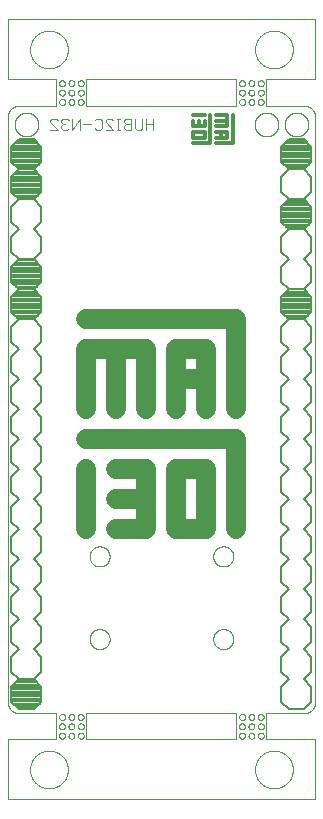
<source format=gbo>
G75*
%MOIN*%
%OFA0B0*%
%FSLAX25Y25*%
%IPPOS*%
%LPD*%
%AMOC8*
5,1,8,0,0,1.08239X$1,22.5*
%
%ADD10C,0.00000*%
%ADD11C,0.00300*%
%ADD12C,0.00800*%
%ADD13C,0.01200*%
%ADD14C,0.06600*%
D10*
X0045625Y0001000D02*
X0045625Y0021000D01*
X0061875Y0021000D01*
X0061875Y0029750D01*
X0049375Y0029750D01*
X0049255Y0029752D01*
X0049135Y0029758D01*
X0049015Y0029767D01*
X0048895Y0029781D01*
X0048777Y0029798D01*
X0048658Y0029819D01*
X0048541Y0029844D01*
X0048424Y0029873D01*
X0048308Y0029905D01*
X0048193Y0029941D01*
X0048080Y0029981D01*
X0047968Y0030024D01*
X0047857Y0030071D01*
X0047748Y0030121D01*
X0047640Y0030175D01*
X0047535Y0030233D01*
X0047431Y0030293D01*
X0047329Y0030357D01*
X0047230Y0030424D01*
X0047132Y0030495D01*
X0047037Y0030568D01*
X0046944Y0030645D01*
X0046854Y0030724D01*
X0046766Y0030806D01*
X0046681Y0030891D01*
X0046599Y0030979D01*
X0046520Y0031069D01*
X0046443Y0031162D01*
X0046370Y0031257D01*
X0046299Y0031355D01*
X0046232Y0031454D01*
X0046168Y0031556D01*
X0046108Y0031660D01*
X0046050Y0031765D01*
X0045996Y0031873D01*
X0045946Y0031982D01*
X0045899Y0032093D01*
X0045856Y0032205D01*
X0045816Y0032318D01*
X0045780Y0032433D01*
X0045748Y0032549D01*
X0045719Y0032666D01*
X0045694Y0032783D01*
X0045673Y0032902D01*
X0045656Y0033020D01*
X0045642Y0033140D01*
X0045633Y0033260D01*
X0045627Y0033380D01*
X0045625Y0033500D01*
X0045625Y0228500D01*
X0045627Y0228620D01*
X0045633Y0228740D01*
X0045642Y0228860D01*
X0045656Y0228980D01*
X0045673Y0229098D01*
X0045694Y0229217D01*
X0045719Y0229334D01*
X0045748Y0229451D01*
X0045780Y0229567D01*
X0045816Y0229682D01*
X0045856Y0229795D01*
X0045899Y0229907D01*
X0045946Y0230018D01*
X0045996Y0230127D01*
X0046050Y0230235D01*
X0046108Y0230340D01*
X0046168Y0230444D01*
X0046232Y0230546D01*
X0046299Y0230645D01*
X0046370Y0230743D01*
X0046443Y0230838D01*
X0046520Y0230931D01*
X0046599Y0231021D01*
X0046681Y0231109D01*
X0046766Y0231194D01*
X0046854Y0231276D01*
X0046944Y0231355D01*
X0047037Y0231432D01*
X0047132Y0231505D01*
X0047230Y0231576D01*
X0047329Y0231643D01*
X0047431Y0231707D01*
X0047535Y0231767D01*
X0047640Y0231825D01*
X0047748Y0231879D01*
X0047857Y0231929D01*
X0047968Y0231976D01*
X0048080Y0232019D01*
X0048193Y0232059D01*
X0048308Y0232095D01*
X0048424Y0232127D01*
X0048541Y0232156D01*
X0048658Y0232181D01*
X0048777Y0232202D01*
X0048895Y0232219D01*
X0049015Y0232233D01*
X0049135Y0232242D01*
X0049255Y0232248D01*
X0049375Y0232250D01*
X0054375Y0232250D01*
X0061875Y0232250D01*
X0061875Y0241000D01*
X0045625Y0241000D01*
X0045625Y0261000D01*
X0148125Y0261000D01*
X0148125Y0241000D01*
X0131875Y0241000D01*
X0131875Y0232250D01*
X0139375Y0232250D01*
X0144375Y0232250D01*
X0144495Y0232248D01*
X0144615Y0232242D01*
X0144735Y0232233D01*
X0144855Y0232219D01*
X0144973Y0232202D01*
X0145092Y0232181D01*
X0145209Y0232156D01*
X0145326Y0232127D01*
X0145442Y0232095D01*
X0145557Y0232059D01*
X0145670Y0232019D01*
X0145782Y0231976D01*
X0145893Y0231929D01*
X0146002Y0231879D01*
X0146110Y0231825D01*
X0146215Y0231767D01*
X0146319Y0231707D01*
X0146421Y0231643D01*
X0146520Y0231576D01*
X0146618Y0231505D01*
X0146713Y0231432D01*
X0146806Y0231355D01*
X0146896Y0231276D01*
X0146984Y0231194D01*
X0147069Y0231109D01*
X0147151Y0231021D01*
X0147230Y0230931D01*
X0147307Y0230838D01*
X0147380Y0230743D01*
X0147451Y0230645D01*
X0147518Y0230546D01*
X0147582Y0230444D01*
X0147642Y0230340D01*
X0147700Y0230235D01*
X0147754Y0230127D01*
X0147804Y0230018D01*
X0147851Y0229907D01*
X0147894Y0229795D01*
X0147934Y0229682D01*
X0147970Y0229567D01*
X0148002Y0229451D01*
X0148031Y0229334D01*
X0148056Y0229217D01*
X0148077Y0229098D01*
X0148094Y0228980D01*
X0148108Y0228860D01*
X0148117Y0228740D01*
X0148123Y0228620D01*
X0148125Y0228500D01*
X0148125Y0033500D01*
X0148123Y0033380D01*
X0148117Y0033260D01*
X0148108Y0033140D01*
X0148094Y0033020D01*
X0148077Y0032902D01*
X0148056Y0032783D01*
X0148031Y0032666D01*
X0148002Y0032549D01*
X0147970Y0032433D01*
X0147934Y0032318D01*
X0147894Y0032205D01*
X0147851Y0032093D01*
X0147804Y0031982D01*
X0147754Y0031873D01*
X0147700Y0031765D01*
X0147642Y0031660D01*
X0147582Y0031556D01*
X0147518Y0031454D01*
X0147451Y0031355D01*
X0147380Y0031257D01*
X0147307Y0031162D01*
X0147230Y0031069D01*
X0147151Y0030979D01*
X0147069Y0030891D01*
X0146984Y0030806D01*
X0146896Y0030724D01*
X0146806Y0030645D01*
X0146713Y0030568D01*
X0146618Y0030495D01*
X0146520Y0030424D01*
X0146421Y0030357D01*
X0146319Y0030293D01*
X0146215Y0030233D01*
X0146110Y0030175D01*
X0146002Y0030121D01*
X0145893Y0030071D01*
X0145782Y0030024D01*
X0145670Y0029981D01*
X0145557Y0029941D01*
X0145442Y0029905D01*
X0145326Y0029873D01*
X0145209Y0029844D01*
X0145092Y0029819D01*
X0144973Y0029798D01*
X0144855Y0029781D01*
X0144735Y0029767D01*
X0144615Y0029758D01*
X0144495Y0029752D01*
X0144375Y0029750D01*
X0131875Y0029750D01*
X0131875Y0021000D01*
X0148125Y0021000D01*
X0148125Y0001000D01*
X0045625Y0001000D01*
X0053076Y0011000D02*
X0053078Y0011158D01*
X0053084Y0011316D01*
X0053094Y0011474D01*
X0053108Y0011632D01*
X0053126Y0011789D01*
X0053147Y0011946D01*
X0053173Y0012102D01*
X0053203Y0012258D01*
X0053236Y0012413D01*
X0053274Y0012566D01*
X0053315Y0012719D01*
X0053360Y0012871D01*
X0053409Y0013022D01*
X0053462Y0013171D01*
X0053518Y0013319D01*
X0053578Y0013465D01*
X0053642Y0013610D01*
X0053710Y0013753D01*
X0053781Y0013895D01*
X0053855Y0014035D01*
X0053933Y0014172D01*
X0054015Y0014308D01*
X0054099Y0014442D01*
X0054188Y0014573D01*
X0054279Y0014702D01*
X0054374Y0014829D01*
X0054471Y0014954D01*
X0054572Y0015076D01*
X0054676Y0015195D01*
X0054783Y0015312D01*
X0054893Y0015426D01*
X0055006Y0015537D01*
X0055121Y0015646D01*
X0055239Y0015751D01*
X0055360Y0015853D01*
X0055483Y0015953D01*
X0055609Y0016049D01*
X0055737Y0016142D01*
X0055867Y0016232D01*
X0056000Y0016318D01*
X0056135Y0016402D01*
X0056271Y0016481D01*
X0056410Y0016558D01*
X0056551Y0016630D01*
X0056693Y0016700D01*
X0056837Y0016765D01*
X0056983Y0016827D01*
X0057130Y0016885D01*
X0057279Y0016940D01*
X0057429Y0016991D01*
X0057580Y0017038D01*
X0057732Y0017081D01*
X0057885Y0017120D01*
X0058040Y0017156D01*
X0058195Y0017187D01*
X0058351Y0017215D01*
X0058507Y0017239D01*
X0058664Y0017259D01*
X0058822Y0017275D01*
X0058979Y0017287D01*
X0059138Y0017295D01*
X0059296Y0017299D01*
X0059454Y0017299D01*
X0059612Y0017295D01*
X0059771Y0017287D01*
X0059928Y0017275D01*
X0060086Y0017259D01*
X0060243Y0017239D01*
X0060399Y0017215D01*
X0060555Y0017187D01*
X0060710Y0017156D01*
X0060865Y0017120D01*
X0061018Y0017081D01*
X0061170Y0017038D01*
X0061321Y0016991D01*
X0061471Y0016940D01*
X0061620Y0016885D01*
X0061767Y0016827D01*
X0061913Y0016765D01*
X0062057Y0016700D01*
X0062199Y0016630D01*
X0062340Y0016558D01*
X0062479Y0016481D01*
X0062615Y0016402D01*
X0062750Y0016318D01*
X0062883Y0016232D01*
X0063013Y0016142D01*
X0063141Y0016049D01*
X0063267Y0015953D01*
X0063390Y0015853D01*
X0063511Y0015751D01*
X0063629Y0015646D01*
X0063744Y0015537D01*
X0063857Y0015426D01*
X0063967Y0015312D01*
X0064074Y0015195D01*
X0064178Y0015076D01*
X0064279Y0014954D01*
X0064376Y0014829D01*
X0064471Y0014702D01*
X0064562Y0014573D01*
X0064651Y0014442D01*
X0064735Y0014308D01*
X0064817Y0014172D01*
X0064895Y0014035D01*
X0064969Y0013895D01*
X0065040Y0013753D01*
X0065108Y0013610D01*
X0065172Y0013465D01*
X0065232Y0013319D01*
X0065288Y0013171D01*
X0065341Y0013022D01*
X0065390Y0012871D01*
X0065435Y0012719D01*
X0065476Y0012566D01*
X0065514Y0012413D01*
X0065547Y0012258D01*
X0065577Y0012102D01*
X0065603Y0011946D01*
X0065624Y0011789D01*
X0065642Y0011632D01*
X0065656Y0011474D01*
X0065666Y0011316D01*
X0065672Y0011158D01*
X0065674Y0011000D01*
X0065672Y0010842D01*
X0065666Y0010684D01*
X0065656Y0010526D01*
X0065642Y0010368D01*
X0065624Y0010211D01*
X0065603Y0010054D01*
X0065577Y0009898D01*
X0065547Y0009742D01*
X0065514Y0009587D01*
X0065476Y0009434D01*
X0065435Y0009281D01*
X0065390Y0009129D01*
X0065341Y0008978D01*
X0065288Y0008829D01*
X0065232Y0008681D01*
X0065172Y0008535D01*
X0065108Y0008390D01*
X0065040Y0008247D01*
X0064969Y0008105D01*
X0064895Y0007965D01*
X0064817Y0007828D01*
X0064735Y0007692D01*
X0064651Y0007558D01*
X0064562Y0007427D01*
X0064471Y0007298D01*
X0064376Y0007171D01*
X0064279Y0007046D01*
X0064178Y0006924D01*
X0064074Y0006805D01*
X0063967Y0006688D01*
X0063857Y0006574D01*
X0063744Y0006463D01*
X0063629Y0006354D01*
X0063511Y0006249D01*
X0063390Y0006147D01*
X0063267Y0006047D01*
X0063141Y0005951D01*
X0063013Y0005858D01*
X0062883Y0005768D01*
X0062750Y0005682D01*
X0062615Y0005598D01*
X0062479Y0005519D01*
X0062340Y0005442D01*
X0062199Y0005370D01*
X0062057Y0005300D01*
X0061913Y0005235D01*
X0061767Y0005173D01*
X0061620Y0005115D01*
X0061471Y0005060D01*
X0061321Y0005009D01*
X0061170Y0004962D01*
X0061018Y0004919D01*
X0060865Y0004880D01*
X0060710Y0004844D01*
X0060555Y0004813D01*
X0060399Y0004785D01*
X0060243Y0004761D01*
X0060086Y0004741D01*
X0059928Y0004725D01*
X0059771Y0004713D01*
X0059612Y0004705D01*
X0059454Y0004701D01*
X0059296Y0004701D01*
X0059138Y0004705D01*
X0058979Y0004713D01*
X0058822Y0004725D01*
X0058664Y0004741D01*
X0058507Y0004761D01*
X0058351Y0004785D01*
X0058195Y0004813D01*
X0058040Y0004844D01*
X0057885Y0004880D01*
X0057732Y0004919D01*
X0057580Y0004962D01*
X0057429Y0005009D01*
X0057279Y0005060D01*
X0057130Y0005115D01*
X0056983Y0005173D01*
X0056837Y0005235D01*
X0056693Y0005300D01*
X0056551Y0005370D01*
X0056410Y0005442D01*
X0056271Y0005519D01*
X0056135Y0005598D01*
X0056000Y0005682D01*
X0055867Y0005768D01*
X0055737Y0005858D01*
X0055609Y0005951D01*
X0055483Y0006047D01*
X0055360Y0006147D01*
X0055239Y0006249D01*
X0055121Y0006354D01*
X0055006Y0006463D01*
X0054893Y0006574D01*
X0054783Y0006688D01*
X0054676Y0006805D01*
X0054572Y0006924D01*
X0054471Y0007046D01*
X0054374Y0007171D01*
X0054279Y0007298D01*
X0054188Y0007427D01*
X0054099Y0007558D01*
X0054015Y0007692D01*
X0053933Y0007828D01*
X0053855Y0007965D01*
X0053781Y0008105D01*
X0053710Y0008247D01*
X0053642Y0008390D01*
X0053578Y0008535D01*
X0053518Y0008681D01*
X0053462Y0008829D01*
X0053409Y0008978D01*
X0053360Y0009129D01*
X0053315Y0009281D01*
X0053274Y0009434D01*
X0053236Y0009587D01*
X0053203Y0009742D01*
X0053173Y0009898D01*
X0053147Y0010054D01*
X0053126Y0010211D01*
X0053108Y0010368D01*
X0053094Y0010526D01*
X0053084Y0010684D01*
X0053078Y0010842D01*
X0053076Y0011000D01*
X0062766Y0022250D02*
X0062768Y0022312D01*
X0062774Y0022375D01*
X0062784Y0022436D01*
X0062798Y0022497D01*
X0062815Y0022557D01*
X0062836Y0022616D01*
X0062862Y0022673D01*
X0062890Y0022728D01*
X0062922Y0022782D01*
X0062958Y0022833D01*
X0062996Y0022883D01*
X0063038Y0022929D01*
X0063082Y0022973D01*
X0063130Y0023014D01*
X0063179Y0023052D01*
X0063231Y0023086D01*
X0063285Y0023117D01*
X0063341Y0023145D01*
X0063399Y0023169D01*
X0063458Y0023190D01*
X0063518Y0023206D01*
X0063579Y0023219D01*
X0063641Y0023228D01*
X0063703Y0023233D01*
X0063766Y0023234D01*
X0063828Y0023231D01*
X0063890Y0023224D01*
X0063952Y0023213D01*
X0064012Y0023198D01*
X0064072Y0023180D01*
X0064130Y0023158D01*
X0064187Y0023132D01*
X0064242Y0023102D01*
X0064295Y0023069D01*
X0064346Y0023033D01*
X0064394Y0022994D01*
X0064440Y0022951D01*
X0064483Y0022906D01*
X0064523Y0022858D01*
X0064560Y0022808D01*
X0064594Y0022755D01*
X0064625Y0022701D01*
X0064651Y0022645D01*
X0064675Y0022587D01*
X0064694Y0022527D01*
X0064710Y0022467D01*
X0064722Y0022405D01*
X0064730Y0022344D01*
X0064734Y0022281D01*
X0064734Y0022219D01*
X0064730Y0022156D01*
X0064722Y0022095D01*
X0064710Y0022033D01*
X0064694Y0021973D01*
X0064675Y0021913D01*
X0064651Y0021855D01*
X0064625Y0021799D01*
X0064594Y0021745D01*
X0064560Y0021692D01*
X0064523Y0021642D01*
X0064483Y0021594D01*
X0064440Y0021549D01*
X0064394Y0021506D01*
X0064346Y0021467D01*
X0064295Y0021431D01*
X0064242Y0021398D01*
X0064187Y0021368D01*
X0064130Y0021342D01*
X0064072Y0021320D01*
X0064012Y0021302D01*
X0063952Y0021287D01*
X0063890Y0021276D01*
X0063828Y0021269D01*
X0063766Y0021266D01*
X0063703Y0021267D01*
X0063641Y0021272D01*
X0063579Y0021281D01*
X0063518Y0021294D01*
X0063458Y0021310D01*
X0063399Y0021331D01*
X0063341Y0021355D01*
X0063285Y0021383D01*
X0063231Y0021414D01*
X0063179Y0021448D01*
X0063130Y0021486D01*
X0063082Y0021527D01*
X0063038Y0021571D01*
X0062996Y0021617D01*
X0062958Y0021667D01*
X0062922Y0021718D01*
X0062890Y0021772D01*
X0062862Y0021827D01*
X0062836Y0021884D01*
X0062815Y0021943D01*
X0062798Y0022003D01*
X0062784Y0022064D01*
X0062774Y0022125D01*
X0062768Y0022188D01*
X0062766Y0022250D01*
X0062766Y0025375D02*
X0062768Y0025437D01*
X0062774Y0025500D01*
X0062784Y0025561D01*
X0062798Y0025622D01*
X0062815Y0025682D01*
X0062836Y0025741D01*
X0062862Y0025798D01*
X0062890Y0025853D01*
X0062922Y0025907D01*
X0062958Y0025958D01*
X0062996Y0026008D01*
X0063038Y0026054D01*
X0063082Y0026098D01*
X0063130Y0026139D01*
X0063179Y0026177D01*
X0063231Y0026211D01*
X0063285Y0026242D01*
X0063341Y0026270D01*
X0063399Y0026294D01*
X0063458Y0026315D01*
X0063518Y0026331D01*
X0063579Y0026344D01*
X0063641Y0026353D01*
X0063703Y0026358D01*
X0063766Y0026359D01*
X0063828Y0026356D01*
X0063890Y0026349D01*
X0063952Y0026338D01*
X0064012Y0026323D01*
X0064072Y0026305D01*
X0064130Y0026283D01*
X0064187Y0026257D01*
X0064242Y0026227D01*
X0064295Y0026194D01*
X0064346Y0026158D01*
X0064394Y0026119D01*
X0064440Y0026076D01*
X0064483Y0026031D01*
X0064523Y0025983D01*
X0064560Y0025933D01*
X0064594Y0025880D01*
X0064625Y0025826D01*
X0064651Y0025770D01*
X0064675Y0025712D01*
X0064694Y0025652D01*
X0064710Y0025592D01*
X0064722Y0025530D01*
X0064730Y0025469D01*
X0064734Y0025406D01*
X0064734Y0025344D01*
X0064730Y0025281D01*
X0064722Y0025220D01*
X0064710Y0025158D01*
X0064694Y0025098D01*
X0064675Y0025038D01*
X0064651Y0024980D01*
X0064625Y0024924D01*
X0064594Y0024870D01*
X0064560Y0024817D01*
X0064523Y0024767D01*
X0064483Y0024719D01*
X0064440Y0024674D01*
X0064394Y0024631D01*
X0064346Y0024592D01*
X0064295Y0024556D01*
X0064242Y0024523D01*
X0064187Y0024493D01*
X0064130Y0024467D01*
X0064072Y0024445D01*
X0064012Y0024427D01*
X0063952Y0024412D01*
X0063890Y0024401D01*
X0063828Y0024394D01*
X0063766Y0024391D01*
X0063703Y0024392D01*
X0063641Y0024397D01*
X0063579Y0024406D01*
X0063518Y0024419D01*
X0063458Y0024435D01*
X0063399Y0024456D01*
X0063341Y0024480D01*
X0063285Y0024508D01*
X0063231Y0024539D01*
X0063179Y0024573D01*
X0063130Y0024611D01*
X0063082Y0024652D01*
X0063038Y0024696D01*
X0062996Y0024742D01*
X0062958Y0024792D01*
X0062922Y0024843D01*
X0062890Y0024897D01*
X0062862Y0024952D01*
X0062836Y0025009D01*
X0062815Y0025068D01*
X0062798Y0025128D01*
X0062784Y0025189D01*
X0062774Y0025250D01*
X0062768Y0025313D01*
X0062766Y0025375D01*
X0062766Y0028500D02*
X0062768Y0028562D01*
X0062774Y0028625D01*
X0062784Y0028686D01*
X0062798Y0028747D01*
X0062815Y0028807D01*
X0062836Y0028866D01*
X0062862Y0028923D01*
X0062890Y0028978D01*
X0062922Y0029032D01*
X0062958Y0029083D01*
X0062996Y0029133D01*
X0063038Y0029179D01*
X0063082Y0029223D01*
X0063130Y0029264D01*
X0063179Y0029302D01*
X0063231Y0029336D01*
X0063285Y0029367D01*
X0063341Y0029395D01*
X0063399Y0029419D01*
X0063458Y0029440D01*
X0063518Y0029456D01*
X0063579Y0029469D01*
X0063641Y0029478D01*
X0063703Y0029483D01*
X0063766Y0029484D01*
X0063828Y0029481D01*
X0063890Y0029474D01*
X0063952Y0029463D01*
X0064012Y0029448D01*
X0064072Y0029430D01*
X0064130Y0029408D01*
X0064187Y0029382D01*
X0064242Y0029352D01*
X0064295Y0029319D01*
X0064346Y0029283D01*
X0064394Y0029244D01*
X0064440Y0029201D01*
X0064483Y0029156D01*
X0064523Y0029108D01*
X0064560Y0029058D01*
X0064594Y0029005D01*
X0064625Y0028951D01*
X0064651Y0028895D01*
X0064675Y0028837D01*
X0064694Y0028777D01*
X0064710Y0028717D01*
X0064722Y0028655D01*
X0064730Y0028594D01*
X0064734Y0028531D01*
X0064734Y0028469D01*
X0064730Y0028406D01*
X0064722Y0028345D01*
X0064710Y0028283D01*
X0064694Y0028223D01*
X0064675Y0028163D01*
X0064651Y0028105D01*
X0064625Y0028049D01*
X0064594Y0027995D01*
X0064560Y0027942D01*
X0064523Y0027892D01*
X0064483Y0027844D01*
X0064440Y0027799D01*
X0064394Y0027756D01*
X0064346Y0027717D01*
X0064295Y0027681D01*
X0064242Y0027648D01*
X0064187Y0027618D01*
X0064130Y0027592D01*
X0064072Y0027570D01*
X0064012Y0027552D01*
X0063952Y0027537D01*
X0063890Y0027526D01*
X0063828Y0027519D01*
X0063766Y0027516D01*
X0063703Y0027517D01*
X0063641Y0027522D01*
X0063579Y0027531D01*
X0063518Y0027544D01*
X0063458Y0027560D01*
X0063399Y0027581D01*
X0063341Y0027605D01*
X0063285Y0027633D01*
X0063231Y0027664D01*
X0063179Y0027698D01*
X0063130Y0027736D01*
X0063082Y0027777D01*
X0063038Y0027821D01*
X0062996Y0027867D01*
X0062958Y0027917D01*
X0062922Y0027968D01*
X0062890Y0028022D01*
X0062862Y0028077D01*
X0062836Y0028134D01*
X0062815Y0028193D01*
X0062798Y0028253D01*
X0062784Y0028314D01*
X0062774Y0028375D01*
X0062768Y0028438D01*
X0062766Y0028500D01*
X0065891Y0028500D02*
X0065893Y0028562D01*
X0065899Y0028625D01*
X0065909Y0028686D01*
X0065923Y0028747D01*
X0065940Y0028807D01*
X0065961Y0028866D01*
X0065987Y0028923D01*
X0066015Y0028978D01*
X0066047Y0029032D01*
X0066083Y0029083D01*
X0066121Y0029133D01*
X0066163Y0029179D01*
X0066207Y0029223D01*
X0066255Y0029264D01*
X0066304Y0029302D01*
X0066356Y0029336D01*
X0066410Y0029367D01*
X0066466Y0029395D01*
X0066524Y0029419D01*
X0066583Y0029440D01*
X0066643Y0029456D01*
X0066704Y0029469D01*
X0066766Y0029478D01*
X0066828Y0029483D01*
X0066891Y0029484D01*
X0066953Y0029481D01*
X0067015Y0029474D01*
X0067077Y0029463D01*
X0067137Y0029448D01*
X0067197Y0029430D01*
X0067255Y0029408D01*
X0067312Y0029382D01*
X0067367Y0029352D01*
X0067420Y0029319D01*
X0067471Y0029283D01*
X0067519Y0029244D01*
X0067565Y0029201D01*
X0067608Y0029156D01*
X0067648Y0029108D01*
X0067685Y0029058D01*
X0067719Y0029005D01*
X0067750Y0028951D01*
X0067776Y0028895D01*
X0067800Y0028837D01*
X0067819Y0028777D01*
X0067835Y0028717D01*
X0067847Y0028655D01*
X0067855Y0028594D01*
X0067859Y0028531D01*
X0067859Y0028469D01*
X0067855Y0028406D01*
X0067847Y0028345D01*
X0067835Y0028283D01*
X0067819Y0028223D01*
X0067800Y0028163D01*
X0067776Y0028105D01*
X0067750Y0028049D01*
X0067719Y0027995D01*
X0067685Y0027942D01*
X0067648Y0027892D01*
X0067608Y0027844D01*
X0067565Y0027799D01*
X0067519Y0027756D01*
X0067471Y0027717D01*
X0067420Y0027681D01*
X0067367Y0027648D01*
X0067312Y0027618D01*
X0067255Y0027592D01*
X0067197Y0027570D01*
X0067137Y0027552D01*
X0067077Y0027537D01*
X0067015Y0027526D01*
X0066953Y0027519D01*
X0066891Y0027516D01*
X0066828Y0027517D01*
X0066766Y0027522D01*
X0066704Y0027531D01*
X0066643Y0027544D01*
X0066583Y0027560D01*
X0066524Y0027581D01*
X0066466Y0027605D01*
X0066410Y0027633D01*
X0066356Y0027664D01*
X0066304Y0027698D01*
X0066255Y0027736D01*
X0066207Y0027777D01*
X0066163Y0027821D01*
X0066121Y0027867D01*
X0066083Y0027917D01*
X0066047Y0027968D01*
X0066015Y0028022D01*
X0065987Y0028077D01*
X0065961Y0028134D01*
X0065940Y0028193D01*
X0065923Y0028253D01*
X0065909Y0028314D01*
X0065899Y0028375D01*
X0065893Y0028438D01*
X0065891Y0028500D01*
X0065891Y0025375D02*
X0065893Y0025437D01*
X0065899Y0025500D01*
X0065909Y0025561D01*
X0065923Y0025622D01*
X0065940Y0025682D01*
X0065961Y0025741D01*
X0065987Y0025798D01*
X0066015Y0025853D01*
X0066047Y0025907D01*
X0066083Y0025958D01*
X0066121Y0026008D01*
X0066163Y0026054D01*
X0066207Y0026098D01*
X0066255Y0026139D01*
X0066304Y0026177D01*
X0066356Y0026211D01*
X0066410Y0026242D01*
X0066466Y0026270D01*
X0066524Y0026294D01*
X0066583Y0026315D01*
X0066643Y0026331D01*
X0066704Y0026344D01*
X0066766Y0026353D01*
X0066828Y0026358D01*
X0066891Y0026359D01*
X0066953Y0026356D01*
X0067015Y0026349D01*
X0067077Y0026338D01*
X0067137Y0026323D01*
X0067197Y0026305D01*
X0067255Y0026283D01*
X0067312Y0026257D01*
X0067367Y0026227D01*
X0067420Y0026194D01*
X0067471Y0026158D01*
X0067519Y0026119D01*
X0067565Y0026076D01*
X0067608Y0026031D01*
X0067648Y0025983D01*
X0067685Y0025933D01*
X0067719Y0025880D01*
X0067750Y0025826D01*
X0067776Y0025770D01*
X0067800Y0025712D01*
X0067819Y0025652D01*
X0067835Y0025592D01*
X0067847Y0025530D01*
X0067855Y0025469D01*
X0067859Y0025406D01*
X0067859Y0025344D01*
X0067855Y0025281D01*
X0067847Y0025220D01*
X0067835Y0025158D01*
X0067819Y0025098D01*
X0067800Y0025038D01*
X0067776Y0024980D01*
X0067750Y0024924D01*
X0067719Y0024870D01*
X0067685Y0024817D01*
X0067648Y0024767D01*
X0067608Y0024719D01*
X0067565Y0024674D01*
X0067519Y0024631D01*
X0067471Y0024592D01*
X0067420Y0024556D01*
X0067367Y0024523D01*
X0067312Y0024493D01*
X0067255Y0024467D01*
X0067197Y0024445D01*
X0067137Y0024427D01*
X0067077Y0024412D01*
X0067015Y0024401D01*
X0066953Y0024394D01*
X0066891Y0024391D01*
X0066828Y0024392D01*
X0066766Y0024397D01*
X0066704Y0024406D01*
X0066643Y0024419D01*
X0066583Y0024435D01*
X0066524Y0024456D01*
X0066466Y0024480D01*
X0066410Y0024508D01*
X0066356Y0024539D01*
X0066304Y0024573D01*
X0066255Y0024611D01*
X0066207Y0024652D01*
X0066163Y0024696D01*
X0066121Y0024742D01*
X0066083Y0024792D01*
X0066047Y0024843D01*
X0066015Y0024897D01*
X0065987Y0024952D01*
X0065961Y0025009D01*
X0065940Y0025068D01*
X0065923Y0025128D01*
X0065909Y0025189D01*
X0065899Y0025250D01*
X0065893Y0025313D01*
X0065891Y0025375D01*
X0065891Y0022250D02*
X0065893Y0022312D01*
X0065899Y0022375D01*
X0065909Y0022436D01*
X0065923Y0022497D01*
X0065940Y0022557D01*
X0065961Y0022616D01*
X0065987Y0022673D01*
X0066015Y0022728D01*
X0066047Y0022782D01*
X0066083Y0022833D01*
X0066121Y0022883D01*
X0066163Y0022929D01*
X0066207Y0022973D01*
X0066255Y0023014D01*
X0066304Y0023052D01*
X0066356Y0023086D01*
X0066410Y0023117D01*
X0066466Y0023145D01*
X0066524Y0023169D01*
X0066583Y0023190D01*
X0066643Y0023206D01*
X0066704Y0023219D01*
X0066766Y0023228D01*
X0066828Y0023233D01*
X0066891Y0023234D01*
X0066953Y0023231D01*
X0067015Y0023224D01*
X0067077Y0023213D01*
X0067137Y0023198D01*
X0067197Y0023180D01*
X0067255Y0023158D01*
X0067312Y0023132D01*
X0067367Y0023102D01*
X0067420Y0023069D01*
X0067471Y0023033D01*
X0067519Y0022994D01*
X0067565Y0022951D01*
X0067608Y0022906D01*
X0067648Y0022858D01*
X0067685Y0022808D01*
X0067719Y0022755D01*
X0067750Y0022701D01*
X0067776Y0022645D01*
X0067800Y0022587D01*
X0067819Y0022527D01*
X0067835Y0022467D01*
X0067847Y0022405D01*
X0067855Y0022344D01*
X0067859Y0022281D01*
X0067859Y0022219D01*
X0067855Y0022156D01*
X0067847Y0022095D01*
X0067835Y0022033D01*
X0067819Y0021973D01*
X0067800Y0021913D01*
X0067776Y0021855D01*
X0067750Y0021799D01*
X0067719Y0021745D01*
X0067685Y0021692D01*
X0067648Y0021642D01*
X0067608Y0021594D01*
X0067565Y0021549D01*
X0067519Y0021506D01*
X0067471Y0021467D01*
X0067420Y0021431D01*
X0067367Y0021398D01*
X0067312Y0021368D01*
X0067255Y0021342D01*
X0067197Y0021320D01*
X0067137Y0021302D01*
X0067077Y0021287D01*
X0067015Y0021276D01*
X0066953Y0021269D01*
X0066891Y0021266D01*
X0066828Y0021267D01*
X0066766Y0021272D01*
X0066704Y0021281D01*
X0066643Y0021294D01*
X0066583Y0021310D01*
X0066524Y0021331D01*
X0066466Y0021355D01*
X0066410Y0021383D01*
X0066356Y0021414D01*
X0066304Y0021448D01*
X0066255Y0021486D01*
X0066207Y0021527D01*
X0066163Y0021571D01*
X0066121Y0021617D01*
X0066083Y0021667D01*
X0066047Y0021718D01*
X0066015Y0021772D01*
X0065987Y0021827D01*
X0065961Y0021884D01*
X0065940Y0021943D01*
X0065923Y0022003D01*
X0065909Y0022064D01*
X0065899Y0022125D01*
X0065893Y0022188D01*
X0065891Y0022250D01*
X0069016Y0022250D02*
X0069018Y0022312D01*
X0069024Y0022375D01*
X0069034Y0022436D01*
X0069048Y0022497D01*
X0069065Y0022557D01*
X0069086Y0022616D01*
X0069112Y0022673D01*
X0069140Y0022728D01*
X0069172Y0022782D01*
X0069208Y0022833D01*
X0069246Y0022883D01*
X0069288Y0022929D01*
X0069332Y0022973D01*
X0069380Y0023014D01*
X0069429Y0023052D01*
X0069481Y0023086D01*
X0069535Y0023117D01*
X0069591Y0023145D01*
X0069649Y0023169D01*
X0069708Y0023190D01*
X0069768Y0023206D01*
X0069829Y0023219D01*
X0069891Y0023228D01*
X0069953Y0023233D01*
X0070016Y0023234D01*
X0070078Y0023231D01*
X0070140Y0023224D01*
X0070202Y0023213D01*
X0070262Y0023198D01*
X0070322Y0023180D01*
X0070380Y0023158D01*
X0070437Y0023132D01*
X0070492Y0023102D01*
X0070545Y0023069D01*
X0070596Y0023033D01*
X0070644Y0022994D01*
X0070690Y0022951D01*
X0070733Y0022906D01*
X0070773Y0022858D01*
X0070810Y0022808D01*
X0070844Y0022755D01*
X0070875Y0022701D01*
X0070901Y0022645D01*
X0070925Y0022587D01*
X0070944Y0022527D01*
X0070960Y0022467D01*
X0070972Y0022405D01*
X0070980Y0022344D01*
X0070984Y0022281D01*
X0070984Y0022219D01*
X0070980Y0022156D01*
X0070972Y0022095D01*
X0070960Y0022033D01*
X0070944Y0021973D01*
X0070925Y0021913D01*
X0070901Y0021855D01*
X0070875Y0021799D01*
X0070844Y0021745D01*
X0070810Y0021692D01*
X0070773Y0021642D01*
X0070733Y0021594D01*
X0070690Y0021549D01*
X0070644Y0021506D01*
X0070596Y0021467D01*
X0070545Y0021431D01*
X0070492Y0021398D01*
X0070437Y0021368D01*
X0070380Y0021342D01*
X0070322Y0021320D01*
X0070262Y0021302D01*
X0070202Y0021287D01*
X0070140Y0021276D01*
X0070078Y0021269D01*
X0070016Y0021266D01*
X0069953Y0021267D01*
X0069891Y0021272D01*
X0069829Y0021281D01*
X0069768Y0021294D01*
X0069708Y0021310D01*
X0069649Y0021331D01*
X0069591Y0021355D01*
X0069535Y0021383D01*
X0069481Y0021414D01*
X0069429Y0021448D01*
X0069380Y0021486D01*
X0069332Y0021527D01*
X0069288Y0021571D01*
X0069246Y0021617D01*
X0069208Y0021667D01*
X0069172Y0021718D01*
X0069140Y0021772D01*
X0069112Y0021827D01*
X0069086Y0021884D01*
X0069065Y0021943D01*
X0069048Y0022003D01*
X0069034Y0022064D01*
X0069024Y0022125D01*
X0069018Y0022188D01*
X0069016Y0022250D01*
X0069016Y0025375D02*
X0069018Y0025437D01*
X0069024Y0025500D01*
X0069034Y0025561D01*
X0069048Y0025622D01*
X0069065Y0025682D01*
X0069086Y0025741D01*
X0069112Y0025798D01*
X0069140Y0025853D01*
X0069172Y0025907D01*
X0069208Y0025958D01*
X0069246Y0026008D01*
X0069288Y0026054D01*
X0069332Y0026098D01*
X0069380Y0026139D01*
X0069429Y0026177D01*
X0069481Y0026211D01*
X0069535Y0026242D01*
X0069591Y0026270D01*
X0069649Y0026294D01*
X0069708Y0026315D01*
X0069768Y0026331D01*
X0069829Y0026344D01*
X0069891Y0026353D01*
X0069953Y0026358D01*
X0070016Y0026359D01*
X0070078Y0026356D01*
X0070140Y0026349D01*
X0070202Y0026338D01*
X0070262Y0026323D01*
X0070322Y0026305D01*
X0070380Y0026283D01*
X0070437Y0026257D01*
X0070492Y0026227D01*
X0070545Y0026194D01*
X0070596Y0026158D01*
X0070644Y0026119D01*
X0070690Y0026076D01*
X0070733Y0026031D01*
X0070773Y0025983D01*
X0070810Y0025933D01*
X0070844Y0025880D01*
X0070875Y0025826D01*
X0070901Y0025770D01*
X0070925Y0025712D01*
X0070944Y0025652D01*
X0070960Y0025592D01*
X0070972Y0025530D01*
X0070980Y0025469D01*
X0070984Y0025406D01*
X0070984Y0025344D01*
X0070980Y0025281D01*
X0070972Y0025220D01*
X0070960Y0025158D01*
X0070944Y0025098D01*
X0070925Y0025038D01*
X0070901Y0024980D01*
X0070875Y0024924D01*
X0070844Y0024870D01*
X0070810Y0024817D01*
X0070773Y0024767D01*
X0070733Y0024719D01*
X0070690Y0024674D01*
X0070644Y0024631D01*
X0070596Y0024592D01*
X0070545Y0024556D01*
X0070492Y0024523D01*
X0070437Y0024493D01*
X0070380Y0024467D01*
X0070322Y0024445D01*
X0070262Y0024427D01*
X0070202Y0024412D01*
X0070140Y0024401D01*
X0070078Y0024394D01*
X0070016Y0024391D01*
X0069953Y0024392D01*
X0069891Y0024397D01*
X0069829Y0024406D01*
X0069768Y0024419D01*
X0069708Y0024435D01*
X0069649Y0024456D01*
X0069591Y0024480D01*
X0069535Y0024508D01*
X0069481Y0024539D01*
X0069429Y0024573D01*
X0069380Y0024611D01*
X0069332Y0024652D01*
X0069288Y0024696D01*
X0069246Y0024742D01*
X0069208Y0024792D01*
X0069172Y0024843D01*
X0069140Y0024897D01*
X0069112Y0024952D01*
X0069086Y0025009D01*
X0069065Y0025068D01*
X0069048Y0025128D01*
X0069034Y0025189D01*
X0069024Y0025250D01*
X0069018Y0025313D01*
X0069016Y0025375D01*
X0069016Y0028500D02*
X0069018Y0028562D01*
X0069024Y0028625D01*
X0069034Y0028686D01*
X0069048Y0028747D01*
X0069065Y0028807D01*
X0069086Y0028866D01*
X0069112Y0028923D01*
X0069140Y0028978D01*
X0069172Y0029032D01*
X0069208Y0029083D01*
X0069246Y0029133D01*
X0069288Y0029179D01*
X0069332Y0029223D01*
X0069380Y0029264D01*
X0069429Y0029302D01*
X0069481Y0029336D01*
X0069535Y0029367D01*
X0069591Y0029395D01*
X0069649Y0029419D01*
X0069708Y0029440D01*
X0069768Y0029456D01*
X0069829Y0029469D01*
X0069891Y0029478D01*
X0069953Y0029483D01*
X0070016Y0029484D01*
X0070078Y0029481D01*
X0070140Y0029474D01*
X0070202Y0029463D01*
X0070262Y0029448D01*
X0070322Y0029430D01*
X0070380Y0029408D01*
X0070437Y0029382D01*
X0070492Y0029352D01*
X0070545Y0029319D01*
X0070596Y0029283D01*
X0070644Y0029244D01*
X0070690Y0029201D01*
X0070733Y0029156D01*
X0070773Y0029108D01*
X0070810Y0029058D01*
X0070844Y0029005D01*
X0070875Y0028951D01*
X0070901Y0028895D01*
X0070925Y0028837D01*
X0070944Y0028777D01*
X0070960Y0028717D01*
X0070972Y0028655D01*
X0070980Y0028594D01*
X0070984Y0028531D01*
X0070984Y0028469D01*
X0070980Y0028406D01*
X0070972Y0028345D01*
X0070960Y0028283D01*
X0070944Y0028223D01*
X0070925Y0028163D01*
X0070901Y0028105D01*
X0070875Y0028049D01*
X0070844Y0027995D01*
X0070810Y0027942D01*
X0070773Y0027892D01*
X0070733Y0027844D01*
X0070690Y0027799D01*
X0070644Y0027756D01*
X0070596Y0027717D01*
X0070545Y0027681D01*
X0070492Y0027648D01*
X0070437Y0027618D01*
X0070380Y0027592D01*
X0070322Y0027570D01*
X0070262Y0027552D01*
X0070202Y0027537D01*
X0070140Y0027526D01*
X0070078Y0027519D01*
X0070016Y0027516D01*
X0069953Y0027517D01*
X0069891Y0027522D01*
X0069829Y0027531D01*
X0069768Y0027544D01*
X0069708Y0027560D01*
X0069649Y0027581D01*
X0069591Y0027605D01*
X0069535Y0027633D01*
X0069481Y0027664D01*
X0069429Y0027698D01*
X0069380Y0027736D01*
X0069332Y0027777D01*
X0069288Y0027821D01*
X0069246Y0027867D01*
X0069208Y0027917D01*
X0069172Y0027968D01*
X0069140Y0028022D01*
X0069112Y0028077D01*
X0069086Y0028134D01*
X0069065Y0028193D01*
X0069048Y0028253D01*
X0069034Y0028314D01*
X0069024Y0028375D01*
X0069018Y0028438D01*
X0069016Y0028500D01*
X0071875Y0029750D02*
X0071875Y0021000D01*
X0121875Y0021000D01*
X0121875Y0029750D01*
X0071875Y0029750D01*
X0072904Y0054455D02*
X0072906Y0054570D01*
X0072912Y0054686D01*
X0072922Y0054801D01*
X0072936Y0054916D01*
X0072954Y0055030D01*
X0072976Y0055143D01*
X0073001Y0055256D01*
X0073031Y0055367D01*
X0073064Y0055478D01*
X0073101Y0055587D01*
X0073142Y0055695D01*
X0073187Y0055802D01*
X0073235Y0055907D01*
X0073287Y0056010D01*
X0073343Y0056111D01*
X0073402Y0056211D01*
X0073464Y0056308D01*
X0073530Y0056403D01*
X0073598Y0056496D01*
X0073670Y0056586D01*
X0073745Y0056674D01*
X0073824Y0056759D01*
X0073905Y0056841D01*
X0073988Y0056921D01*
X0074075Y0056997D01*
X0074164Y0057071D01*
X0074255Y0057141D01*
X0074349Y0057209D01*
X0074445Y0057273D01*
X0074544Y0057333D01*
X0074644Y0057390D01*
X0074746Y0057444D01*
X0074850Y0057494D01*
X0074956Y0057541D01*
X0075063Y0057584D01*
X0075172Y0057623D01*
X0075282Y0057658D01*
X0075393Y0057689D01*
X0075505Y0057717D01*
X0075618Y0057741D01*
X0075732Y0057761D01*
X0075847Y0057777D01*
X0075962Y0057789D01*
X0076077Y0057797D01*
X0076192Y0057801D01*
X0076308Y0057801D01*
X0076423Y0057797D01*
X0076538Y0057789D01*
X0076653Y0057777D01*
X0076768Y0057761D01*
X0076882Y0057741D01*
X0076995Y0057717D01*
X0077107Y0057689D01*
X0077218Y0057658D01*
X0077328Y0057623D01*
X0077437Y0057584D01*
X0077544Y0057541D01*
X0077650Y0057494D01*
X0077754Y0057444D01*
X0077856Y0057390D01*
X0077956Y0057333D01*
X0078055Y0057273D01*
X0078151Y0057209D01*
X0078245Y0057141D01*
X0078336Y0057071D01*
X0078425Y0056997D01*
X0078512Y0056921D01*
X0078595Y0056841D01*
X0078676Y0056759D01*
X0078755Y0056674D01*
X0078830Y0056586D01*
X0078902Y0056496D01*
X0078970Y0056403D01*
X0079036Y0056308D01*
X0079098Y0056211D01*
X0079157Y0056111D01*
X0079213Y0056010D01*
X0079265Y0055907D01*
X0079313Y0055802D01*
X0079358Y0055695D01*
X0079399Y0055587D01*
X0079436Y0055478D01*
X0079469Y0055367D01*
X0079499Y0055256D01*
X0079524Y0055143D01*
X0079546Y0055030D01*
X0079564Y0054916D01*
X0079578Y0054801D01*
X0079588Y0054686D01*
X0079594Y0054570D01*
X0079596Y0054455D01*
X0079594Y0054340D01*
X0079588Y0054224D01*
X0079578Y0054109D01*
X0079564Y0053994D01*
X0079546Y0053880D01*
X0079524Y0053767D01*
X0079499Y0053654D01*
X0079469Y0053543D01*
X0079436Y0053432D01*
X0079399Y0053323D01*
X0079358Y0053215D01*
X0079313Y0053108D01*
X0079265Y0053003D01*
X0079213Y0052900D01*
X0079157Y0052799D01*
X0079098Y0052699D01*
X0079036Y0052602D01*
X0078970Y0052507D01*
X0078902Y0052414D01*
X0078830Y0052324D01*
X0078755Y0052236D01*
X0078676Y0052151D01*
X0078595Y0052069D01*
X0078512Y0051989D01*
X0078425Y0051913D01*
X0078336Y0051839D01*
X0078245Y0051769D01*
X0078151Y0051701D01*
X0078055Y0051637D01*
X0077956Y0051577D01*
X0077856Y0051520D01*
X0077754Y0051466D01*
X0077650Y0051416D01*
X0077544Y0051369D01*
X0077437Y0051326D01*
X0077328Y0051287D01*
X0077218Y0051252D01*
X0077107Y0051221D01*
X0076995Y0051193D01*
X0076882Y0051169D01*
X0076768Y0051149D01*
X0076653Y0051133D01*
X0076538Y0051121D01*
X0076423Y0051113D01*
X0076308Y0051109D01*
X0076192Y0051109D01*
X0076077Y0051113D01*
X0075962Y0051121D01*
X0075847Y0051133D01*
X0075732Y0051149D01*
X0075618Y0051169D01*
X0075505Y0051193D01*
X0075393Y0051221D01*
X0075282Y0051252D01*
X0075172Y0051287D01*
X0075063Y0051326D01*
X0074956Y0051369D01*
X0074850Y0051416D01*
X0074746Y0051466D01*
X0074644Y0051520D01*
X0074544Y0051577D01*
X0074445Y0051637D01*
X0074349Y0051701D01*
X0074255Y0051769D01*
X0074164Y0051839D01*
X0074075Y0051913D01*
X0073988Y0051989D01*
X0073905Y0052069D01*
X0073824Y0052151D01*
X0073745Y0052236D01*
X0073670Y0052324D01*
X0073598Y0052414D01*
X0073530Y0052507D01*
X0073464Y0052602D01*
X0073402Y0052699D01*
X0073343Y0052799D01*
X0073287Y0052900D01*
X0073235Y0053003D01*
X0073187Y0053108D01*
X0073142Y0053215D01*
X0073101Y0053323D01*
X0073064Y0053432D01*
X0073031Y0053543D01*
X0073001Y0053654D01*
X0072976Y0053767D01*
X0072954Y0053880D01*
X0072936Y0053994D01*
X0072922Y0054109D01*
X0072912Y0054224D01*
X0072906Y0054340D01*
X0072904Y0054455D01*
X0072904Y0082014D02*
X0072906Y0082129D01*
X0072912Y0082245D01*
X0072922Y0082360D01*
X0072936Y0082475D01*
X0072954Y0082589D01*
X0072976Y0082702D01*
X0073001Y0082815D01*
X0073031Y0082926D01*
X0073064Y0083037D01*
X0073101Y0083146D01*
X0073142Y0083254D01*
X0073187Y0083361D01*
X0073235Y0083466D01*
X0073287Y0083569D01*
X0073343Y0083670D01*
X0073402Y0083770D01*
X0073464Y0083867D01*
X0073530Y0083962D01*
X0073598Y0084055D01*
X0073670Y0084145D01*
X0073745Y0084233D01*
X0073824Y0084318D01*
X0073905Y0084400D01*
X0073988Y0084480D01*
X0074075Y0084556D01*
X0074164Y0084630D01*
X0074255Y0084700D01*
X0074349Y0084768D01*
X0074445Y0084832D01*
X0074544Y0084892D01*
X0074644Y0084949D01*
X0074746Y0085003D01*
X0074850Y0085053D01*
X0074956Y0085100D01*
X0075063Y0085143D01*
X0075172Y0085182D01*
X0075282Y0085217D01*
X0075393Y0085248D01*
X0075505Y0085276D01*
X0075618Y0085300D01*
X0075732Y0085320D01*
X0075847Y0085336D01*
X0075962Y0085348D01*
X0076077Y0085356D01*
X0076192Y0085360D01*
X0076308Y0085360D01*
X0076423Y0085356D01*
X0076538Y0085348D01*
X0076653Y0085336D01*
X0076768Y0085320D01*
X0076882Y0085300D01*
X0076995Y0085276D01*
X0077107Y0085248D01*
X0077218Y0085217D01*
X0077328Y0085182D01*
X0077437Y0085143D01*
X0077544Y0085100D01*
X0077650Y0085053D01*
X0077754Y0085003D01*
X0077856Y0084949D01*
X0077956Y0084892D01*
X0078055Y0084832D01*
X0078151Y0084768D01*
X0078245Y0084700D01*
X0078336Y0084630D01*
X0078425Y0084556D01*
X0078512Y0084480D01*
X0078595Y0084400D01*
X0078676Y0084318D01*
X0078755Y0084233D01*
X0078830Y0084145D01*
X0078902Y0084055D01*
X0078970Y0083962D01*
X0079036Y0083867D01*
X0079098Y0083770D01*
X0079157Y0083670D01*
X0079213Y0083569D01*
X0079265Y0083466D01*
X0079313Y0083361D01*
X0079358Y0083254D01*
X0079399Y0083146D01*
X0079436Y0083037D01*
X0079469Y0082926D01*
X0079499Y0082815D01*
X0079524Y0082702D01*
X0079546Y0082589D01*
X0079564Y0082475D01*
X0079578Y0082360D01*
X0079588Y0082245D01*
X0079594Y0082129D01*
X0079596Y0082014D01*
X0079594Y0081899D01*
X0079588Y0081783D01*
X0079578Y0081668D01*
X0079564Y0081553D01*
X0079546Y0081439D01*
X0079524Y0081326D01*
X0079499Y0081213D01*
X0079469Y0081102D01*
X0079436Y0080991D01*
X0079399Y0080882D01*
X0079358Y0080774D01*
X0079313Y0080667D01*
X0079265Y0080562D01*
X0079213Y0080459D01*
X0079157Y0080358D01*
X0079098Y0080258D01*
X0079036Y0080161D01*
X0078970Y0080066D01*
X0078902Y0079973D01*
X0078830Y0079883D01*
X0078755Y0079795D01*
X0078676Y0079710D01*
X0078595Y0079628D01*
X0078512Y0079548D01*
X0078425Y0079472D01*
X0078336Y0079398D01*
X0078245Y0079328D01*
X0078151Y0079260D01*
X0078055Y0079196D01*
X0077956Y0079136D01*
X0077856Y0079079D01*
X0077754Y0079025D01*
X0077650Y0078975D01*
X0077544Y0078928D01*
X0077437Y0078885D01*
X0077328Y0078846D01*
X0077218Y0078811D01*
X0077107Y0078780D01*
X0076995Y0078752D01*
X0076882Y0078728D01*
X0076768Y0078708D01*
X0076653Y0078692D01*
X0076538Y0078680D01*
X0076423Y0078672D01*
X0076308Y0078668D01*
X0076192Y0078668D01*
X0076077Y0078672D01*
X0075962Y0078680D01*
X0075847Y0078692D01*
X0075732Y0078708D01*
X0075618Y0078728D01*
X0075505Y0078752D01*
X0075393Y0078780D01*
X0075282Y0078811D01*
X0075172Y0078846D01*
X0075063Y0078885D01*
X0074956Y0078928D01*
X0074850Y0078975D01*
X0074746Y0079025D01*
X0074644Y0079079D01*
X0074544Y0079136D01*
X0074445Y0079196D01*
X0074349Y0079260D01*
X0074255Y0079328D01*
X0074164Y0079398D01*
X0074075Y0079472D01*
X0073988Y0079548D01*
X0073905Y0079628D01*
X0073824Y0079710D01*
X0073745Y0079795D01*
X0073670Y0079883D01*
X0073598Y0079973D01*
X0073530Y0080066D01*
X0073464Y0080161D01*
X0073402Y0080258D01*
X0073343Y0080358D01*
X0073287Y0080459D01*
X0073235Y0080562D01*
X0073187Y0080667D01*
X0073142Y0080774D01*
X0073101Y0080882D01*
X0073064Y0080991D01*
X0073031Y0081102D01*
X0073001Y0081213D01*
X0072976Y0081326D01*
X0072954Y0081439D01*
X0072936Y0081553D01*
X0072922Y0081668D01*
X0072912Y0081783D01*
X0072906Y0081899D01*
X0072904Y0082014D01*
X0114154Y0082014D02*
X0114156Y0082129D01*
X0114162Y0082245D01*
X0114172Y0082360D01*
X0114186Y0082475D01*
X0114204Y0082589D01*
X0114226Y0082702D01*
X0114251Y0082815D01*
X0114281Y0082926D01*
X0114314Y0083037D01*
X0114351Y0083146D01*
X0114392Y0083254D01*
X0114437Y0083361D01*
X0114485Y0083466D01*
X0114537Y0083569D01*
X0114593Y0083670D01*
X0114652Y0083770D01*
X0114714Y0083867D01*
X0114780Y0083962D01*
X0114848Y0084055D01*
X0114920Y0084145D01*
X0114995Y0084233D01*
X0115074Y0084318D01*
X0115155Y0084400D01*
X0115238Y0084480D01*
X0115325Y0084556D01*
X0115414Y0084630D01*
X0115505Y0084700D01*
X0115599Y0084768D01*
X0115695Y0084832D01*
X0115794Y0084892D01*
X0115894Y0084949D01*
X0115996Y0085003D01*
X0116100Y0085053D01*
X0116206Y0085100D01*
X0116313Y0085143D01*
X0116422Y0085182D01*
X0116532Y0085217D01*
X0116643Y0085248D01*
X0116755Y0085276D01*
X0116868Y0085300D01*
X0116982Y0085320D01*
X0117097Y0085336D01*
X0117212Y0085348D01*
X0117327Y0085356D01*
X0117442Y0085360D01*
X0117558Y0085360D01*
X0117673Y0085356D01*
X0117788Y0085348D01*
X0117903Y0085336D01*
X0118018Y0085320D01*
X0118132Y0085300D01*
X0118245Y0085276D01*
X0118357Y0085248D01*
X0118468Y0085217D01*
X0118578Y0085182D01*
X0118687Y0085143D01*
X0118794Y0085100D01*
X0118900Y0085053D01*
X0119004Y0085003D01*
X0119106Y0084949D01*
X0119206Y0084892D01*
X0119305Y0084832D01*
X0119401Y0084768D01*
X0119495Y0084700D01*
X0119586Y0084630D01*
X0119675Y0084556D01*
X0119762Y0084480D01*
X0119845Y0084400D01*
X0119926Y0084318D01*
X0120005Y0084233D01*
X0120080Y0084145D01*
X0120152Y0084055D01*
X0120220Y0083962D01*
X0120286Y0083867D01*
X0120348Y0083770D01*
X0120407Y0083670D01*
X0120463Y0083569D01*
X0120515Y0083466D01*
X0120563Y0083361D01*
X0120608Y0083254D01*
X0120649Y0083146D01*
X0120686Y0083037D01*
X0120719Y0082926D01*
X0120749Y0082815D01*
X0120774Y0082702D01*
X0120796Y0082589D01*
X0120814Y0082475D01*
X0120828Y0082360D01*
X0120838Y0082245D01*
X0120844Y0082129D01*
X0120846Y0082014D01*
X0120844Y0081899D01*
X0120838Y0081783D01*
X0120828Y0081668D01*
X0120814Y0081553D01*
X0120796Y0081439D01*
X0120774Y0081326D01*
X0120749Y0081213D01*
X0120719Y0081102D01*
X0120686Y0080991D01*
X0120649Y0080882D01*
X0120608Y0080774D01*
X0120563Y0080667D01*
X0120515Y0080562D01*
X0120463Y0080459D01*
X0120407Y0080358D01*
X0120348Y0080258D01*
X0120286Y0080161D01*
X0120220Y0080066D01*
X0120152Y0079973D01*
X0120080Y0079883D01*
X0120005Y0079795D01*
X0119926Y0079710D01*
X0119845Y0079628D01*
X0119762Y0079548D01*
X0119675Y0079472D01*
X0119586Y0079398D01*
X0119495Y0079328D01*
X0119401Y0079260D01*
X0119305Y0079196D01*
X0119206Y0079136D01*
X0119106Y0079079D01*
X0119004Y0079025D01*
X0118900Y0078975D01*
X0118794Y0078928D01*
X0118687Y0078885D01*
X0118578Y0078846D01*
X0118468Y0078811D01*
X0118357Y0078780D01*
X0118245Y0078752D01*
X0118132Y0078728D01*
X0118018Y0078708D01*
X0117903Y0078692D01*
X0117788Y0078680D01*
X0117673Y0078672D01*
X0117558Y0078668D01*
X0117442Y0078668D01*
X0117327Y0078672D01*
X0117212Y0078680D01*
X0117097Y0078692D01*
X0116982Y0078708D01*
X0116868Y0078728D01*
X0116755Y0078752D01*
X0116643Y0078780D01*
X0116532Y0078811D01*
X0116422Y0078846D01*
X0116313Y0078885D01*
X0116206Y0078928D01*
X0116100Y0078975D01*
X0115996Y0079025D01*
X0115894Y0079079D01*
X0115794Y0079136D01*
X0115695Y0079196D01*
X0115599Y0079260D01*
X0115505Y0079328D01*
X0115414Y0079398D01*
X0115325Y0079472D01*
X0115238Y0079548D01*
X0115155Y0079628D01*
X0115074Y0079710D01*
X0114995Y0079795D01*
X0114920Y0079883D01*
X0114848Y0079973D01*
X0114780Y0080066D01*
X0114714Y0080161D01*
X0114652Y0080258D01*
X0114593Y0080358D01*
X0114537Y0080459D01*
X0114485Y0080562D01*
X0114437Y0080667D01*
X0114392Y0080774D01*
X0114351Y0080882D01*
X0114314Y0080991D01*
X0114281Y0081102D01*
X0114251Y0081213D01*
X0114226Y0081326D01*
X0114204Y0081439D01*
X0114186Y0081553D01*
X0114172Y0081668D01*
X0114162Y0081783D01*
X0114156Y0081899D01*
X0114154Y0082014D01*
X0114154Y0054455D02*
X0114156Y0054570D01*
X0114162Y0054686D01*
X0114172Y0054801D01*
X0114186Y0054916D01*
X0114204Y0055030D01*
X0114226Y0055143D01*
X0114251Y0055256D01*
X0114281Y0055367D01*
X0114314Y0055478D01*
X0114351Y0055587D01*
X0114392Y0055695D01*
X0114437Y0055802D01*
X0114485Y0055907D01*
X0114537Y0056010D01*
X0114593Y0056111D01*
X0114652Y0056211D01*
X0114714Y0056308D01*
X0114780Y0056403D01*
X0114848Y0056496D01*
X0114920Y0056586D01*
X0114995Y0056674D01*
X0115074Y0056759D01*
X0115155Y0056841D01*
X0115238Y0056921D01*
X0115325Y0056997D01*
X0115414Y0057071D01*
X0115505Y0057141D01*
X0115599Y0057209D01*
X0115695Y0057273D01*
X0115794Y0057333D01*
X0115894Y0057390D01*
X0115996Y0057444D01*
X0116100Y0057494D01*
X0116206Y0057541D01*
X0116313Y0057584D01*
X0116422Y0057623D01*
X0116532Y0057658D01*
X0116643Y0057689D01*
X0116755Y0057717D01*
X0116868Y0057741D01*
X0116982Y0057761D01*
X0117097Y0057777D01*
X0117212Y0057789D01*
X0117327Y0057797D01*
X0117442Y0057801D01*
X0117558Y0057801D01*
X0117673Y0057797D01*
X0117788Y0057789D01*
X0117903Y0057777D01*
X0118018Y0057761D01*
X0118132Y0057741D01*
X0118245Y0057717D01*
X0118357Y0057689D01*
X0118468Y0057658D01*
X0118578Y0057623D01*
X0118687Y0057584D01*
X0118794Y0057541D01*
X0118900Y0057494D01*
X0119004Y0057444D01*
X0119106Y0057390D01*
X0119206Y0057333D01*
X0119305Y0057273D01*
X0119401Y0057209D01*
X0119495Y0057141D01*
X0119586Y0057071D01*
X0119675Y0056997D01*
X0119762Y0056921D01*
X0119845Y0056841D01*
X0119926Y0056759D01*
X0120005Y0056674D01*
X0120080Y0056586D01*
X0120152Y0056496D01*
X0120220Y0056403D01*
X0120286Y0056308D01*
X0120348Y0056211D01*
X0120407Y0056111D01*
X0120463Y0056010D01*
X0120515Y0055907D01*
X0120563Y0055802D01*
X0120608Y0055695D01*
X0120649Y0055587D01*
X0120686Y0055478D01*
X0120719Y0055367D01*
X0120749Y0055256D01*
X0120774Y0055143D01*
X0120796Y0055030D01*
X0120814Y0054916D01*
X0120828Y0054801D01*
X0120838Y0054686D01*
X0120844Y0054570D01*
X0120846Y0054455D01*
X0120844Y0054340D01*
X0120838Y0054224D01*
X0120828Y0054109D01*
X0120814Y0053994D01*
X0120796Y0053880D01*
X0120774Y0053767D01*
X0120749Y0053654D01*
X0120719Y0053543D01*
X0120686Y0053432D01*
X0120649Y0053323D01*
X0120608Y0053215D01*
X0120563Y0053108D01*
X0120515Y0053003D01*
X0120463Y0052900D01*
X0120407Y0052799D01*
X0120348Y0052699D01*
X0120286Y0052602D01*
X0120220Y0052507D01*
X0120152Y0052414D01*
X0120080Y0052324D01*
X0120005Y0052236D01*
X0119926Y0052151D01*
X0119845Y0052069D01*
X0119762Y0051989D01*
X0119675Y0051913D01*
X0119586Y0051839D01*
X0119495Y0051769D01*
X0119401Y0051701D01*
X0119305Y0051637D01*
X0119206Y0051577D01*
X0119106Y0051520D01*
X0119004Y0051466D01*
X0118900Y0051416D01*
X0118794Y0051369D01*
X0118687Y0051326D01*
X0118578Y0051287D01*
X0118468Y0051252D01*
X0118357Y0051221D01*
X0118245Y0051193D01*
X0118132Y0051169D01*
X0118018Y0051149D01*
X0117903Y0051133D01*
X0117788Y0051121D01*
X0117673Y0051113D01*
X0117558Y0051109D01*
X0117442Y0051109D01*
X0117327Y0051113D01*
X0117212Y0051121D01*
X0117097Y0051133D01*
X0116982Y0051149D01*
X0116868Y0051169D01*
X0116755Y0051193D01*
X0116643Y0051221D01*
X0116532Y0051252D01*
X0116422Y0051287D01*
X0116313Y0051326D01*
X0116206Y0051369D01*
X0116100Y0051416D01*
X0115996Y0051466D01*
X0115894Y0051520D01*
X0115794Y0051577D01*
X0115695Y0051637D01*
X0115599Y0051701D01*
X0115505Y0051769D01*
X0115414Y0051839D01*
X0115325Y0051913D01*
X0115238Y0051989D01*
X0115155Y0052069D01*
X0115074Y0052151D01*
X0114995Y0052236D01*
X0114920Y0052324D01*
X0114848Y0052414D01*
X0114780Y0052507D01*
X0114714Y0052602D01*
X0114652Y0052699D01*
X0114593Y0052799D01*
X0114537Y0052900D01*
X0114485Y0053003D01*
X0114437Y0053108D01*
X0114392Y0053215D01*
X0114351Y0053323D01*
X0114314Y0053432D01*
X0114281Y0053543D01*
X0114251Y0053654D01*
X0114226Y0053767D01*
X0114204Y0053880D01*
X0114186Y0053994D01*
X0114172Y0054109D01*
X0114162Y0054224D01*
X0114156Y0054340D01*
X0114154Y0054455D01*
X0122766Y0028500D02*
X0122768Y0028562D01*
X0122774Y0028625D01*
X0122784Y0028686D01*
X0122798Y0028747D01*
X0122815Y0028807D01*
X0122836Y0028866D01*
X0122862Y0028923D01*
X0122890Y0028978D01*
X0122922Y0029032D01*
X0122958Y0029083D01*
X0122996Y0029133D01*
X0123038Y0029179D01*
X0123082Y0029223D01*
X0123130Y0029264D01*
X0123179Y0029302D01*
X0123231Y0029336D01*
X0123285Y0029367D01*
X0123341Y0029395D01*
X0123399Y0029419D01*
X0123458Y0029440D01*
X0123518Y0029456D01*
X0123579Y0029469D01*
X0123641Y0029478D01*
X0123703Y0029483D01*
X0123766Y0029484D01*
X0123828Y0029481D01*
X0123890Y0029474D01*
X0123952Y0029463D01*
X0124012Y0029448D01*
X0124072Y0029430D01*
X0124130Y0029408D01*
X0124187Y0029382D01*
X0124242Y0029352D01*
X0124295Y0029319D01*
X0124346Y0029283D01*
X0124394Y0029244D01*
X0124440Y0029201D01*
X0124483Y0029156D01*
X0124523Y0029108D01*
X0124560Y0029058D01*
X0124594Y0029005D01*
X0124625Y0028951D01*
X0124651Y0028895D01*
X0124675Y0028837D01*
X0124694Y0028777D01*
X0124710Y0028717D01*
X0124722Y0028655D01*
X0124730Y0028594D01*
X0124734Y0028531D01*
X0124734Y0028469D01*
X0124730Y0028406D01*
X0124722Y0028345D01*
X0124710Y0028283D01*
X0124694Y0028223D01*
X0124675Y0028163D01*
X0124651Y0028105D01*
X0124625Y0028049D01*
X0124594Y0027995D01*
X0124560Y0027942D01*
X0124523Y0027892D01*
X0124483Y0027844D01*
X0124440Y0027799D01*
X0124394Y0027756D01*
X0124346Y0027717D01*
X0124295Y0027681D01*
X0124242Y0027648D01*
X0124187Y0027618D01*
X0124130Y0027592D01*
X0124072Y0027570D01*
X0124012Y0027552D01*
X0123952Y0027537D01*
X0123890Y0027526D01*
X0123828Y0027519D01*
X0123766Y0027516D01*
X0123703Y0027517D01*
X0123641Y0027522D01*
X0123579Y0027531D01*
X0123518Y0027544D01*
X0123458Y0027560D01*
X0123399Y0027581D01*
X0123341Y0027605D01*
X0123285Y0027633D01*
X0123231Y0027664D01*
X0123179Y0027698D01*
X0123130Y0027736D01*
X0123082Y0027777D01*
X0123038Y0027821D01*
X0122996Y0027867D01*
X0122958Y0027917D01*
X0122922Y0027968D01*
X0122890Y0028022D01*
X0122862Y0028077D01*
X0122836Y0028134D01*
X0122815Y0028193D01*
X0122798Y0028253D01*
X0122784Y0028314D01*
X0122774Y0028375D01*
X0122768Y0028438D01*
X0122766Y0028500D01*
X0122766Y0025375D02*
X0122768Y0025437D01*
X0122774Y0025500D01*
X0122784Y0025561D01*
X0122798Y0025622D01*
X0122815Y0025682D01*
X0122836Y0025741D01*
X0122862Y0025798D01*
X0122890Y0025853D01*
X0122922Y0025907D01*
X0122958Y0025958D01*
X0122996Y0026008D01*
X0123038Y0026054D01*
X0123082Y0026098D01*
X0123130Y0026139D01*
X0123179Y0026177D01*
X0123231Y0026211D01*
X0123285Y0026242D01*
X0123341Y0026270D01*
X0123399Y0026294D01*
X0123458Y0026315D01*
X0123518Y0026331D01*
X0123579Y0026344D01*
X0123641Y0026353D01*
X0123703Y0026358D01*
X0123766Y0026359D01*
X0123828Y0026356D01*
X0123890Y0026349D01*
X0123952Y0026338D01*
X0124012Y0026323D01*
X0124072Y0026305D01*
X0124130Y0026283D01*
X0124187Y0026257D01*
X0124242Y0026227D01*
X0124295Y0026194D01*
X0124346Y0026158D01*
X0124394Y0026119D01*
X0124440Y0026076D01*
X0124483Y0026031D01*
X0124523Y0025983D01*
X0124560Y0025933D01*
X0124594Y0025880D01*
X0124625Y0025826D01*
X0124651Y0025770D01*
X0124675Y0025712D01*
X0124694Y0025652D01*
X0124710Y0025592D01*
X0124722Y0025530D01*
X0124730Y0025469D01*
X0124734Y0025406D01*
X0124734Y0025344D01*
X0124730Y0025281D01*
X0124722Y0025220D01*
X0124710Y0025158D01*
X0124694Y0025098D01*
X0124675Y0025038D01*
X0124651Y0024980D01*
X0124625Y0024924D01*
X0124594Y0024870D01*
X0124560Y0024817D01*
X0124523Y0024767D01*
X0124483Y0024719D01*
X0124440Y0024674D01*
X0124394Y0024631D01*
X0124346Y0024592D01*
X0124295Y0024556D01*
X0124242Y0024523D01*
X0124187Y0024493D01*
X0124130Y0024467D01*
X0124072Y0024445D01*
X0124012Y0024427D01*
X0123952Y0024412D01*
X0123890Y0024401D01*
X0123828Y0024394D01*
X0123766Y0024391D01*
X0123703Y0024392D01*
X0123641Y0024397D01*
X0123579Y0024406D01*
X0123518Y0024419D01*
X0123458Y0024435D01*
X0123399Y0024456D01*
X0123341Y0024480D01*
X0123285Y0024508D01*
X0123231Y0024539D01*
X0123179Y0024573D01*
X0123130Y0024611D01*
X0123082Y0024652D01*
X0123038Y0024696D01*
X0122996Y0024742D01*
X0122958Y0024792D01*
X0122922Y0024843D01*
X0122890Y0024897D01*
X0122862Y0024952D01*
X0122836Y0025009D01*
X0122815Y0025068D01*
X0122798Y0025128D01*
X0122784Y0025189D01*
X0122774Y0025250D01*
X0122768Y0025313D01*
X0122766Y0025375D01*
X0122766Y0022250D02*
X0122768Y0022312D01*
X0122774Y0022375D01*
X0122784Y0022436D01*
X0122798Y0022497D01*
X0122815Y0022557D01*
X0122836Y0022616D01*
X0122862Y0022673D01*
X0122890Y0022728D01*
X0122922Y0022782D01*
X0122958Y0022833D01*
X0122996Y0022883D01*
X0123038Y0022929D01*
X0123082Y0022973D01*
X0123130Y0023014D01*
X0123179Y0023052D01*
X0123231Y0023086D01*
X0123285Y0023117D01*
X0123341Y0023145D01*
X0123399Y0023169D01*
X0123458Y0023190D01*
X0123518Y0023206D01*
X0123579Y0023219D01*
X0123641Y0023228D01*
X0123703Y0023233D01*
X0123766Y0023234D01*
X0123828Y0023231D01*
X0123890Y0023224D01*
X0123952Y0023213D01*
X0124012Y0023198D01*
X0124072Y0023180D01*
X0124130Y0023158D01*
X0124187Y0023132D01*
X0124242Y0023102D01*
X0124295Y0023069D01*
X0124346Y0023033D01*
X0124394Y0022994D01*
X0124440Y0022951D01*
X0124483Y0022906D01*
X0124523Y0022858D01*
X0124560Y0022808D01*
X0124594Y0022755D01*
X0124625Y0022701D01*
X0124651Y0022645D01*
X0124675Y0022587D01*
X0124694Y0022527D01*
X0124710Y0022467D01*
X0124722Y0022405D01*
X0124730Y0022344D01*
X0124734Y0022281D01*
X0124734Y0022219D01*
X0124730Y0022156D01*
X0124722Y0022095D01*
X0124710Y0022033D01*
X0124694Y0021973D01*
X0124675Y0021913D01*
X0124651Y0021855D01*
X0124625Y0021799D01*
X0124594Y0021745D01*
X0124560Y0021692D01*
X0124523Y0021642D01*
X0124483Y0021594D01*
X0124440Y0021549D01*
X0124394Y0021506D01*
X0124346Y0021467D01*
X0124295Y0021431D01*
X0124242Y0021398D01*
X0124187Y0021368D01*
X0124130Y0021342D01*
X0124072Y0021320D01*
X0124012Y0021302D01*
X0123952Y0021287D01*
X0123890Y0021276D01*
X0123828Y0021269D01*
X0123766Y0021266D01*
X0123703Y0021267D01*
X0123641Y0021272D01*
X0123579Y0021281D01*
X0123518Y0021294D01*
X0123458Y0021310D01*
X0123399Y0021331D01*
X0123341Y0021355D01*
X0123285Y0021383D01*
X0123231Y0021414D01*
X0123179Y0021448D01*
X0123130Y0021486D01*
X0123082Y0021527D01*
X0123038Y0021571D01*
X0122996Y0021617D01*
X0122958Y0021667D01*
X0122922Y0021718D01*
X0122890Y0021772D01*
X0122862Y0021827D01*
X0122836Y0021884D01*
X0122815Y0021943D01*
X0122798Y0022003D01*
X0122784Y0022064D01*
X0122774Y0022125D01*
X0122768Y0022188D01*
X0122766Y0022250D01*
X0125891Y0022250D02*
X0125893Y0022312D01*
X0125899Y0022375D01*
X0125909Y0022436D01*
X0125923Y0022497D01*
X0125940Y0022557D01*
X0125961Y0022616D01*
X0125987Y0022673D01*
X0126015Y0022728D01*
X0126047Y0022782D01*
X0126083Y0022833D01*
X0126121Y0022883D01*
X0126163Y0022929D01*
X0126207Y0022973D01*
X0126255Y0023014D01*
X0126304Y0023052D01*
X0126356Y0023086D01*
X0126410Y0023117D01*
X0126466Y0023145D01*
X0126524Y0023169D01*
X0126583Y0023190D01*
X0126643Y0023206D01*
X0126704Y0023219D01*
X0126766Y0023228D01*
X0126828Y0023233D01*
X0126891Y0023234D01*
X0126953Y0023231D01*
X0127015Y0023224D01*
X0127077Y0023213D01*
X0127137Y0023198D01*
X0127197Y0023180D01*
X0127255Y0023158D01*
X0127312Y0023132D01*
X0127367Y0023102D01*
X0127420Y0023069D01*
X0127471Y0023033D01*
X0127519Y0022994D01*
X0127565Y0022951D01*
X0127608Y0022906D01*
X0127648Y0022858D01*
X0127685Y0022808D01*
X0127719Y0022755D01*
X0127750Y0022701D01*
X0127776Y0022645D01*
X0127800Y0022587D01*
X0127819Y0022527D01*
X0127835Y0022467D01*
X0127847Y0022405D01*
X0127855Y0022344D01*
X0127859Y0022281D01*
X0127859Y0022219D01*
X0127855Y0022156D01*
X0127847Y0022095D01*
X0127835Y0022033D01*
X0127819Y0021973D01*
X0127800Y0021913D01*
X0127776Y0021855D01*
X0127750Y0021799D01*
X0127719Y0021745D01*
X0127685Y0021692D01*
X0127648Y0021642D01*
X0127608Y0021594D01*
X0127565Y0021549D01*
X0127519Y0021506D01*
X0127471Y0021467D01*
X0127420Y0021431D01*
X0127367Y0021398D01*
X0127312Y0021368D01*
X0127255Y0021342D01*
X0127197Y0021320D01*
X0127137Y0021302D01*
X0127077Y0021287D01*
X0127015Y0021276D01*
X0126953Y0021269D01*
X0126891Y0021266D01*
X0126828Y0021267D01*
X0126766Y0021272D01*
X0126704Y0021281D01*
X0126643Y0021294D01*
X0126583Y0021310D01*
X0126524Y0021331D01*
X0126466Y0021355D01*
X0126410Y0021383D01*
X0126356Y0021414D01*
X0126304Y0021448D01*
X0126255Y0021486D01*
X0126207Y0021527D01*
X0126163Y0021571D01*
X0126121Y0021617D01*
X0126083Y0021667D01*
X0126047Y0021718D01*
X0126015Y0021772D01*
X0125987Y0021827D01*
X0125961Y0021884D01*
X0125940Y0021943D01*
X0125923Y0022003D01*
X0125909Y0022064D01*
X0125899Y0022125D01*
X0125893Y0022188D01*
X0125891Y0022250D01*
X0125891Y0025375D02*
X0125893Y0025437D01*
X0125899Y0025500D01*
X0125909Y0025561D01*
X0125923Y0025622D01*
X0125940Y0025682D01*
X0125961Y0025741D01*
X0125987Y0025798D01*
X0126015Y0025853D01*
X0126047Y0025907D01*
X0126083Y0025958D01*
X0126121Y0026008D01*
X0126163Y0026054D01*
X0126207Y0026098D01*
X0126255Y0026139D01*
X0126304Y0026177D01*
X0126356Y0026211D01*
X0126410Y0026242D01*
X0126466Y0026270D01*
X0126524Y0026294D01*
X0126583Y0026315D01*
X0126643Y0026331D01*
X0126704Y0026344D01*
X0126766Y0026353D01*
X0126828Y0026358D01*
X0126891Y0026359D01*
X0126953Y0026356D01*
X0127015Y0026349D01*
X0127077Y0026338D01*
X0127137Y0026323D01*
X0127197Y0026305D01*
X0127255Y0026283D01*
X0127312Y0026257D01*
X0127367Y0026227D01*
X0127420Y0026194D01*
X0127471Y0026158D01*
X0127519Y0026119D01*
X0127565Y0026076D01*
X0127608Y0026031D01*
X0127648Y0025983D01*
X0127685Y0025933D01*
X0127719Y0025880D01*
X0127750Y0025826D01*
X0127776Y0025770D01*
X0127800Y0025712D01*
X0127819Y0025652D01*
X0127835Y0025592D01*
X0127847Y0025530D01*
X0127855Y0025469D01*
X0127859Y0025406D01*
X0127859Y0025344D01*
X0127855Y0025281D01*
X0127847Y0025220D01*
X0127835Y0025158D01*
X0127819Y0025098D01*
X0127800Y0025038D01*
X0127776Y0024980D01*
X0127750Y0024924D01*
X0127719Y0024870D01*
X0127685Y0024817D01*
X0127648Y0024767D01*
X0127608Y0024719D01*
X0127565Y0024674D01*
X0127519Y0024631D01*
X0127471Y0024592D01*
X0127420Y0024556D01*
X0127367Y0024523D01*
X0127312Y0024493D01*
X0127255Y0024467D01*
X0127197Y0024445D01*
X0127137Y0024427D01*
X0127077Y0024412D01*
X0127015Y0024401D01*
X0126953Y0024394D01*
X0126891Y0024391D01*
X0126828Y0024392D01*
X0126766Y0024397D01*
X0126704Y0024406D01*
X0126643Y0024419D01*
X0126583Y0024435D01*
X0126524Y0024456D01*
X0126466Y0024480D01*
X0126410Y0024508D01*
X0126356Y0024539D01*
X0126304Y0024573D01*
X0126255Y0024611D01*
X0126207Y0024652D01*
X0126163Y0024696D01*
X0126121Y0024742D01*
X0126083Y0024792D01*
X0126047Y0024843D01*
X0126015Y0024897D01*
X0125987Y0024952D01*
X0125961Y0025009D01*
X0125940Y0025068D01*
X0125923Y0025128D01*
X0125909Y0025189D01*
X0125899Y0025250D01*
X0125893Y0025313D01*
X0125891Y0025375D01*
X0125891Y0028500D02*
X0125893Y0028562D01*
X0125899Y0028625D01*
X0125909Y0028686D01*
X0125923Y0028747D01*
X0125940Y0028807D01*
X0125961Y0028866D01*
X0125987Y0028923D01*
X0126015Y0028978D01*
X0126047Y0029032D01*
X0126083Y0029083D01*
X0126121Y0029133D01*
X0126163Y0029179D01*
X0126207Y0029223D01*
X0126255Y0029264D01*
X0126304Y0029302D01*
X0126356Y0029336D01*
X0126410Y0029367D01*
X0126466Y0029395D01*
X0126524Y0029419D01*
X0126583Y0029440D01*
X0126643Y0029456D01*
X0126704Y0029469D01*
X0126766Y0029478D01*
X0126828Y0029483D01*
X0126891Y0029484D01*
X0126953Y0029481D01*
X0127015Y0029474D01*
X0127077Y0029463D01*
X0127137Y0029448D01*
X0127197Y0029430D01*
X0127255Y0029408D01*
X0127312Y0029382D01*
X0127367Y0029352D01*
X0127420Y0029319D01*
X0127471Y0029283D01*
X0127519Y0029244D01*
X0127565Y0029201D01*
X0127608Y0029156D01*
X0127648Y0029108D01*
X0127685Y0029058D01*
X0127719Y0029005D01*
X0127750Y0028951D01*
X0127776Y0028895D01*
X0127800Y0028837D01*
X0127819Y0028777D01*
X0127835Y0028717D01*
X0127847Y0028655D01*
X0127855Y0028594D01*
X0127859Y0028531D01*
X0127859Y0028469D01*
X0127855Y0028406D01*
X0127847Y0028345D01*
X0127835Y0028283D01*
X0127819Y0028223D01*
X0127800Y0028163D01*
X0127776Y0028105D01*
X0127750Y0028049D01*
X0127719Y0027995D01*
X0127685Y0027942D01*
X0127648Y0027892D01*
X0127608Y0027844D01*
X0127565Y0027799D01*
X0127519Y0027756D01*
X0127471Y0027717D01*
X0127420Y0027681D01*
X0127367Y0027648D01*
X0127312Y0027618D01*
X0127255Y0027592D01*
X0127197Y0027570D01*
X0127137Y0027552D01*
X0127077Y0027537D01*
X0127015Y0027526D01*
X0126953Y0027519D01*
X0126891Y0027516D01*
X0126828Y0027517D01*
X0126766Y0027522D01*
X0126704Y0027531D01*
X0126643Y0027544D01*
X0126583Y0027560D01*
X0126524Y0027581D01*
X0126466Y0027605D01*
X0126410Y0027633D01*
X0126356Y0027664D01*
X0126304Y0027698D01*
X0126255Y0027736D01*
X0126207Y0027777D01*
X0126163Y0027821D01*
X0126121Y0027867D01*
X0126083Y0027917D01*
X0126047Y0027968D01*
X0126015Y0028022D01*
X0125987Y0028077D01*
X0125961Y0028134D01*
X0125940Y0028193D01*
X0125923Y0028253D01*
X0125909Y0028314D01*
X0125899Y0028375D01*
X0125893Y0028438D01*
X0125891Y0028500D01*
X0129016Y0028500D02*
X0129018Y0028562D01*
X0129024Y0028625D01*
X0129034Y0028686D01*
X0129048Y0028747D01*
X0129065Y0028807D01*
X0129086Y0028866D01*
X0129112Y0028923D01*
X0129140Y0028978D01*
X0129172Y0029032D01*
X0129208Y0029083D01*
X0129246Y0029133D01*
X0129288Y0029179D01*
X0129332Y0029223D01*
X0129380Y0029264D01*
X0129429Y0029302D01*
X0129481Y0029336D01*
X0129535Y0029367D01*
X0129591Y0029395D01*
X0129649Y0029419D01*
X0129708Y0029440D01*
X0129768Y0029456D01*
X0129829Y0029469D01*
X0129891Y0029478D01*
X0129953Y0029483D01*
X0130016Y0029484D01*
X0130078Y0029481D01*
X0130140Y0029474D01*
X0130202Y0029463D01*
X0130262Y0029448D01*
X0130322Y0029430D01*
X0130380Y0029408D01*
X0130437Y0029382D01*
X0130492Y0029352D01*
X0130545Y0029319D01*
X0130596Y0029283D01*
X0130644Y0029244D01*
X0130690Y0029201D01*
X0130733Y0029156D01*
X0130773Y0029108D01*
X0130810Y0029058D01*
X0130844Y0029005D01*
X0130875Y0028951D01*
X0130901Y0028895D01*
X0130925Y0028837D01*
X0130944Y0028777D01*
X0130960Y0028717D01*
X0130972Y0028655D01*
X0130980Y0028594D01*
X0130984Y0028531D01*
X0130984Y0028469D01*
X0130980Y0028406D01*
X0130972Y0028345D01*
X0130960Y0028283D01*
X0130944Y0028223D01*
X0130925Y0028163D01*
X0130901Y0028105D01*
X0130875Y0028049D01*
X0130844Y0027995D01*
X0130810Y0027942D01*
X0130773Y0027892D01*
X0130733Y0027844D01*
X0130690Y0027799D01*
X0130644Y0027756D01*
X0130596Y0027717D01*
X0130545Y0027681D01*
X0130492Y0027648D01*
X0130437Y0027618D01*
X0130380Y0027592D01*
X0130322Y0027570D01*
X0130262Y0027552D01*
X0130202Y0027537D01*
X0130140Y0027526D01*
X0130078Y0027519D01*
X0130016Y0027516D01*
X0129953Y0027517D01*
X0129891Y0027522D01*
X0129829Y0027531D01*
X0129768Y0027544D01*
X0129708Y0027560D01*
X0129649Y0027581D01*
X0129591Y0027605D01*
X0129535Y0027633D01*
X0129481Y0027664D01*
X0129429Y0027698D01*
X0129380Y0027736D01*
X0129332Y0027777D01*
X0129288Y0027821D01*
X0129246Y0027867D01*
X0129208Y0027917D01*
X0129172Y0027968D01*
X0129140Y0028022D01*
X0129112Y0028077D01*
X0129086Y0028134D01*
X0129065Y0028193D01*
X0129048Y0028253D01*
X0129034Y0028314D01*
X0129024Y0028375D01*
X0129018Y0028438D01*
X0129016Y0028500D01*
X0129016Y0025375D02*
X0129018Y0025437D01*
X0129024Y0025500D01*
X0129034Y0025561D01*
X0129048Y0025622D01*
X0129065Y0025682D01*
X0129086Y0025741D01*
X0129112Y0025798D01*
X0129140Y0025853D01*
X0129172Y0025907D01*
X0129208Y0025958D01*
X0129246Y0026008D01*
X0129288Y0026054D01*
X0129332Y0026098D01*
X0129380Y0026139D01*
X0129429Y0026177D01*
X0129481Y0026211D01*
X0129535Y0026242D01*
X0129591Y0026270D01*
X0129649Y0026294D01*
X0129708Y0026315D01*
X0129768Y0026331D01*
X0129829Y0026344D01*
X0129891Y0026353D01*
X0129953Y0026358D01*
X0130016Y0026359D01*
X0130078Y0026356D01*
X0130140Y0026349D01*
X0130202Y0026338D01*
X0130262Y0026323D01*
X0130322Y0026305D01*
X0130380Y0026283D01*
X0130437Y0026257D01*
X0130492Y0026227D01*
X0130545Y0026194D01*
X0130596Y0026158D01*
X0130644Y0026119D01*
X0130690Y0026076D01*
X0130733Y0026031D01*
X0130773Y0025983D01*
X0130810Y0025933D01*
X0130844Y0025880D01*
X0130875Y0025826D01*
X0130901Y0025770D01*
X0130925Y0025712D01*
X0130944Y0025652D01*
X0130960Y0025592D01*
X0130972Y0025530D01*
X0130980Y0025469D01*
X0130984Y0025406D01*
X0130984Y0025344D01*
X0130980Y0025281D01*
X0130972Y0025220D01*
X0130960Y0025158D01*
X0130944Y0025098D01*
X0130925Y0025038D01*
X0130901Y0024980D01*
X0130875Y0024924D01*
X0130844Y0024870D01*
X0130810Y0024817D01*
X0130773Y0024767D01*
X0130733Y0024719D01*
X0130690Y0024674D01*
X0130644Y0024631D01*
X0130596Y0024592D01*
X0130545Y0024556D01*
X0130492Y0024523D01*
X0130437Y0024493D01*
X0130380Y0024467D01*
X0130322Y0024445D01*
X0130262Y0024427D01*
X0130202Y0024412D01*
X0130140Y0024401D01*
X0130078Y0024394D01*
X0130016Y0024391D01*
X0129953Y0024392D01*
X0129891Y0024397D01*
X0129829Y0024406D01*
X0129768Y0024419D01*
X0129708Y0024435D01*
X0129649Y0024456D01*
X0129591Y0024480D01*
X0129535Y0024508D01*
X0129481Y0024539D01*
X0129429Y0024573D01*
X0129380Y0024611D01*
X0129332Y0024652D01*
X0129288Y0024696D01*
X0129246Y0024742D01*
X0129208Y0024792D01*
X0129172Y0024843D01*
X0129140Y0024897D01*
X0129112Y0024952D01*
X0129086Y0025009D01*
X0129065Y0025068D01*
X0129048Y0025128D01*
X0129034Y0025189D01*
X0129024Y0025250D01*
X0129018Y0025313D01*
X0129016Y0025375D01*
X0129016Y0022250D02*
X0129018Y0022312D01*
X0129024Y0022375D01*
X0129034Y0022436D01*
X0129048Y0022497D01*
X0129065Y0022557D01*
X0129086Y0022616D01*
X0129112Y0022673D01*
X0129140Y0022728D01*
X0129172Y0022782D01*
X0129208Y0022833D01*
X0129246Y0022883D01*
X0129288Y0022929D01*
X0129332Y0022973D01*
X0129380Y0023014D01*
X0129429Y0023052D01*
X0129481Y0023086D01*
X0129535Y0023117D01*
X0129591Y0023145D01*
X0129649Y0023169D01*
X0129708Y0023190D01*
X0129768Y0023206D01*
X0129829Y0023219D01*
X0129891Y0023228D01*
X0129953Y0023233D01*
X0130016Y0023234D01*
X0130078Y0023231D01*
X0130140Y0023224D01*
X0130202Y0023213D01*
X0130262Y0023198D01*
X0130322Y0023180D01*
X0130380Y0023158D01*
X0130437Y0023132D01*
X0130492Y0023102D01*
X0130545Y0023069D01*
X0130596Y0023033D01*
X0130644Y0022994D01*
X0130690Y0022951D01*
X0130733Y0022906D01*
X0130773Y0022858D01*
X0130810Y0022808D01*
X0130844Y0022755D01*
X0130875Y0022701D01*
X0130901Y0022645D01*
X0130925Y0022587D01*
X0130944Y0022527D01*
X0130960Y0022467D01*
X0130972Y0022405D01*
X0130980Y0022344D01*
X0130984Y0022281D01*
X0130984Y0022219D01*
X0130980Y0022156D01*
X0130972Y0022095D01*
X0130960Y0022033D01*
X0130944Y0021973D01*
X0130925Y0021913D01*
X0130901Y0021855D01*
X0130875Y0021799D01*
X0130844Y0021745D01*
X0130810Y0021692D01*
X0130773Y0021642D01*
X0130733Y0021594D01*
X0130690Y0021549D01*
X0130644Y0021506D01*
X0130596Y0021467D01*
X0130545Y0021431D01*
X0130492Y0021398D01*
X0130437Y0021368D01*
X0130380Y0021342D01*
X0130322Y0021320D01*
X0130262Y0021302D01*
X0130202Y0021287D01*
X0130140Y0021276D01*
X0130078Y0021269D01*
X0130016Y0021266D01*
X0129953Y0021267D01*
X0129891Y0021272D01*
X0129829Y0021281D01*
X0129768Y0021294D01*
X0129708Y0021310D01*
X0129649Y0021331D01*
X0129591Y0021355D01*
X0129535Y0021383D01*
X0129481Y0021414D01*
X0129429Y0021448D01*
X0129380Y0021486D01*
X0129332Y0021527D01*
X0129288Y0021571D01*
X0129246Y0021617D01*
X0129208Y0021667D01*
X0129172Y0021718D01*
X0129140Y0021772D01*
X0129112Y0021827D01*
X0129086Y0021884D01*
X0129065Y0021943D01*
X0129048Y0022003D01*
X0129034Y0022064D01*
X0129024Y0022125D01*
X0129018Y0022188D01*
X0129016Y0022250D01*
X0128076Y0011000D02*
X0128078Y0011158D01*
X0128084Y0011316D01*
X0128094Y0011474D01*
X0128108Y0011632D01*
X0128126Y0011789D01*
X0128147Y0011946D01*
X0128173Y0012102D01*
X0128203Y0012258D01*
X0128236Y0012413D01*
X0128274Y0012566D01*
X0128315Y0012719D01*
X0128360Y0012871D01*
X0128409Y0013022D01*
X0128462Y0013171D01*
X0128518Y0013319D01*
X0128578Y0013465D01*
X0128642Y0013610D01*
X0128710Y0013753D01*
X0128781Y0013895D01*
X0128855Y0014035D01*
X0128933Y0014172D01*
X0129015Y0014308D01*
X0129099Y0014442D01*
X0129188Y0014573D01*
X0129279Y0014702D01*
X0129374Y0014829D01*
X0129471Y0014954D01*
X0129572Y0015076D01*
X0129676Y0015195D01*
X0129783Y0015312D01*
X0129893Y0015426D01*
X0130006Y0015537D01*
X0130121Y0015646D01*
X0130239Y0015751D01*
X0130360Y0015853D01*
X0130483Y0015953D01*
X0130609Y0016049D01*
X0130737Y0016142D01*
X0130867Y0016232D01*
X0131000Y0016318D01*
X0131135Y0016402D01*
X0131271Y0016481D01*
X0131410Y0016558D01*
X0131551Y0016630D01*
X0131693Y0016700D01*
X0131837Y0016765D01*
X0131983Y0016827D01*
X0132130Y0016885D01*
X0132279Y0016940D01*
X0132429Y0016991D01*
X0132580Y0017038D01*
X0132732Y0017081D01*
X0132885Y0017120D01*
X0133040Y0017156D01*
X0133195Y0017187D01*
X0133351Y0017215D01*
X0133507Y0017239D01*
X0133664Y0017259D01*
X0133822Y0017275D01*
X0133979Y0017287D01*
X0134138Y0017295D01*
X0134296Y0017299D01*
X0134454Y0017299D01*
X0134612Y0017295D01*
X0134771Y0017287D01*
X0134928Y0017275D01*
X0135086Y0017259D01*
X0135243Y0017239D01*
X0135399Y0017215D01*
X0135555Y0017187D01*
X0135710Y0017156D01*
X0135865Y0017120D01*
X0136018Y0017081D01*
X0136170Y0017038D01*
X0136321Y0016991D01*
X0136471Y0016940D01*
X0136620Y0016885D01*
X0136767Y0016827D01*
X0136913Y0016765D01*
X0137057Y0016700D01*
X0137199Y0016630D01*
X0137340Y0016558D01*
X0137479Y0016481D01*
X0137615Y0016402D01*
X0137750Y0016318D01*
X0137883Y0016232D01*
X0138013Y0016142D01*
X0138141Y0016049D01*
X0138267Y0015953D01*
X0138390Y0015853D01*
X0138511Y0015751D01*
X0138629Y0015646D01*
X0138744Y0015537D01*
X0138857Y0015426D01*
X0138967Y0015312D01*
X0139074Y0015195D01*
X0139178Y0015076D01*
X0139279Y0014954D01*
X0139376Y0014829D01*
X0139471Y0014702D01*
X0139562Y0014573D01*
X0139651Y0014442D01*
X0139735Y0014308D01*
X0139817Y0014172D01*
X0139895Y0014035D01*
X0139969Y0013895D01*
X0140040Y0013753D01*
X0140108Y0013610D01*
X0140172Y0013465D01*
X0140232Y0013319D01*
X0140288Y0013171D01*
X0140341Y0013022D01*
X0140390Y0012871D01*
X0140435Y0012719D01*
X0140476Y0012566D01*
X0140514Y0012413D01*
X0140547Y0012258D01*
X0140577Y0012102D01*
X0140603Y0011946D01*
X0140624Y0011789D01*
X0140642Y0011632D01*
X0140656Y0011474D01*
X0140666Y0011316D01*
X0140672Y0011158D01*
X0140674Y0011000D01*
X0140672Y0010842D01*
X0140666Y0010684D01*
X0140656Y0010526D01*
X0140642Y0010368D01*
X0140624Y0010211D01*
X0140603Y0010054D01*
X0140577Y0009898D01*
X0140547Y0009742D01*
X0140514Y0009587D01*
X0140476Y0009434D01*
X0140435Y0009281D01*
X0140390Y0009129D01*
X0140341Y0008978D01*
X0140288Y0008829D01*
X0140232Y0008681D01*
X0140172Y0008535D01*
X0140108Y0008390D01*
X0140040Y0008247D01*
X0139969Y0008105D01*
X0139895Y0007965D01*
X0139817Y0007828D01*
X0139735Y0007692D01*
X0139651Y0007558D01*
X0139562Y0007427D01*
X0139471Y0007298D01*
X0139376Y0007171D01*
X0139279Y0007046D01*
X0139178Y0006924D01*
X0139074Y0006805D01*
X0138967Y0006688D01*
X0138857Y0006574D01*
X0138744Y0006463D01*
X0138629Y0006354D01*
X0138511Y0006249D01*
X0138390Y0006147D01*
X0138267Y0006047D01*
X0138141Y0005951D01*
X0138013Y0005858D01*
X0137883Y0005768D01*
X0137750Y0005682D01*
X0137615Y0005598D01*
X0137479Y0005519D01*
X0137340Y0005442D01*
X0137199Y0005370D01*
X0137057Y0005300D01*
X0136913Y0005235D01*
X0136767Y0005173D01*
X0136620Y0005115D01*
X0136471Y0005060D01*
X0136321Y0005009D01*
X0136170Y0004962D01*
X0136018Y0004919D01*
X0135865Y0004880D01*
X0135710Y0004844D01*
X0135555Y0004813D01*
X0135399Y0004785D01*
X0135243Y0004761D01*
X0135086Y0004741D01*
X0134928Y0004725D01*
X0134771Y0004713D01*
X0134612Y0004705D01*
X0134454Y0004701D01*
X0134296Y0004701D01*
X0134138Y0004705D01*
X0133979Y0004713D01*
X0133822Y0004725D01*
X0133664Y0004741D01*
X0133507Y0004761D01*
X0133351Y0004785D01*
X0133195Y0004813D01*
X0133040Y0004844D01*
X0132885Y0004880D01*
X0132732Y0004919D01*
X0132580Y0004962D01*
X0132429Y0005009D01*
X0132279Y0005060D01*
X0132130Y0005115D01*
X0131983Y0005173D01*
X0131837Y0005235D01*
X0131693Y0005300D01*
X0131551Y0005370D01*
X0131410Y0005442D01*
X0131271Y0005519D01*
X0131135Y0005598D01*
X0131000Y0005682D01*
X0130867Y0005768D01*
X0130737Y0005858D01*
X0130609Y0005951D01*
X0130483Y0006047D01*
X0130360Y0006147D01*
X0130239Y0006249D01*
X0130121Y0006354D01*
X0130006Y0006463D01*
X0129893Y0006574D01*
X0129783Y0006688D01*
X0129676Y0006805D01*
X0129572Y0006924D01*
X0129471Y0007046D01*
X0129374Y0007171D01*
X0129279Y0007298D01*
X0129188Y0007427D01*
X0129099Y0007558D01*
X0129015Y0007692D01*
X0128933Y0007828D01*
X0128855Y0007965D01*
X0128781Y0008105D01*
X0128710Y0008247D01*
X0128642Y0008390D01*
X0128578Y0008535D01*
X0128518Y0008681D01*
X0128462Y0008829D01*
X0128409Y0008978D01*
X0128360Y0009129D01*
X0128315Y0009281D01*
X0128274Y0009434D01*
X0128236Y0009587D01*
X0128203Y0009742D01*
X0128173Y0009898D01*
X0128147Y0010054D01*
X0128126Y0010211D01*
X0128108Y0010368D01*
X0128094Y0010526D01*
X0128084Y0010684D01*
X0128078Y0010842D01*
X0128076Y0011000D01*
X0127938Y0226000D02*
X0127940Y0226125D01*
X0127946Y0226250D01*
X0127956Y0226374D01*
X0127970Y0226498D01*
X0127987Y0226622D01*
X0128009Y0226745D01*
X0128035Y0226867D01*
X0128064Y0226989D01*
X0128097Y0227109D01*
X0128135Y0227228D01*
X0128175Y0227347D01*
X0128220Y0227463D01*
X0128268Y0227578D01*
X0128320Y0227692D01*
X0128376Y0227804D01*
X0128435Y0227914D01*
X0128497Y0228022D01*
X0128563Y0228129D01*
X0128632Y0228233D01*
X0128705Y0228334D01*
X0128780Y0228434D01*
X0128859Y0228531D01*
X0128941Y0228625D01*
X0129026Y0228717D01*
X0129113Y0228806D01*
X0129204Y0228892D01*
X0129297Y0228975D01*
X0129393Y0229056D01*
X0129491Y0229133D01*
X0129591Y0229207D01*
X0129694Y0229278D01*
X0129799Y0229345D01*
X0129907Y0229410D01*
X0130016Y0229470D01*
X0130127Y0229528D01*
X0130240Y0229581D01*
X0130354Y0229631D01*
X0130470Y0229678D01*
X0130587Y0229720D01*
X0130706Y0229759D01*
X0130826Y0229795D01*
X0130947Y0229826D01*
X0131069Y0229854D01*
X0131191Y0229877D01*
X0131315Y0229897D01*
X0131439Y0229913D01*
X0131563Y0229925D01*
X0131688Y0229933D01*
X0131813Y0229937D01*
X0131937Y0229937D01*
X0132062Y0229933D01*
X0132187Y0229925D01*
X0132311Y0229913D01*
X0132435Y0229897D01*
X0132559Y0229877D01*
X0132681Y0229854D01*
X0132803Y0229826D01*
X0132924Y0229795D01*
X0133044Y0229759D01*
X0133163Y0229720D01*
X0133280Y0229678D01*
X0133396Y0229631D01*
X0133510Y0229581D01*
X0133623Y0229528D01*
X0133734Y0229470D01*
X0133844Y0229410D01*
X0133951Y0229345D01*
X0134056Y0229278D01*
X0134159Y0229207D01*
X0134259Y0229133D01*
X0134357Y0229056D01*
X0134453Y0228975D01*
X0134546Y0228892D01*
X0134637Y0228806D01*
X0134724Y0228717D01*
X0134809Y0228625D01*
X0134891Y0228531D01*
X0134970Y0228434D01*
X0135045Y0228334D01*
X0135118Y0228233D01*
X0135187Y0228129D01*
X0135253Y0228022D01*
X0135315Y0227914D01*
X0135374Y0227804D01*
X0135430Y0227692D01*
X0135482Y0227578D01*
X0135530Y0227463D01*
X0135575Y0227347D01*
X0135615Y0227228D01*
X0135653Y0227109D01*
X0135686Y0226989D01*
X0135715Y0226867D01*
X0135741Y0226745D01*
X0135763Y0226622D01*
X0135780Y0226498D01*
X0135794Y0226374D01*
X0135804Y0226250D01*
X0135810Y0226125D01*
X0135812Y0226000D01*
X0135810Y0225875D01*
X0135804Y0225750D01*
X0135794Y0225626D01*
X0135780Y0225502D01*
X0135763Y0225378D01*
X0135741Y0225255D01*
X0135715Y0225133D01*
X0135686Y0225011D01*
X0135653Y0224891D01*
X0135615Y0224772D01*
X0135575Y0224653D01*
X0135530Y0224537D01*
X0135482Y0224422D01*
X0135430Y0224308D01*
X0135374Y0224196D01*
X0135315Y0224086D01*
X0135253Y0223978D01*
X0135187Y0223871D01*
X0135118Y0223767D01*
X0135045Y0223666D01*
X0134970Y0223566D01*
X0134891Y0223469D01*
X0134809Y0223375D01*
X0134724Y0223283D01*
X0134637Y0223194D01*
X0134546Y0223108D01*
X0134453Y0223025D01*
X0134357Y0222944D01*
X0134259Y0222867D01*
X0134159Y0222793D01*
X0134056Y0222722D01*
X0133951Y0222655D01*
X0133843Y0222590D01*
X0133734Y0222530D01*
X0133623Y0222472D01*
X0133510Y0222419D01*
X0133396Y0222369D01*
X0133280Y0222322D01*
X0133163Y0222280D01*
X0133044Y0222241D01*
X0132924Y0222205D01*
X0132803Y0222174D01*
X0132681Y0222146D01*
X0132559Y0222123D01*
X0132435Y0222103D01*
X0132311Y0222087D01*
X0132187Y0222075D01*
X0132062Y0222067D01*
X0131937Y0222063D01*
X0131813Y0222063D01*
X0131688Y0222067D01*
X0131563Y0222075D01*
X0131439Y0222087D01*
X0131315Y0222103D01*
X0131191Y0222123D01*
X0131069Y0222146D01*
X0130947Y0222174D01*
X0130826Y0222205D01*
X0130706Y0222241D01*
X0130587Y0222280D01*
X0130470Y0222322D01*
X0130354Y0222369D01*
X0130240Y0222419D01*
X0130127Y0222472D01*
X0130016Y0222530D01*
X0129906Y0222590D01*
X0129799Y0222655D01*
X0129694Y0222722D01*
X0129591Y0222793D01*
X0129491Y0222867D01*
X0129393Y0222944D01*
X0129297Y0223025D01*
X0129204Y0223108D01*
X0129113Y0223194D01*
X0129026Y0223283D01*
X0128941Y0223375D01*
X0128859Y0223469D01*
X0128780Y0223566D01*
X0128705Y0223666D01*
X0128632Y0223767D01*
X0128563Y0223871D01*
X0128497Y0223978D01*
X0128435Y0224086D01*
X0128376Y0224196D01*
X0128320Y0224308D01*
X0128268Y0224422D01*
X0128220Y0224537D01*
X0128175Y0224653D01*
X0128135Y0224772D01*
X0128097Y0224891D01*
X0128064Y0225011D01*
X0128035Y0225133D01*
X0128009Y0225255D01*
X0127987Y0225378D01*
X0127970Y0225502D01*
X0127956Y0225626D01*
X0127946Y0225750D01*
X0127940Y0225875D01*
X0127938Y0226000D01*
X0125891Y0233500D02*
X0125893Y0233562D01*
X0125899Y0233625D01*
X0125909Y0233686D01*
X0125923Y0233747D01*
X0125940Y0233807D01*
X0125961Y0233866D01*
X0125987Y0233923D01*
X0126015Y0233978D01*
X0126047Y0234032D01*
X0126083Y0234083D01*
X0126121Y0234133D01*
X0126163Y0234179D01*
X0126207Y0234223D01*
X0126255Y0234264D01*
X0126304Y0234302D01*
X0126356Y0234336D01*
X0126410Y0234367D01*
X0126466Y0234395D01*
X0126524Y0234419D01*
X0126583Y0234440D01*
X0126643Y0234456D01*
X0126704Y0234469D01*
X0126766Y0234478D01*
X0126828Y0234483D01*
X0126891Y0234484D01*
X0126953Y0234481D01*
X0127015Y0234474D01*
X0127077Y0234463D01*
X0127137Y0234448D01*
X0127197Y0234430D01*
X0127255Y0234408D01*
X0127312Y0234382D01*
X0127367Y0234352D01*
X0127420Y0234319D01*
X0127471Y0234283D01*
X0127519Y0234244D01*
X0127565Y0234201D01*
X0127608Y0234156D01*
X0127648Y0234108D01*
X0127685Y0234058D01*
X0127719Y0234005D01*
X0127750Y0233951D01*
X0127776Y0233895D01*
X0127800Y0233837D01*
X0127819Y0233777D01*
X0127835Y0233717D01*
X0127847Y0233655D01*
X0127855Y0233594D01*
X0127859Y0233531D01*
X0127859Y0233469D01*
X0127855Y0233406D01*
X0127847Y0233345D01*
X0127835Y0233283D01*
X0127819Y0233223D01*
X0127800Y0233163D01*
X0127776Y0233105D01*
X0127750Y0233049D01*
X0127719Y0232995D01*
X0127685Y0232942D01*
X0127648Y0232892D01*
X0127608Y0232844D01*
X0127565Y0232799D01*
X0127519Y0232756D01*
X0127471Y0232717D01*
X0127420Y0232681D01*
X0127367Y0232648D01*
X0127312Y0232618D01*
X0127255Y0232592D01*
X0127197Y0232570D01*
X0127137Y0232552D01*
X0127077Y0232537D01*
X0127015Y0232526D01*
X0126953Y0232519D01*
X0126891Y0232516D01*
X0126828Y0232517D01*
X0126766Y0232522D01*
X0126704Y0232531D01*
X0126643Y0232544D01*
X0126583Y0232560D01*
X0126524Y0232581D01*
X0126466Y0232605D01*
X0126410Y0232633D01*
X0126356Y0232664D01*
X0126304Y0232698D01*
X0126255Y0232736D01*
X0126207Y0232777D01*
X0126163Y0232821D01*
X0126121Y0232867D01*
X0126083Y0232917D01*
X0126047Y0232968D01*
X0126015Y0233022D01*
X0125987Y0233077D01*
X0125961Y0233134D01*
X0125940Y0233193D01*
X0125923Y0233253D01*
X0125909Y0233314D01*
X0125899Y0233375D01*
X0125893Y0233438D01*
X0125891Y0233500D01*
X0122766Y0233500D02*
X0122768Y0233562D01*
X0122774Y0233625D01*
X0122784Y0233686D01*
X0122798Y0233747D01*
X0122815Y0233807D01*
X0122836Y0233866D01*
X0122862Y0233923D01*
X0122890Y0233978D01*
X0122922Y0234032D01*
X0122958Y0234083D01*
X0122996Y0234133D01*
X0123038Y0234179D01*
X0123082Y0234223D01*
X0123130Y0234264D01*
X0123179Y0234302D01*
X0123231Y0234336D01*
X0123285Y0234367D01*
X0123341Y0234395D01*
X0123399Y0234419D01*
X0123458Y0234440D01*
X0123518Y0234456D01*
X0123579Y0234469D01*
X0123641Y0234478D01*
X0123703Y0234483D01*
X0123766Y0234484D01*
X0123828Y0234481D01*
X0123890Y0234474D01*
X0123952Y0234463D01*
X0124012Y0234448D01*
X0124072Y0234430D01*
X0124130Y0234408D01*
X0124187Y0234382D01*
X0124242Y0234352D01*
X0124295Y0234319D01*
X0124346Y0234283D01*
X0124394Y0234244D01*
X0124440Y0234201D01*
X0124483Y0234156D01*
X0124523Y0234108D01*
X0124560Y0234058D01*
X0124594Y0234005D01*
X0124625Y0233951D01*
X0124651Y0233895D01*
X0124675Y0233837D01*
X0124694Y0233777D01*
X0124710Y0233717D01*
X0124722Y0233655D01*
X0124730Y0233594D01*
X0124734Y0233531D01*
X0124734Y0233469D01*
X0124730Y0233406D01*
X0124722Y0233345D01*
X0124710Y0233283D01*
X0124694Y0233223D01*
X0124675Y0233163D01*
X0124651Y0233105D01*
X0124625Y0233049D01*
X0124594Y0232995D01*
X0124560Y0232942D01*
X0124523Y0232892D01*
X0124483Y0232844D01*
X0124440Y0232799D01*
X0124394Y0232756D01*
X0124346Y0232717D01*
X0124295Y0232681D01*
X0124242Y0232648D01*
X0124187Y0232618D01*
X0124130Y0232592D01*
X0124072Y0232570D01*
X0124012Y0232552D01*
X0123952Y0232537D01*
X0123890Y0232526D01*
X0123828Y0232519D01*
X0123766Y0232516D01*
X0123703Y0232517D01*
X0123641Y0232522D01*
X0123579Y0232531D01*
X0123518Y0232544D01*
X0123458Y0232560D01*
X0123399Y0232581D01*
X0123341Y0232605D01*
X0123285Y0232633D01*
X0123231Y0232664D01*
X0123179Y0232698D01*
X0123130Y0232736D01*
X0123082Y0232777D01*
X0123038Y0232821D01*
X0122996Y0232867D01*
X0122958Y0232917D01*
X0122922Y0232968D01*
X0122890Y0233022D01*
X0122862Y0233077D01*
X0122836Y0233134D01*
X0122815Y0233193D01*
X0122798Y0233253D01*
X0122784Y0233314D01*
X0122774Y0233375D01*
X0122768Y0233438D01*
X0122766Y0233500D01*
X0121875Y0232250D02*
X0121875Y0241000D01*
X0071875Y0241000D01*
X0071875Y0232250D01*
X0121875Y0232250D01*
X0122766Y0236625D02*
X0122768Y0236687D01*
X0122774Y0236750D01*
X0122784Y0236811D01*
X0122798Y0236872D01*
X0122815Y0236932D01*
X0122836Y0236991D01*
X0122862Y0237048D01*
X0122890Y0237103D01*
X0122922Y0237157D01*
X0122958Y0237208D01*
X0122996Y0237258D01*
X0123038Y0237304D01*
X0123082Y0237348D01*
X0123130Y0237389D01*
X0123179Y0237427D01*
X0123231Y0237461D01*
X0123285Y0237492D01*
X0123341Y0237520D01*
X0123399Y0237544D01*
X0123458Y0237565D01*
X0123518Y0237581D01*
X0123579Y0237594D01*
X0123641Y0237603D01*
X0123703Y0237608D01*
X0123766Y0237609D01*
X0123828Y0237606D01*
X0123890Y0237599D01*
X0123952Y0237588D01*
X0124012Y0237573D01*
X0124072Y0237555D01*
X0124130Y0237533D01*
X0124187Y0237507D01*
X0124242Y0237477D01*
X0124295Y0237444D01*
X0124346Y0237408D01*
X0124394Y0237369D01*
X0124440Y0237326D01*
X0124483Y0237281D01*
X0124523Y0237233D01*
X0124560Y0237183D01*
X0124594Y0237130D01*
X0124625Y0237076D01*
X0124651Y0237020D01*
X0124675Y0236962D01*
X0124694Y0236902D01*
X0124710Y0236842D01*
X0124722Y0236780D01*
X0124730Y0236719D01*
X0124734Y0236656D01*
X0124734Y0236594D01*
X0124730Y0236531D01*
X0124722Y0236470D01*
X0124710Y0236408D01*
X0124694Y0236348D01*
X0124675Y0236288D01*
X0124651Y0236230D01*
X0124625Y0236174D01*
X0124594Y0236120D01*
X0124560Y0236067D01*
X0124523Y0236017D01*
X0124483Y0235969D01*
X0124440Y0235924D01*
X0124394Y0235881D01*
X0124346Y0235842D01*
X0124295Y0235806D01*
X0124242Y0235773D01*
X0124187Y0235743D01*
X0124130Y0235717D01*
X0124072Y0235695D01*
X0124012Y0235677D01*
X0123952Y0235662D01*
X0123890Y0235651D01*
X0123828Y0235644D01*
X0123766Y0235641D01*
X0123703Y0235642D01*
X0123641Y0235647D01*
X0123579Y0235656D01*
X0123518Y0235669D01*
X0123458Y0235685D01*
X0123399Y0235706D01*
X0123341Y0235730D01*
X0123285Y0235758D01*
X0123231Y0235789D01*
X0123179Y0235823D01*
X0123130Y0235861D01*
X0123082Y0235902D01*
X0123038Y0235946D01*
X0122996Y0235992D01*
X0122958Y0236042D01*
X0122922Y0236093D01*
X0122890Y0236147D01*
X0122862Y0236202D01*
X0122836Y0236259D01*
X0122815Y0236318D01*
X0122798Y0236378D01*
X0122784Y0236439D01*
X0122774Y0236500D01*
X0122768Y0236563D01*
X0122766Y0236625D01*
X0122766Y0239750D02*
X0122768Y0239812D01*
X0122774Y0239875D01*
X0122784Y0239936D01*
X0122798Y0239997D01*
X0122815Y0240057D01*
X0122836Y0240116D01*
X0122862Y0240173D01*
X0122890Y0240228D01*
X0122922Y0240282D01*
X0122958Y0240333D01*
X0122996Y0240383D01*
X0123038Y0240429D01*
X0123082Y0240473D01*
X0123130Y0240514D01*
X0123179Y0240552D01*
X0123231Y0240586D01*
X0123285Y0240617D01*
X0123341Y0240645D01*
X0123399Y0240669D01*
X0123458Y0240690D01*
X0123518Y0240706D01*
X0123579Y0240719D01*
X0123641Y0240728D01*
X0123703Y0240733D01*
X0123766Y0240734D01*
X0123828Y0240731D01*
X0123890Y0240724D01*
X0123952Y0240713D01*
X0124012Y0240698D01*
X0124072Y0240680D01*
X0124130Y0240658D01*
X0124187Y0240632D01*
X0124242Y0240602D01*
X0124295Y0240569D01*
X0124346Y0240533D01*
X0124394Y0240494D01*
X0124440Y0240451D01*
X0124483Y0240406D01*
X0124523Y0240358D01*
X0124560Y0240308D01*
X0124594Y0240255D01*
X0124625Y0240201D01*
X0124651Y0240145D01*
X0124675Y0240087D01*
X0124694Y0240027D01*
X0124710Y0239967D01*
X0124722Y0239905D01*
X0124730Y0239844D01*
X0124734Y0239781D01*
X0124734Y0239719D01*
X0124730Y0239656D01*
X0124722Y0239595D01*
X0124710Y0239533D01*
X0124694Y0239473D01*
X0124675Y0239413D01*
X0124651Y0239355D01*
X0124625Y0239299D01*
X0124594Y0239245D01*
X0124560Y0239192D01*
X0124523Y0239142D01*
X0124483Y0239094D01*
X0124440Y0239049D01*
X0124394Y0239006D01*
X0124346Y0238967D01*
X0124295Y0238931D01*
X0124242Y0238898D01*
X0124187Y0238868D01*
X0124130Y0238842D01*
X0124072Y0238820D01*
X0124012Y0238802D01*
X0123952Y0238787D01*
X0123890Y0238776D01*
X0123828Y0238769D01*
X0123766Y0238766D01*
X0123703Y0238767D01*
X0123641Y0238772D01*
X0123579Y0238781D01*
X0123518Y0238794D01*
X0123458Y0238810D01*
X0123399Y0238831D01*
X0123341Y0238855D01*
X0123285Y0238883D01*
X0123231Y0238914D01*
X0123179Y0238948D01*
X0123130Y0238986D01*
X0123082Y0239027D01*
X0123038Y0239071D01*
X0122996Y0239117D01*
X0122958Y0239167D01*
X0122922Y0239218D01*
X0122890Y0239272D01*
X0122862Y0239327D01*
X0122836Y0239384D01*
X0122815Y0239443D01*
X0122798Y0239503D01*
X0122784Y0239564D01*
X0122774Y0239625D01*
X0122768Y0239688D01*
X0122766Y0239750D01*
X0125891Y0239750D02*
X0125893Y0239812D01*
X0125899Y0239875D01*
X0125909Y0239936D01*
X0125923Y0239997D01*
X0125940Y0240057D01*
X0125961Y0240116D01*
X0125987Y0240173D01*
X0126015Y0240228D01*
X0126047Y0240282D01*
X0126083Y0240333D01*
X0126121Y0240383D01*
X0126163Y0240429D01*
X0126207Y0240473D01*
X0126255Y0240514D01*
X0126304Y0240552D01*
X0126356Y0240586D01*
X0126410Y0240617D01*
X0126466Y0240645D01*
X0126524Y0240669D01*
X0126583Y0240690D01*
X0126643Y0240706D01*
X0126704Y0240719D01*
X0126766Y0240728D01*
X0126828Y0240733D01*
X0126891Y0240734D01*
X0126953Y0240731D01*
X0127015Y0240724D01*
X0127077Y0240713D01*
X0127137Y0240698D01*
X0127197Y0240680D01*
X0127255Y0240658D01*
X0127312Y0240632D01*
X0127367Y0240602D01*
X0127420Y0240569D01*
X0127471Y0240533D01*
X0127519Y0240494D01*
X0127565Y0240451D01*
X0127608Y0240406D01*
X0127648Y0240358D01*
X0127685Y0240308D01*
X0127719Y0240255D01*
X0127750Y0240201D01*
X0127776Y0240145D01*
X0127800Y0240087D01*
X0127819Y0240027D01*
X0127835Y0239967D01*
X0127847Y0239905D01*
X0127855Y0239844D01*
X0127859Y0239781D01*
X0127859Y0239719D01*
X0127855Y0239656D01*
X0127847Y0239595D01*
X0127835Y0239533D01*
X0127819Y0239473D01*
X0127800Y0239413D01*
X0127776Y0239355D01*
X0127750Y0239299D01*
X0127719Y0239245D01*
X0127685Y0239192D01*
X0127648Y0239142D01*
X0127608Y0239094D01*
X0127565Y0239049D01*
X0127519Y0239006D01*
X0127471Y0238967D01*
X0127420Y0238931D01*
X0127367Y0238898D01*
X0127312Y0238868D01*
X0127255Y0238842D01*
X0127197Y0238820D01*
X0127137Y0238802D01*
X0127077Y0238787D01*
X0127015Y0238776D01*
X0126953Y0238769D01*
X0126891Y0238766D01*
X0126828Y0238767D01*
X0126766Y0238772D01*
X0126704Y0238781D01*
X0126643Y0238794D01*
X0126583Y0238810D01*
X0126524Y0238831D01*
X0126466Y0238855D01*
X0126410Y0238883D01*
X0126356Y0238914D01*
X0126304Y0238948D01*
X0126255Y0238986D01*
X0126207Y0239027D01*
X0126163Y0239071D01*
X0126121Y0239117D01*
X0126083Y0239167D01*
X0126047Y0239218D01*
X0126015Y0239272D01*
X0125987Y0239327D01*
X0125961Y0239384D01*
X0125940Y0239443D01*
X0125923Y0239503D01*
X0125909Y0239564D01*
X0125899Y0239625D01*
X0125893Y0239688D01*
X0125891Y0239750D01*
X0125891Y0236625D02*
X0125893Y0236687D01*
X0125899Y0236750D01*
X0125909Y0236811D01*
X0125923Y0236872D01*
X0125940Y0236932D01*
X0125961Y0236991D01*
X0125987Y0237048D01*
X0126015Y0237103D01*
X0126047Y0237157D01*
X0126083Y0237208D01*
X0126121Y0237258D01*
X0126163Y0237304D01*
X0126207Y0237348D01*
X0126255Y0237389D01*
X0126304Y0237427D01*
X0126356Y0237461D01*
X0126410Y0237492D01*
X0126466Y0237520D01*
X0126524Y0237544D01*
X0126583Y0237565D01*
X0126643Y0237581D01*
X0126704Y0237594D01*
X0126766Y0237603D01*
X0126828Y0237608D01*
X0126891Y0237609D01*
X0126953Y0237606D01*
X0127015Y0237599D01*
X0127077Y0237588D01*
X0127137Y0237573D01*
X0127197Y0237555D01*
X0127255Y0237533D01*
X0127312Y0237507D01*
X0127367Y0237477D01*
X0127420Y0237444D01*
X0127471Y0237408D01*
X0127519Y0237369D01*
X0127565Y0237326D01*
X0127608Y0237281D01*
X0127648Y0237233D01*
X0127685Y0237183D01*
X0127719Y0237130D01*
X0127750Y0237076D01*
X0127776Y0237020D01*
X0127800Y0236962D01*
X0127819Y0236902D01*
X0127835Y0236842D01*
X0127847Y0236780D01*
X0127855Y0236719D01*
X0127859Y0236656D01*
X0127859Y0236594D01*
X0127855Y0236531D01*
X0127847Y0236470D01*
X0127835Y0236408D01*
X0127819Y0236348D01*
X0127800Y0236288D01*
X0127776Y0236230D01*
X0127750Y0236174D01*
X0127719Y0236120D01*
X0127685Y0236067D01*
X0127648Y0236017D01*
X0127608Y0235969D01*
X0127565Y0235924D01*
X0127519Y0235881D01*
X0127471Y0235842D01*
X0127420Y0235806D01*
X0127367Y0235773D01*
X0127312Y0235743D01*
X0127255Y0235717D01*
X0127197Y0235695D01*
X0127137Y0235677D01*
X0127077Y0235662D01*
X0127015Y0235651D01*
X0126953Y0235644D01*
X0126891Y0235641D01*
X0126828Y0235642D01*
X0126766Y0235647D01*
X0126704Y0235656D01*
X0126643Y0235669D01*
X0126583Y0235685D01*
X0126524Y0235706D01*
X0126466Y0235730D01*
X0126410Y0235758D01*
X0126356Y0235789D01*
X0126304Y0235823D01*
X0126255Y0235861D01*
X0126207Y0235902D01*
X0126163Y0235946D01*
X0126121Y0235992D01*
X0126083Y0236042D01*
X0126047Y0236093D01*
X0126015Y0236147D01*
X0125987Y0236202D01*
X0125961Y0236259D01*
X0125940Y0236318D01*
X0125923Y0236378D01*
X0125909Y0236439D01*
X0125899Y0236500D01*
X0125893Y0236563D01*
X0125891Y0236625D01*
X0129016Y0236625D02*
X0129018Y0236687D01*
X0129024Y0236750D01*
X0129034Y0236811D01*
X0129048Y0236872D01*
X0129065Y0236932D01*
X0129086Y0236991D01*
X0129112Y0237048D01*
X0129140Y0237103D01*
X0129172Y0237157D01*
X0129208Y0237208D01*
X0129246Y0237258D01*
X0129288Y0237304D01*
X0129332Y0237348D01*
X0129380Y0237389D01*
X0129429Y0237427D01*
X0129481Y0237461D01*
X0129535Y0237492D01*
X0129591Y0237520D01*
X0129649Y0237544D01*
X0129708Y0237565D01*
X0129768Y0237581D01*
X0129829Y0237594D01*
X0129891Y0237603D01*
X0129953Y0237608D01*
X0130016Y0237609D01*
X0130078Y0237606D01*
X0130140Y0237599D01*
X0130202Y0237588D01*
X0130262Y0237573D01*
X0130322Y0237555D01*
X0130380Y0237533D01*
X0130437Y0237507D01*
X0130492Y0237477D01*
X0130545Y0237444D01*
X0130596Y0237408D01*
X0130644Y0237369D01*
X0130690Y0237326D01*
X0130733Y0237281D01*
X0130773Y0237233D01*
X0130810Y0237183D01*
X0130844Y0237130D01*
X0130875Y0237076D01*
X0130901Y0237020D01*
X0130925Y0236962D01*
X0130944Y0236902D01*
X0130960Y0236842D01*
X0130972Y0236780D01*
X0130980Y0236719D01*
X0130984Y0236656D01*
X0130984Y0236594D01*
X0130980Y0236531D01*
X0130972Y0236470D01*
X0130960Y0236408D01*
X0130944Y0236348D01*
X0130925Y0236288D01*
X0130901Y0236230D01*
X0130875Y0236174D01*
X0130844Y0236120D01*
X0130810Y0236067D01*
X0130773Y0236017D01*
X0130733Y0235969D01*
X0130690Y0235924D01*
X0130644Y0235881D01*
X0130596Y0235842D01*
X0130545Y0235806D01*
X0130492Y0235773D01*
X0130437Y0235743D01*
X0130380Y0235717D01*
X0130322Y0235695D01*
X0130262Y0235677D01*
X0130202Y0235662D01*
X0130140Y0235651D01*
X0130078Y0235644D01*
X0130016Y0235641D01*
X0129953Y0235642D01*
X0129891Y0235647D01*
X0129829Y0235656D01*
X0129768Y0235669D01*
X0129708Y0235685D01*
X0129649Y0235706D01*
X0129591Y0235730D01*
X0129535Y0235758D01*
X0129481Y0235789D01*
X0129429Y0235823D01*
X0129380Y0235861D01*
X0129332Y0235902D01*
X0129288Y0235946D01*
X0129246Y0235992D01*
X0129208Y0236042D01*
X0129172Y0236093D01*
X0129140Y0236147D01*
X0129112Y0236202D01*
X0129086Y0236259D01*
X0129065Y0236318D01*
X0129048Y0236378D01*
X0129034Y0236439D01*
X0129024Y0236500D01*
X0129018Y0236563D01*
X0129016Y0236625D01*
X0129016Y0233500D02*
X0129018Y0233562D01*
X0129024Y0233625D01*
X0129034Y0233686D01*
X0129048Y0233747D01*
X0129065Y0233807D01*
X0129086Y0233866D01*
X0129112Y0233923D01*
X0129140Y0233978D01*
X0129172Y0234032D01*
X0129208Y0234083D01*
X0129246Y0234133D01*
X0129288Y0234179D01*
X0129332Y0234223D01*
X0129380Y0234264D01*
X0129429Y0234302D01*
X0129481Y0234336D01*
X0129535Y0234367D01*
X0129591Y0234395D01*
X0129649Y0234419D01*
X0129708Y0234440D01*
X0129768Y0234456D01*
X0129829Y0234469D01*
X0129891Y0234478D01*
X0129953Y0234483D01*
X0130016Y0234484D01*
X0130078Y0234481D01*
X0130140Y0234474D01*
X0130202Y0234463D01*
X0130262Y0234448D01*
X0130322Y0234430D01*
X0130380Y0234408D01*
X0130437Y0234382D01*
X0130492Y0234352D01*
X0130545Y0234319D01*
X0130596Y0234283D01*
X0130644Y0234244D01*
X0130690Y0234201D01*
X0130733Y0234156D01*
X0130773Y0234108D01*
X0130810Y0234058D01*
X0130844Y0234005D01*
X0130875Y0233951D01*
X0130901Y0233895D01*
X0130925Y0233837D01*
X0130944Y0233777D01*
X0130960Y0233717D01*
X0130972Y0233655D01*
X0130980Y0233594D01*
X0130984Y0233531D01*
X0130984Y0233469D01*
X0130980Y0233406D01*
X0130972Y0233345D01*
X0130960Y0233283D01*
X0130944Y0233223D01*
X0130925Y0233163D01*
X0130901Y0233105D01*
X0130875Y0233049D01*
X0130844Y0232995D01*
X0130810Y0232942D01*
X0130773Y0232892D01*
X0130733Y0232844D01*
X0130690Y0232799D01*
X0130644Y0232756D01*
X0130596Y0232717D01*
X0130545Y0232681D01*
X0130492Y0232648D01*
X0130437Y0232618D01*
X0130380Y0232592D01*
X0130322Y0232570D01*
X0130262Y0232552D01*
X0130202Y0232537D01*
X0130140Y0232526D01*
X0130078Y0232519D01*
X0130016Y0232516D01*
X0129953Y0232517D01*
X0129891Y0232522D01*
X0129829Y0232531D01*
X0129768Y0232544D01*
X0129708Y0232560D01*
X0129649Y0232581D01*
X0129591Y0232605D01*
X0129535Y0232633D01*
X0129481Y0232664D01*
X0129429Y0232698D01*
X0129380Y0232736D01*
X0129332Y0232777D01*
X0129288Y0232821D01*
X0129246Y0232867D01*
X0129208Y0232917D01*
X0129172Y0232968D01*
X0129140Y0233022D01*
X0129112Y0233077D01*
X0129086Y0233134D01*
X0129065Y0233193D01*
X0129048Y0233253D01*
X0129034Y0233314D01*
X0129024Y0233375D01*
X0129018Y0233438D01*
X0129016Y0233500D01*
X0129016Y0239750D02*
X0129018Y0239812D01*
X0129024Y0239875D01*
X0129034Y0239936D01*
X0129048Y0239997D01*
X0129065Y0240057D01*
X0129086Y0240116D01*
X0129112Y0240173D01*
X0129140Y0240228D01*
X0129172Y0240282D01*
X0129208Y0240333D01*
X0129246Y0240383D01*
X0129288Y0240429D01*
X0129332Y0240473D01*
X0129380Y0240514D01*
X0129429Y0240552D01*
X0129481Y0240586D01*
X0129535Y0240617D01*
X0129591Y0240645D01*
X0129649Y0240669D01*
X0129708Y0240690D01*
X0129768Y0240706D01*
X0129829Y0240719D01*
X0129891Y0240728D01*
X0129953Y0240733D01*
X0130016Y0240734D01*
X0130078Y0240731D01*
X0130140Y0240724D01*
X0130202Y0240713D01*
X0130262Y0240698D01*
X0130322Y0240680D01*
X0130380Y0240658D01*
X0130437Y0240632D01*
X0130492Y0240602D01*
X0130545Y0240569D01*
X0130596Y0240533D01*
X0130644Y0240494D01*
X0130690Y0240451D01*
X0130733Y0240406D01*
X0130773Y0240358D01*
X0130810Y0240308D01*
X0130844Y0240255D01*
X0130875Y0240201D01*
X0130901Y0240145D01*
X0130925Y0240087D01*
X0130944Y0240027D01*
X0130960Y0239967D01*
X0130972Y0239905D01*
X0130980Y0239844D01*
X0130984Y0239781D01*
X0130984Y0239719D01*
X0130980Y0239656D01*
X0130972Y0239595D01*
X0130960Y0239533D01*
X0130944Y0239473D01*
X0130925Y0239413D01*
X0130901Y0239355D01*
X0130875Y0239299D01*
X0130844Y0239245D01*
X0130810Y0239192D01*
X0130773Y0239142D01*
X0130733Y0239094D01*
X0130690Y0239049D01*
X0130644Y0239006D01*
X0130596Y0238967D01*
X0130545Y0238931D01*
X0130492Y0238898D01*
X0130437Y0238868D01*
X0130380Y0238842D01*
X0130322Y0238820D01*
X0130262Y0238802D01*
X0130202Y0238787D01*
X0130140Y0238776D01*
X0130078Y0238769D01*
X0130016Y0238766D01*
X0129953Y0238767D01*
X0129891Y0238772D01*
X0129829Y0238781D01*
X0129768Y0238794D01*
X0129708Y0238810D01*
X0129649Y0238831D01*
X0129591Y0238855D01*
X0129535Y0238883D01*
X0129481Y0238914D01*
X0129429Y0238948D01*
X0129380Y0238986D01*
X0129332Y0239027D01*
X0129288Y0239071D01*
X0129246Y0239117D01*
X0129208Y0239167D01*
X0129172Y0239218D01*
X0129140Y0239272D01*
X0129112Y0239327D01*
X0129086Y0239384D01*
X0129065Y0239443D01*
X0129048Y0239503D01*
X0129034Y0239564D01*
X0129024Y0239625D01*
X0129018Y0239688D01*
X0129016Y0239750D01*
X0128076Y0251000D02*
X0128078Y0251158D01*
X0128084Y0251316D01*
X0128094Y0251474D01*
X0128108Y0251632D01*
X0128126Y0251789D01*
X0128147Y0251946D01*
X0128173Y0252102D01*
X0128203Y0252258D01*
X0128236Y0252413D01*
X0128274Y0252566D01*
X0128315Y0252719D01*
X0128360Y0252871D01*
X0128409Y0253022D01*
X0128462Y0253171D01*
X0128518Y0253319D01*
X0128578Y0253465D01*
X0128642Y0253610D01*
X0128710Y0253753D01*
X0128781Y0253895D01*
X0128855Y0254035D01*
X0128933Y0254172D01*
X0129015Y0254308D01*
X0129099Y0254442D01*
X0129188Y0254573D01*
X0129279Y0254702D01*
X0129374Y0254829D01*
X0129471Y0254954D01*
X0129572Y0255076D01*
X0129676Y0255195D01*
X0129783Y0255312D01*
X0129893Y0255426D01*
X0130006Y0255537D01*
X0130121Y0255646D01*
X0130239Y0255751D01*
X0130360Y0255853D01*
X0130483Y0255953D01*
X0130609Y0256049D01*
X0130737Y0256142D01*
X0130867Y0256232D01*
X0131000Y0256318D01*
X0131135Y0256402D01*
X0131271Y0256481D01*
X0131410Y0256558D01*
X0131551Y0256630D01*
X0131693Y0256700D01*
X0131837Y0256765D01*
X0131983Y0256827D01*
X0132130Y0256885D01*
X0132279Y0256940D01*
X0132429Y0256991D01*
X0132580Y0257038D01*
X0132732Y0257081D01*
X0132885Y0257120D01*
X0133040Y0257156D01*
X0133195Y0257187D01*
X0133351Y0257215D01*
X0133507Y0257239D01*
X0133664Y0257259D01*
X0133822Y0257275D01*
X0133979Y0257287D01*
X0134138Y0257295D01*
X0134296Y0257299D01*
X0134454Y0257299D01*
X0134612Y0257295D01*
X0134771Y0257287D01*
X0134928Y0257275D01*
X0135086Y0257259D01*
X0135243Y0257239D01*
X0135399Y0257215D01*
X0135555Y0257187D01*
X0135710Y0257156D01*
X0135865Y0257120D01*
X0136018Y0257081D01*
X0136170Y0257038D01*
X0136321Y0256991D01*
X0136471Y0256940D01*
X0136620Y0256885D01*
X0136767Y0256827D01*
X0136913Y0256765D01*
X0137057Y0256700D01*
X0137199Y0256630D01*
X0137340Y0256558D01*
X0137479Y0256481D01*
X0137615Y0256402D01*
X0137750Y0256318D01*
X0137883Y0256232D01*
X0138013Y0256142D01*
X0138141Y0256049D01*
X0138267Y0255953D01*
X0138390Y0255853D01*
X0138511Y0255751D01*
X0138629Y0255646D01*
X0138744Y0255537D01*
X0138857Y0255426D01*
X0138967Y0255312D01*
X0139074Y0255195D01*
X0139178Y0255076D01*
X0139279Y0254954D01*
X0139376Y0254829D01*
X0139471Y0254702D01*
X0139562Y0254573D01*
X0139651Y0254442D01*
X0139735Y0254308D01*
X0139817Y0254172D01*
X0139895Y0254035D01*
X0139969Y0253895D01*
X0140040Y0253753D01*
X0140108Y0253610D01*
X0140172Y0253465D01*
X0140232Y0253319D01*
X0140288Y0253171D01*
X0140341Y0253022D01*
X0140390Y0252871D01*
X0140435Y0252719D01*
X0140476Y0252566D01*
X0140514Y0252413D01*
X0140547Y0252258D01*
X0140577Y0252102D01*
X0140603Y0251946D01*
X0140624Y0251789D01*
X0140642Y0251632D01*
X0140656Y0251474D01*
X0140666Y0251316D01*
X0140672Y0251158D01*
X0140674Y0251000D01*
X0140672Y0250842D01*
X0140666Y0250684D01*
X0140656Y0250526D01*
X0140642Y0250368D01*
X0140624Y0250211D01*
X0140603Y0250054D01*
X0140577Y0249898D01*
X0140547Y0249742D01*
X0140514Y0249587D01*
X0140476Y0249434D01*
X0140435Y0249281D01*
X0140390Y0249129D01*
X0140341Y0248978D01*
X0140288Y0248829D01*
X0140232Y0248681D01*
X0140172Y0248535D01*
X0140108Y0248390D01*
X0140040Y0248247D01*
X0139969Y0248105D01*
X0139895Y0247965D01*
X0139817Y0247828D01*
X0139735Y0247692D01*
X0139651Y0247558D01*
X0139562Y0247427D01*
X0139471Y0247298D01*
X0139376Y0247171D01*
X0139279Y0247046D01*
X0139178Y0246924D01*
X0139074Y0246805D01*
X0138967Y0246688D01*
X0138857Y0246574D01*
X0138744Y0246463D01*
X0138629Y0246354D01*
X0138511Y0246249D01*
X0138390Y0246147D01*
X0138267Y0246047D01*
X0138141Y0245951D01*
X0138013Y0245858D01*
X0137883Y0245768D01*
X0137750Y0245682D01*
X0137615Y0245598D01*
X0137479Y0245519D01*
X0137340Y0245442D01*
X0137199Y0245370D01*
X0137057Y0245300D01*
X0136913Y0245235D01*
X0136767Y0245173D01*
X0136620Y0245115D01*
X0136471Y0245060D01*
X0136321Y0245009D01*
X0136170Y0244962D01*
X0136018Y0244919D01*
X0135865Y0244880D01*
X0135710Y0244844D01*
X0135555Y0244813D01*
X0135399Y0244785D01*
X0135243Y0244761D01*
X0135086Y0244741D01*
X0134928Y0244725D01*
X0134771Y0244713D01*
X0134612Y0244705D01*
X0134454Y0244701D01*
X0134296Y0244701D01*
X0134138Y0244705D01*
X0133979Y0244713D01*
X0133822Y0244725D01*
X0133664Y0244741D01*
X0133507Y0244761D01*
X0133351Y0244785D01*
X0133195Y0244813D01*
X0133040Y0244844D01*
X0132885Y0244880D01*
X0132732Y0244919D01*
X0132580Y0244962D01*
X0132429Y0245009D01*
X0132279Y0245060D01*
X0132130Y0245115D01*
X0131983Y0245173D01*
X0131837Y0245235D01*
X0131693Y0245300D01*
X0131551Y0245370D01*
X0131410Y0245442D01*
X0131271Y0245519D01*
X0131135Y0245598D01*
X0131000Y0245682D01*
X0130867Y0245768D01*
X0130737Y0245858D01*
X0130609Y0245951D01*
X0130483Y0246047D01*
X0130360Y0246147D01*
X0130239Y0246249D01*
X0130121Y0246354D01*
X0130006Y0246463D01*
X0129893Y0246574D01*
X0129783Y0246688D01*
X0129676Y0246805D01*
X0129572Y0246924D01*
X0129471Y0247046D01*
X0129374Y0247171D01*
X0129279Y0247298D01*
X0129188Y0247427D01*
X0129099Y0247558D01*
X0129015Y0247692D01*
X0128933Y0247828D01*
X0128855Y0247965D01*
X0128781Y0248105D01*
X0128710Y0248247D01*
X0128642Y0248390D01*
X0128578Y0248535D01*
X0128518Y0248681D01*
X0128462Y0248829D01*
X0128409Y0248978D01*
X0128360Y0249129D01*
X0128315Y0249281D01*
X0128274Y0249434D01*
X0128236Y0249587D01*
X0128203Y0249742D01*
X0128173Y0249898D01*
X0128147Y0250054D01*
X0128126Y0250211D01*
X0128108Y0250368D01*
X0128094Y0250526D01*
X0128084Y0250684D01*
X0128078Y0250842D01*
X0128076Y0251000D01*
X0137938Y0226000D02*
X0137940Y0226125D01*
X0137946Y0226250D01*
X0137956Y0226374D01*
X0137970Y0226498D01*
X0137987Y0226622D01*
X0138009Y0226745D01*
X0138035Y0226867D01*
X0138064Y0226989D01*
X0138097Y0227109D01*
X0138135Y0227228D01*
X0138175Y0227347D01*
X0138220Y0227463D01*
X0138268Y0227578D01*
X0138320Y0227692D01*
X0138376Y0227804D01*
X0138435Y0227914D01*
X0138497Y0228022D01*
X0138563Y0228129D01*
X0138632Y0228233D01*
X0138705Y0228334D01*
X0138780Y0228434D01*
X0138859Y0228531D01*
X0138941Y0228625D01*
X0139026Y0228717D01*
X0139113Y0228806D01*
X0139204Y0228892D01*
X0139297Y0228975D01*
X0139393Y0229056D01*
X0139491Y0229133D01*
X0139591Y0229207D01*
X0139694Y0229278D01*
X0139799Y0229345D01*
X0139907Y0229410D01*
X0140016Y0229470D01*
X0140127Y0229528D01*
X0140240Y0229581D01*
X0140354Y0229631D01*
X0140470Y0229678D01*
X0140587Y0229720D01*
X0140706Y0229759D01*
X0140826Y0229795D01*
X0140947Y0229826D01*
X0141069Y0229854D01*
X0141191Y0229877D01*
X0141315Y0229897D01*
X0141439Y0229913D01*
X0141563Y0229925D01*
X0141688Y0229933D01*
X0141813Y0229937D01*
X0141937Y0229937D01*
X0142062Y0229933D01*
X0142187Y0229925D01*
X0142311Y0229913D01*
X0142435Y0229897D01*
X0142559Y0229877D01*
X0142681Y0229854D01*
X0142803Y0229826D01*
X0142924Y0229795D01*
X0143044Y0229759D01*
X0143163Y0229720D01*
X0143280Y0229678D01*
X0143396Y0229631D01*
X0143510Y0229581D01*
X0143623Y0229528D01*
X0143734Y0229470D01*
X0143844Y0229410D01*
X0143951Y0229345D01*
X0144056Y0229278D01*
X0144159Y0229207D01*
X0144259Y0229133D01*
X0144357Y0229056D01*
X0144453Y0228975D01*
X0144546Y0228892D01*
X0144637Y0228806D01*
X0144724Y0228717D01*
X0144809Y0228625D01*
X0144891Y0228531D01*
X0144970Y0228434D01*
X0145045Y0228334D01*
X0145118Y0228233D01*
X0145187Y0228129D01*
X0145253Y0228022D01*
X0145315Y0227914D01*
X0145374Y0227804D01*
X0145430Y0227692D01*
X0145482Y0227578D01*
X0145530Y0227463D01*
X0145575Y0227347D01*
X0145615Y0227228D01*
X0145653Y0227109D01*
X0145686Y0226989D01*
X0145715Y0226867D01*
X0145741Y0226745D01*
X0145763Y0226622D01*
X0145780Y0226498D01*
X0145794Y0226374D01*
X0145804Y0226250D01*
X0145810Y0226125D01*
X0145812Y0226000D01*
X0145810Y0225875D01*
X0145804Y0225750D01*
X0145794Y0225626D01*
X0145780Y0225502D01*
X0145763Y0225378D01*
X0145741Y0225255D01*
X0145715Y0225133D01*
X0145686Y0225011D01*
X0145653Y0224891D01*
X0145615Y0224772D01*
X0145575Y0224653D01*
X0145530Y0224537D01*
X0145482Y0224422D01*
X0145430Y0224308D01*
X0145374Y0224196D01*
X0145315Y0224086D01*
X0145253Y0223978D01*
X0145187Y0223871D01*
X0145118Y0223767D01*
X0145045Y0223666D01*
X0144970Y0223566D01*
X0144891Y0223469D01*
X0144809Y0223375D01*
X0144724Y0223283D01*
X0144637Y0223194D01*
X0144546Y0223108D01*
X0144453Y0223025D01*
X0144357Y0222944D01*
X0144259Y0222867D01*
X0144159Y0222793D01*
X0144056Y0222722D01*
X0143951Y0222655D01*
X0143843Y0222590D01*
X0143734Y0222530D01*
X0143623Y0222472D01*
X0143510Y0222419D01*
X0143396Y0222369D01*
X0143280Y0222322D01*
X0143163Y0222280D01*
X0143044Y0222241D01*
X0142924Y0222205D01*
X0142803Y0222174D01*
X0142681Y0222146D01*
X0142559Y0222123D01*
X0142435Y0222103D01*
X0142311Y0222087D01*
X0142187Y0222075D01*
X0142062Y0222067D01*
X0141937Y0222063D01*
X0141813Y0222063D01*
X0141688Y0222067D01*
X0141563Y0222075D01*
X0141439Y0222087D01*
X0141315Y0222103D01*
X0141191Y0222123D01*
X0141069Y0222146D01*
X0140947Y0222174D01*
X0140826Y0222205D01*
X0140706Y0222241D01*
X0140587Y0222280D01*
X0140470Y0222322D01*
X0140354Y0222369D01*
X0140240Y0222419D01*
X0140127Y0222472D01*
X0140016Y0222530D01*
X0139906Y0222590D01*
X0139799Y0222655D01*
X0139694Y0222722D01*
X0139591Y0222793D01*
X0139491Y0222867D01*
X0139393Y0222944D01*
X0139297Y0223025D01*
X0139204Y0223108D01*
X0139113Y0223194D01*
X0139026Y0223283D01*
X0138941Y0223375D01*
X0138859Y0223469D01*
X0138780Y0223566D01*
X0138705Y0223666D01*
X0138632Y0223767D01*
X0138563Y0223871D01*
X0138497Y0223978D01*
X0138435Y0224086D01*
X0138376Y0224196D01*
X0138320Y0224308D01*
X0138268Y0224422D01*
X0138220Y0224537D01*
X0138175Y0224653D01*
X0138135Y0224772D01*
X0138097Y0224891D01*
X0138064Y0225011D01*
X0138035Y0225133D01*
X0138009Y0225255D01*
X0137987Y0225378D01*
X0137970Y0225502D01*
X0137956Y0225626D01*
X0137946Y0225750D01*
X0137940Y0225875D01*
X0137938Y0226000D01*
X0069016Y0233500D02*
X0069018Y0233562D01*
X0069024Y0233625D01*
X0069034Y0233686D01*
X0069048Y0233747D01*
X0069065Y0233807D01*
X0069086Y0233866D01*
X0069112Y0233923D01*
X0069140Y0233978D01*
X0069172Y0234032D01*
X0069208Y0234083D01*
X0069246Y0234133D01*
X0069288Y0234179D01*
X0069332Y0234223D01*
X0069380Y0234264D01*
X0069429Y0234302D01*
X0069481Y0234336D01*
X0069535Y0234367D01*
X0069591Y0234395D01*
X0069649Y0234419D01*
X0069708Y0234440D01*
X0069768Y0234456D01*
X0069829Y0234469D01*
X0069891Y0234478D01*
X0069953Y0234483D01*
X0070016Y0234484D01*
X0070078Y0234481D01*
X0070140Y0234474D01*
X0070202Y0234463D01*
X0070262Y0234448D01*
X0070322Y0234430D01*
X0070380Y0234408D01*
X0070437Y0234382D01*
X0070492Y0234352D01*
X0070545Y0234319D01*
X0070596Y0234283D01*
X0070644Y0234244D01*
X0070690Y0234201D01*
X0070733Y0234156D01*
X0070773Y0234108D01*
X0070810Y0234058D01*
X0070844Y0234005D01*
X0070875Y0233951D01*
X0070901Y0233895D01*
X0070925Y0233837D01*
X0070944Y0233777D01*
X0070960Y0233717D01*
X0070972Y0233655D01*
X0070980Y0233594D01*
X0070984Y0233531D01*
X0070984Y0233469D01*
X0070980Y0233406D01*
X0070972Y0233345D01*
X0070960Y0233283D01*
X0070944Y0233223D01*
X0070925Y0233163D01*
X0070901Y0233105D01*
X0070875Y0233049D01*
X0070844Y0232995D01*
X0070810Y0232942D01*
X0070773Y0232892D01*
X0070733Y0232844D01*
X0070690Y0232799D01*
X0070644Y0232756D01*
X0070596Y0232717D01*
X0070545Y0232681D01*
X0070492Y0232648D01*
X0070437Y0232618D01*
X0070380Y0232592D01*
X0070322Y0232570D01*
X0070262Y0232552D01*
X0070202Y0232537D01*
X0070140Y0232526D01*
X0070078Y0232519D01*
X0070016Y0232516D01*
X0069953Y0232517D01*
X0069891Y0232522D01*
X0069829Y0232531D01*
X0069768Y0232544D01*
X0069708Y0232560D01*
X0069649Y0232581D01*
X0069591Y0232605D01*
X0069535Y0232633D01*
X0069481Y0232664D01*
X0069429Y0232698D01*
X0069380Y0232736D01*
X0069332Y0232777D01*
X0069288Y0232821D01*
X0069246Y0232867D01*
X0069208Y0232917D01*
X0069172Y0232968D01*
X0069140Y0233022D01*
X0069112Y0233077D01*
X0069086Y0233134D01*
X0069065Y0233193D01*
X0069048Y0233253D01*
X0069034Y0233314D01*
X0069024Y0233375D01*
X0069018Y0233438D01*
X0069016Y0233500D01*
X0065891Y0233500D02*
X0065893Y0233562D01*
X0065899Y0233625D01*
X0065909Y0233686D01*
X0065923Y0233747D01*
X0065940Y0233807D01*
X0065961Y0233866D01*
X0065987Y0233923D01*
X0066015Y0233978D01*
X0066047Y0234032D01*
X0066083Y0234083D01*
X0066121Y0234133D01*
X0066163Y0234179D01*
X0066207Y0234223D01*
X0066255Y0234264D01*
X0066304Y0234302D01*
X0066356Y0234336D01*
X0066410Y0234367D01*
X0066466Y0234395D01*
X0066524Y0234419D01*
X0066583Y0234440D01*
X0066643Y0234456D01*
X0066704Y0234469D01*
X0066766Y0234478D01*
X0066828Y0234483D01*
X0066891Y0234484D01*
X0066953Y0234481D01*
X0067015Y0234474D01*
X0067077Y0234463D01*
X0067137Y0234448D01*
X0067197Y0234430D01*
X0067255Y0234408D01*
X0067312Y0234382D01*
X0067367Y0234352D01*
X0067420Y0234319D01*
X0067471Y0234283D01*
X0067519Y0234244D01*
X0067565Y0234201D01*
X0067608Y0234156D01*
X0067648Y0234108D01*
X0067685Y0234058D01*
X0067719Y0234005D01*
X0067750Y0233951D01*
X0067776Y0233895D01*
X0067800Y0233837D01*
X0067819Y0233777D01*
X0067835Y0233717D01*
X0067847Y0233655D01*
X0067855Y0233594D01*
X0067859Y0233531D01*
X0067859Y0233469D01*
X0067855Y0233406D01*
X0067847Y0233345D01*
X0067835Y0233283D01*
X0067819Y0233223D01*
X0067800Y0233163D01*
X0067776Y0233105D01*
X0067750Y0233049D01*
X0067719Y0232995D01*
X0067685Y0232942D01*
X0067648Y0232892D01*
X0067608Y0232844D01*
X0067565Y0232799D01*
X0067519Y0232756D01*
X0067471Y0232717D01*
X0067420Y0232681D01*
X0067367Y0232648D01*
X0067312Y0232618D01*
X0067255Y0232592D01*
X0067197Y0232570D01*
X0067137Y0232552D01*
X0067077Y0232537D01*
X0067015Y0232526D01*
X0066953Y0232519D01*
X0066891Y0232516D01*
X0066828Y0232517D01*
X0066766Y0232522D01*
X0066704Y0232531D01*
X0066643Y0232544D01*
X0066583Y0232560D01*
X0066524Y0232581D01*
X0066466Y0232605D01*
X0066410Y0232633D01*
X0066356Y0232664D01*
X0066304Y0232698D01*
X0066255Y0232736D01*
X0066207Y0232777D01*
X0066163Y0232821D01*
X0066121Y0232867D01*
X0066083Y0232917D01*
X0066047Y0232968D01*
X0066015Y0233022D01*
X0065987Y0233077D01*
X0065961Y0233134D01*
X0065940Y0233193D01*
X0065923Y0233253D01*
X0065909Y0233314D01*
X0065899Y0233375D01*
X0065893Y0233438D01*
X0065891Y0233500D01*
X0065891Y0236625D02*
X0065893Y0236687D01*
X0065899Y0236750D01*
X0065909Y0236811D01*
X0065923Y0236872D01*
X0065940Y0236932D01*
X0065961Y0236991D01*
X0065987Y0237048D01*
X0066015Y0237103D01*
X0066047Y0237157D01*
X0066083Y0237208D01*
X0066121Y0237258D01*
X0066163Y0237304D01*
X0066207Y0237348D01*
X0066255Y0237389D01*
X0066304Y0237427D01*
X0066356Y0237461D01*
X0066410Y0237492D01*
X0066466Y0237520D01*
X0066524Y0237544D01*
X0066583Y0237565D01*
X0066643Y0237581D01*
X0066704Y0237594D01*
X0066766Y0237603D01*
X0066828Y0237608D01*
X0066891Y0237609D01*
X0066953Y0237606D01*
X0067015Y0237599D01*
X0067077Y0237588D01*
X0067137Y0237573D01*
X0067197Y0237555D01*
X0067255Y0237533D01*
X0067312Y0237507D01*
X0067367Y0237477D01*
X0067420Y0237444D01*
X0067471Y0237408D01*
X0067519Y0237369D01*
X0067565Y0237326D01*
X0067608Y0237281D01*
X0067648Y0237233D01*
X0067685Y0237183D01*
X0067719Y0237130D01*
X0067750Y0237076D01*
X0067776Y0237020D01*
X0067800Y0236962D01*
X0067819Y0236902D01*
X0067835Y0236842D01*
X0067847Y0236780D01*
X0067855Y0236719D01*
X0067859Y0236656D01*
X0067859Y0236594D01*
X0067855Y0236531D01*
X0067847Y0236470D01*
X0067835Y0236408D01*
X0067819Y0236348D01*
X0067800Y0236288D01*
X0067776Y0236230D01*
X0067750Y0236174D01*
X0067719Y0236120D01*
X0067685Y0236067D01*
X0067648Y0236017D01*
X0067608Y0235969D01*
X0067565Y0235924D01*
X0067519Y0235881D01*
X0067471Y0235842D01*
X0067420Y0235806D01*
X0067367Y0235773D01*
X0067312Y0235743D01*
X0067255Y0235717D01*
X0067197Y0235695D01*
X0067137Y0235677D01*
X0067077Y0235662D01*
X0067015Y0235651D01*
X0066953Y0235644D01*
X0066891Y0235641D01*
X0066828Y0235642D01*
X0066766Y0235647D01*
X0066704Y0235656D01*
X0066643Y0235669D01*
X0066583Y0235685D01*
X0066524Y0235706D01*
X0066466Y0235730D01*
X0066410Y0235758D01*
X0066356Y0235789D01*
X0066304Y0235823D01*
X0066255Y0235861D01*
X0066207Y0235902D01*
X0066163Y0235946D01*
X0066121Y0235992D01*
X0066083Y0236042D01*
X0066047Y0236093D01*
X0066015Y0236147D01*
X0065987Y0236202D01*
X0065961Y0236259D01*
X0065940Y0236318D01*
X0065923Y0236378D01*
X0065909Y0236439D01*
X0065899Y0236500D01*
X0065893Y0236563D01*
X0065891Y0236625D01*
X0065891Y0239750D02*
X0065893Y0239812D01*
X0065899Y0239875D01*
X0065909Y0239936D01*
X0065923Y0239997D01*
X0065940Y0240057D01*
X0065961Y0240116D01*
X0065987Y0240173D01*
X0066015Y0240228D01*
X0066047Y0240282D01*
X0066083Y0240333D01*
X0066121Y0240383D01*
X0066163Y0240429D01*
X0066207Y0240473D01*
X0066255Y0240514D01*
X0066304Y0240552D01*
X0066356Y0240586D01*
X0066410Y0240617D01*
X0066466Y0240645D01*
X0066524Y0240669D01*
X0066583Y0240690D01*
X0066643Y0240706D01*
X0066704Y0240719D01*
X0066766Y0240728D01*
X0066828Y0240733D01*
X0066891Y0240734D01*
X0066953Y0240731D01*
X0067015Y0240724D01*
X0067077Y0240713D01*
X0067137Y0240698D01*
X0067197Y0240680D01*
X0067255Y0240658D01*
X0067312Y0240632D01*
X0067367Y0240602D01*
X0067420Y0240569D01*
X0067471Y0240533D01*
X0067519Y0240494D01*
X0067565Y0240451D01*
X0067608Y0240406D01*
X0067648Y0240358D01*
X0067685Y0240308D01*
X0067719Y0240255D01*
X0067750Y0240201D01*
X0067776Y0240145D01*
X0067800Y0240087D01*
X0067819Y0240027D01*
X0067835Y0239967D01*
X0067847Y0239905D01*
X0067855Y0239844D01*
X0067859Y0239781D01*
X0067859Y0239719D01*
X0067855Y0239656D01*
X0067847Y0239595D01*
X0067835Y0239533D01*
X0067819Y0239473D01*
X0067800Y0239413D01*
X0067776Y0239355D01*
X0067750Y0239299D01*
X0067719Y0239245D01*
X0067685Y0239192D01*
X0067648Y0239142D01*
X0067608Y0239094D01*
X0067565Y0239049D01*
X0067519Y0239006D01*
X0067471Y0238967D01*
X0067420Y0238931D01*
X0067367Y0238898D01*
X0067312Y0238868D01*
X0067255Y0238842D01*
X0067197Y0238820D01*
X0067137Y0238802D01*
X0067077Y0238787D01*
X0067015Y0238776D01*
X0066953Y0238769D01*
X0066891Y0238766D01*
X0066828Y0238767D01*
X0066766Y0238772D01*
X0066704Y0238781D01*
X0066643Y0238794D01*
X0066583Y0238810D01*
X0066524Y0238831D01*
X0066466Y0238855D01*
X0066410Y0238883D01*
X0066356Y0238914D01*
X0066304Y0238948D01*
X0066255Y0238986D01*
X0066207Y0239027D01*
X0066163Y0239071D01*
X0066121Y0239117D01*
X0066083Y0239167D01*
X0066047Y0239218D01*
X0066015Y0239272D01*
X0065987Y0239327D01*
X0065961Y0239384D01*
X0065940Y0239443D01*
X0065923Y0239503D01*
X0065909Y0239564D01*
X0065899Y0239625D01*
X0065893Y0239688D01*
X0065891Y0239750D01*
X0062766Y0239750D02*
X0062768Y0239812D01*
X0062774Y0239875D01*
X0062784Y0239936D01*
X0062798Y0239997D01*
X0062815Y0240057D01*
X0062836Y0240116D01*
X0062862Y0240173D01*
X0062890Y0240228D01*
X0062922Y0240282D01*
X0062958Y0240333D01*
X0062996Y0240383D01*
X0063038Y0240429D01*
X0063082Y0240473D01*
X0063130Y0240514D01*
X0063179Y0240552D01*
X0063231Y0240586D01*
X0063285Y0240617D01*
X0063341Y0240645D01*
X0063399Y0240669D01*
X0063458Y0240690D01*
X0063518Y0240706D01*
X0063579Y0240719D01*
X0063641Y0240728D01*
X0063703Y0240733D01*
X0063766Y0240734D01*
X0063828Y0240731D01*
X0063890Y0240724D01*
X0063952Y0240713D01*
X0064012Y0240698D01*
X0064072Y0240680D01*
X0064130Y0240658D01*
X0064187Y0240632D01*
X0064242Y0240602D01*
X0064295Y0240569D01*
X0064346Y0240533D01*
X0064394Y0240494D01*
X0064440Y0240451D01*
X0064483Y0240406D01*
X0064523Y0240358D01*
X0064560Y0240308D01*
X0064594Y0240255D01*
X0064625Y0240201D01*
X0064651Y0240145D01*
X0064675Y0240087D01*
X0064694Y0240027D01*
X0064710Y0239967D01*
X0064722Y0239905D01*
X0064730Y0239844D01*
X0064734Y0239781D01*
X0064734Y0239719D01*
X0064730Y0239656D01*
X0064722Y0239595D01*
X0064710Y0239533D01*
X0064694Y0239473D01*
X0064675Y0239413D01*
X0064651Y0239355D01*
X0064625Y0239299D01*
X0064594Y0239245D01*
X0064560Y0239192D01*
X0064523Y0239142D01*
X0064483Y0239094D01*
X0064440Y0239049D01*
X0064394Y0239006D01*
X0064346Y0238967D01*
X0064295Y0238931D01*
X0064242Y0238898D01*
X0064187Y0238868D01*
X0064130Y0238842D01*
X0064072Y0238820D01*
X0064012Y0238802D01*
X0063952Y0238787D01*
X0063890Y0238776D01*
X0063828Y0238769D01*
X0063766Y0238766D01*
X0063703Y0238767D01*
X0063641Y0238772D01*
X0063579Y0238781D01*
X0063518Y0238794D01*
X0063458Y0238810D01*
X0063399Y0238831D01*
X0063341Y0238855D01*
X0063285Y0238883D01*
X0063231Y0238914D01*
X0063179Y0238948D01*
X0063130Y0238986D01*
X0063082Y0239027D01*
X0063038Y0239071D01*
X0062996Y0239117D01*
X0062958Y0239167D01*
X0062922Y0239218D01*
X0062890Y0239272D01*
X0062862Y0239327D01*
X0062836Y0239384D01*
X0062815Y0239443D01*
X0062798Y0239503D01*
X0062784Y0239564D01*
X0062774Y0239625D01*
X0062768Y0239688D01*
X0062766Y0239750D01*
X0062766Y0236625D02*
X0062768Y0236687D01*
X0062774Y0236750D01*
X0062784Y0236811D01*
X0062798Y0236872D01*
X0062815Y0236932D01*
X0062836Y0236991D01*
X0062862Y0237048D01*
X0062890Y0237103D01*
X0062922Y0237157D01*
X0062958Y0237208D01*
X0062996Y0237258D01*
X0063038Y0237304D01*
X0063082Y0237348D01*
X0063130Y0237389D01*
X0063179Y0237427D01*
X0063231Y0237461D01*
X0063285Y0237492D01*
X0063341Y0237520D01*
X0063399Y0237544D01*
X0063458Y0237565D01*
X0063518Y0237581D01*
X0063579Y0237594D01*
X0063641Y0237603D01*
X0063703Y0237608D01*
X0063766Y0237609D01*
X0063828Y0237606D01*
X0063890Y0237599D01*
X0063952Y0237588D01*
X0064012Y0237573D01*
X0064072Y0237555D01*
X0064130Y0237533D01*
X0064187Y0237507D01*
X0064242Y0237477D01*
X0064295Y0237444D01*
X0064346Y0237408D01*
X0064394Y0237369D01*
X0064440Y0237326D01*
X0064483Y0237281D01*
X0064523Y0237233D01*
X0064560Y0237183D01*
X0064594Y0237130D01*
X0064625Y0237076D01*
X0064651Y0237020D01*
X0064675Y0236962D01*
X0064694Y0236902D01*
X0064710Y0236842D01*
X0064722Y0236780D01*
X0064730Y0236719D01*
X0064734Y0236656D01*
X0064734Y0236594D01*
X0064730Y0236531D01*
X0064722Y0236470D01*
X0064710Y0236408D01*
X0064694Y0236348D01*
X0064675Y0236288D01*
X0064651Y0236230D01*
X0064625Y0236174D01*
X0064594Y0236120D01*
X0064560Y0236067D01*
X0064523Y0236017D01*
X0064483Y0235969D01*
X0064440Y0235924D01*
X0064394Y0235881D01*
X0064346Y0235842D01*
X0064295Y0235806D01*
X0064242Y0235773D01*
X0064187Y0235743D01*
X0064130Y0235717D01*
X0064072Y0235695D01*
X0064012Y0235677D01*
X0063952Y0235662D01*
X0063890Y0235651D01*
X0063828Y0235644D01*
X0063766Y0235641D01*
X0063703Y0235642D01*
X0063641Y0235647D01*
X0063579Y0235656D01*
X0063518Y0235669D01*
X0063458Y0235685D01*
X0063399Y0235706D01*
X0063341Y0235730D01*
X0063285Y0235758D01*
X0063231Y0235789D01*
X0063179Y0235823D01*
X0063130Y0235861D01*
X0063082Y0235902D01*
X0063038Y0235946D01*
X0062996Y0235992D01*
X0062958Y0236042D01*
X0062922Y0236093D01*
X0062890Y0236147D01*
X0062862Y0236202D01*
X0062836Y0236259D01*
X0062815Y0236318D01*
X0062798Y0236378D01*
X0062784Y0236439D01*
X0062774Y0236500D01*
X0062768Y0236563D01*
X0062766Y0236625D01*
X0062766Y0233500D02*
X0062768Y0233562D01*
X0062774Y0233625D01*
X0062784Y0233686D01*
X0062798Y0233747D01*
X0062815Y0233807D01*
X0062836Y0233866D01*
X0062862Y0233923D01*
X0062890Y0233978D01*
X0062922Y0234032D01*
X0062958Y0234083D01*
X0062996Y0234133D01*
X0063038Y0234179D01*
X0063082Y0234223D01*
X0063130Y0234264D01*
X0063179Y0234302D01*
X0063231Y0234336D01*
X0063285Y0234367D01*
X0063341Y0234395D01*
X0063399Y0234419D01*
X0063458Y0234440D01*
X0063518Y0234456D01*
X0063579Y0234469D01*
X0063641Y0234478D01*
X0063703Y0234483D01*
X0063766Y0234484D01*
X0063828Y0234481D01*
X0063890Y0234474D01*
X0063952Y0234463D01*
X0064012Y0234448D01*
X0064072Y0234430D01*
X0064130Y0234408D01*
X0064187Y0234382D01*
X0064242Y0234352D01*
X0064295Y0234319D01*
X0064346Y0234283D01*
X0064394Y0234244D01*
X0064440Y0234201D01*
X0064483Y0234156D01*
X0064523Y0234108D01*
X0064560Y0234058D01*
X0064594Y0234005D01*
X0064625Y0233951D01*
X0064651Y0233895D01*
X0064675Y0233837D01*
X0064694Y0233777D01*
X0064710Y0233717D01*
X0064722Y0233655D01*
X0064730Y0233594D01*
X0064734Y0233531D01*
X0064734Y0233469D01*
X0064730Y0233406D01*
X0064722Y0233345D01*
X0064710Y0233283D01*
X0064694Y0233223D01*
X0064675Y0233163D01*
X0064651Y0233105D01*
X0064625Y0233049D01*
X0064594Y0232995D01*
X0064560Y0232942D01*
X0064523Y0232892D01*
X0064483Y0232844D01*
X0064440Y0232799D01*
X0064394Y0232756D01*
X0064346Y0232717D01*
X0064295Y0232681D01*
X0064242Y0232648D01*
X0064187Y0232618D01*
X0064130Y0232592D01*
X0064072Y0232570D01*
X0064012Y0232552D01*
X0063952Y0232537D01*
X0063890Y0232526D01*
X0063828Y0232519D01*
X0063766Y0232516D01*
X0063703Y0232517D01*
X0063641Y0232522D01*
X0063579Y0232531D01*
X0063518Y0232544D01*
X0063458Y0232560D01*
X0063399Y0232581D01*
X0063341Y0232605D01*
X0063285Y0232633D01*
X0063231Y0232664D01*
X0063179Y0232698D01*
X0063130Y0232736D01*
X0063082Y0232777D01*
X0063038Y0232821D01*
X0062996Y0232867D01*
X0062958Y0232917D01*
X0062922Y0232968D01*
X0062890Y0233022D01*
X0062862Y0233077D01*
X0062836Y0233134D01*
X0062815Y0233193D01*
X0062798Y0233253D01*
X0062784Y0233314D01*
X0062774Y0233375D01*
X0062768Y0233438D01*
X0062766Y0233500D01*
X0069016Y0236625D02*
X0069018Y0236687D01*
X0069024Y0236750D01*
X0069034Y0236811D01*
X0069048Y0236872D01*
X0069065Y0236932D01*
X0069086Y0236991D01*
X0069112Y0237048D01*
X0069140Y0237103D01*
X0069172Y0237157D01*
X0069208Y0237208D01*
X0069246Y0237258D01*
X0069288Y0237304D01*
X0069332Y0237348D01*
X0069380Y0237389D01*
X0069429Y0237427D01*
X0069481Y0237461D01*
X0069535Y0237492D01*
X0069591Y0237520D01*
X0069649Y0237544D01*
X0069708Y0237565D01*
X0069768Y0237581D01*
X0069829Y0237594D01*
X0069891Y0237603D01*
X0069953Y0237608D01*
X0070016Y0237609D01*
X0070078Y0237606D01*
X0070140Y0237599D01*
X0070202Y0237588D01*
X0070262Y0237573D01*
X0070322Y0237555D01*
X0070380Y0237533D01*
X0070437Y0237507D01*
X0070492Y0237477D01*
X0070545Y0237444D01*
X0070596Y0237408D01*
X0070644Y0237369D01*
X0070690Y0237326D01*
X0070733Y0237281D01*
X0070773Y0237233D01*
X0070810Y0237183D01*
X0070844Y0237130D01*
X0070875Y0237076D01*
X0070901Y0237020D01*
X0070925Y0236962D01*
X0070944Y0236902D01*
X0070960Y0236842D01*
X0070972Y0236780D01*
X0070980Y0236719D01*
X0070984Y0236656D01*
X0070984Y0236594D01*
X0070980Y0236531D01*
X0070972Y0236470D01*
X0070960Y0236408D01*
X0070944Y0236348D01*
X0070925Y0236288D01*
X0070901Y0236230D01*
X0070875Y0236174D01*
X0070844Y0236120D01*
X0070810Y0236067D01*
X0070773Y0236017D01*
X0070733Y0235969D01*
X0070690Y0235924D01*
X0070644Y0235881D01*
X0070596Y0235842D01*
X0070545Y0235806D01*
X0070492Y0235773D01*
X0070437Y0235743D01*
X0070380Y0235717D01*
X0070322Y0235695D01*
X0070262Y0235677D01*
X0070202Y0235662D01*
X0070140Y0235651D01*
X0070078Y0235644D01*
X0070016Y0235641D01*
X0069953Y0235642D01*
X0069891Y0235647D01*
X0069829Y0235656D01*
X0069768Y0235669D01*
X0069708Y0235685D01*
X0069649Y0235706D01*
X0069591Y0235730D01*
X0069535Y0235758D01*
X0069481Y0235789D01*
X0069429Y0235823D01*
X0069380Y0235861D01*
X0069332Y0235902D01*
X0069288Y0235946D01*
X0069246Y0235992D01*
X0069208Y0236042D01*
X0069172Y0236093D01*
X0069140Y0236147D01*
X0069112Y0236202D01*
X0069086Y0236259D01*
X0069065Y0236318D01*
X0069048Y0236378D01*
X0069034Y0236439D01*
X0069024Y0236500D01*
X0069018Y0236563D01*
X0069016Y0236625D01*
X0069016Y0239750D02*
X0069018Y0239812D01*
X0069024Y0239875D01*
X0069034Y0239936D01*
X0069048Y0239997D01*
X0069065Y0240057D01*
X0069086Y0240116D01*
X0069112Y0240173D01*
X0069140Y0240228D01*
X0069172Y0240282D01*
X0069208Y0240333D01*
X0069246Y0240383D01*
X0069288Y0240429D01*
X0069332Y0240473D01*
X0069380Y0240514D01*
X0069429Y0240552D01*
X0069481Y0240586D01*
X0069535Y0240617D01*
X0069591Y0240645D01*
X0069649Y0240669D01*
X0069708Y0240690D01*
X0069768Y0240706D01*
X0069829Y0240719D01*
X0069891Y0240728D01*
X0069953Y0240733D01*
X0070016Y0240734D01*
X0070078Y0240731D01*
X0070140Y0240724D01*
X0070202Y0240713D01*
X0070262Y0240698D01*
X0070322Y0240680D01*
X0070380Y0240658D01*
X0070437Y0240632D01*
X0070492Y0240602D01*
X0070545Y0240569D01*
X0070596Y0240533D01*
X0070644Y0240494D01*
X0070690Y0240451D01*
X0070733Y0240406D01*
X0070773Y0240358D01*
X0070810Y0240308D01*
X0070844Y0240255D01*
X0070875Y0240201D01*
X0070901Y0240145D01*
X0070925Y0240087D01*
X0070944Y0240027D01*
X0070960Y0239967D01*
X0070972Y0239905D01*
X0070980Y0239844D01*
X0070984Y0239781D01*
X0070984Y0239719D01*
X0070980Y0239656D01*
X0070972Y0239595D01*
X0070960Y0239533D01*
X0070944Y0239473D01*
X0070925Y0239413D01*
X0070901Y0239355D01*
X0070875Y0239299D01*
X0070844Y0239245D01*
X0070810Y0239192D01*
X0070773Y0239142D01*
X0070733Y0239094D01*
X0070690Y0239049D01*
X0070644Y0239006D01*
X0070596Y0238967D01*
X0070545Y0238931D01*
X0070492Y0238898D01*
X0070437Y0238868D01*
X0070380Y0238842D01*
X0070322Y0238820D01*
X0070262Y0238802D01*
X0070202Y0238787D01*
X0070140Y0238776D01*
X0070078Y0238769D01*
X0070016Y0238766D01*
X0069953Y0238767D01*
X0069891Y0238772D01*
X0069829Y0238781D01*
X0069768Y0238794D01*
X0069708Y0238810D01*
X0069649Y0238831D01*
X0069591Y0238855D01*
X0069535Y0238883D01*
X0069481Y0238914D01*
X0069429Y0238948D01*
X0069380Y0238986D01*
X0069332Y0239027D01*
X0069288Y0239071D01*
X0069246Y0239117D01*
X0069208Y0239167D01*
X0069172Y0239218D01*
X0069140Y0239272D01*
X0069112Y0239327D01*
X0069086Y0239384D01*
X0069065Y0239443D01*
X0069048Y0239503D01*
X0069034Y0239564D01*
X0069024Y0239625D01*
X0069018Y0239688D01*
X0069016Y0239750D01*
X0053076Y0251000D02*
X0053078Y0251158D01*
X0053084Y0251316D01*
X0053094Y0251474D01*
X0053108Y0251632D01*
X0053126Y0251789D01*
X0053147Y0251946D01*
X0053173Y0252102D01*
X0053203Y0252258D01*
X0053236Y0252413D01*
X0053274Y0252566D01*
X0053315Y0252719D01*
X0053360Y0252871D01*
X0053409Y0253022D01*
X0053462Y0253171D01*
X0053518Y0253319D01*
X0053578Y0253465D01*
X0053642Y0253610D01*
X0053710Y0253753D01*
X0053781Y0253895D01*
X0053855Y0254035D01*
X0053933Y0254172D01*
X0054015Y0254308D01*
X0054099Y0254442D01*
X0054188Y0254573D01*
X0054279Y0254702D01*
X0054374Y0254829D01*
X0054471Y0254954D01*
X0054572Y0255076D01*
X0054676Y0255195D01*
X0054783Y0255312D01*
X0054893Y0255426D01*
X0055006Y0255537D01*
X0055121Y0255646D01*
X0055239Y0255751D01*
X0055360Y0255853D01*
X0055483Y0255953D01*
X0055609Y0256049D01*
X0055737Y0256142D01*
X0055867Y0256232D01*
X0056000Y0256318D01*
X0056135Y0256402D01*
X0056271Y0256481D01*
X0056410Y0256558D01*
X0056551Y0256630D01*
X0056693Y0256700D01*
X0056837Y0256765D01*
X0056983Y0256827D01*
X0057130Y0256885D01*
X0057279Y0256940D01*
X0057429Y0256991D01*
X0057580Y0257038D01*
X0057732Y0257081D01*
X0057885Y0257120D01*
X0058040Y0257156D01*
X0058195Y0257187D01*
X0058351Y0257215D01*
X0058507Y0257239D01*
X0058664Y0257259D01*
X0058822Y0257275D01*
X0058979Y0257287D01*
X0059138Y0257295D01*
X0059296Y0257299D01*
X0059454Y0257299D01*
X0059612Y0257295D01*
X0059771Y0257287D01*
X0059928Y0257275D01*
X0060086Y0257259D01*
X0060243Y0257239D01*
X0060399Y0257215D01*
X0060555Y0257187D01*
X0060710Y0257156D01*
X0060865Y0257120D01*
X0061018Y0257081D01*
X0061170Y0257038D01*
X0061321Y0256991D01*
X0061471Y0256940D01*
X0061620Y0256885D01*
X0061767Y0256827D01*
X0061913Y0256765D01*
X0062057Y0256700D01*
X0062199Y0256630D01*
X0062340Y0256558D01*
X0062479Y0256481D01*
X0062615Y0256402D01*
X0062750Y0256318D01*
X0062883Y0256232D01*
X0063013Y0256142D01*
X0063141Y0256049D01*
X0063267Y0255953D01*
X0063390Y0255853D01*
X0063511Y0255751D01*
X0063629Y0255646D01*
X0063744Y0255537D01*
X0063857Y0255426D01*
X0063967Y0255312D01*
X0064074Y0255195D01*
X0064178Y0255076D01*
X0064279Y0254954D01*
X0064376Y0254829D01*
X0064471Y0254702D01*
X0064562Y0254573D01*
X0064651Y0254442D01*
X0064735Y0254308D01*
X0064817Y0254172D01*
X0064895Y0254035D01*
X0064969Y0253895D01*
X0065040Y0253753D01*
X0065108Y0253610D01*
X0065172Y0253465D01*
X0065232Y0253319D01*
X0065288Y0253171D01*
X0065341Y0253022D01*
X0065390Y0252871D01*
X0065435Y0252719D01*
X0065476Y0252566D01*
X0065514Y0252413D01*
X0065547Y0252258D01*
X0065577Y0252102D01*
X0065603Y0251946D01*
X0065624Y0251789D01*
X0065642Y0251632D01*
X0065656Y0251474D01*
X0065666Y0251316D01*
X0065672Y0251158D01*
X0065674Y0251000D01*
X0065672Y0250842D01*
X0065666Y0250684D01*
X0065656Y0250526D01*
X0065642Y0250368D01*
X0065624Y0250211D01*
X0065603Y0250054D01*
X0065577Y0249898D01*
X0065547Y0249742D01*
X0065514Y0249587D01*
X0065476Y0249434D01*
X0065435Y0249281D01*
X0065390Y0249129D01*
X0065341Y0248978D01*
X0065288Y0248829D01*
X0065232Y0248681D01*
X0065172Y0248535D01*
X0065108Y0248390D01*
X0065040Y0248247D01*
X0064969Y0248105D01*
X0064895Y0247965D01*
X0064817Y0247828D01*
X0064735Y0247692D01*
X0064651Y0247558D01*
X0064562Y0247427D01*
X0064471Y0247298D01*
X0064376Y0247171D01*
X0064279Y0247046D01*
X0064178Y0246924D01*
X0064074Y0246805D01*
X0063967Y0246688D01*
X0063857Y0246574D01*
X0063744Y0246463D01*
X0063629Y0246354D01*
X0063511Y0246249D01*
X0063390Y0246147D01*
X0063267Y0246047D01*
X0063141Y0245951D01*
X0063013Y0245858D01*
X0062883Y0245768D01*
X0062750Y0245682D01*
X0062615Y0245598D01*
X0062479Y0245519D01*
X0062340Y0245442D01*
X0062199Y0245370D01*
X0062057Y0245300D01*
X0061913Y0245235D01*
X0061767Y0245173D01*
X0061620Y0245115D01*
X0061471Y0245060D01*
X0061321Y0245009D01*
X0061170Y0244962D01*
X0061018Y0244919D01*
X0060865Y0244880D01*
X0060710Y0244844D01*
X0060555Y0244813D01*
X0060399Y0244785D01*
X0060243Y0244761D01*
X0060086Y0244741D01*
X0059928Y0244725D01*
X0059771Y0244713D01*
X0059612Y0244705D01*
X0059454Y0244701D01*
X0059296Y0244701D01*
X0059138Y0244705D01*
X0058979Y0244713D01*
X0058822Y0244725D01*
X0058664Y0244741D01*
X0058507Y0244761D01*
X0058351Y0244785D01*
X0058195Y0244813D01*
X0058040Y0244844D01*
X0057885Y0244880D01*
X0057732Y0244919D01*
X0057580Y0244962D01*
X0057429Y0245009D01*
X0057279Y0245060D01*
X0057130Y0245115D01*
X0056983Y0245173D01*
X0056837Y0245235D01*
X0056693Y0245300D01*
X0056551Y0245370D01*
X0056410Y0245442D01*
X0056271Y0245519D01*
X0056135Y0245598D01*
X0056000Y0245682D01*
X0055867Y0245768D01*
X0055737Y0245858D01*
X0055609Y0245951D01*
X0055483Y0246047D01*
X0055360Y0246147D01*
X0055239Y0246249D01*
X0055121Y0246354D01*
X0055006Y0246463D01*
X0054893Y0246574D01*
X0054783Y0246688D01*
X0054676Y0246805D01*
X0054572Y0246924D01*
X0054471Y0247046D01*
X0054374Y0247171D01*
X0054279Y0247298D01*
X0054188Y0247427D01*
X0054099Y0247558D01*
X0054015Y0247692D01*
X0053933Y0247828D01*
X0053855Y0247965D01*
X0053781Y0248105D01*
X0053710Y0248247D01*
X0053642Y0248390D01*
X0053578Y0248535D01*
X0053518Y0248681D01*
X0053462Y0248829D01*
X0053409Y0248978D01*
X0053360Y0249129D01*
X0053315Y0249281D01*
X0053274Y0249434D01*
X0053236Y0249587D01*
X0053203Y0249742D01*
X0053173Y0249898D01*
X0053147Y0250054D01*
X0053126Y0250211D01*
X0053108Y0250368D01*
X0053094Y0250526D01*
X0053084Y0250684D01*
X0053078Y0250842D01*
X0053076Y0251000D01*
X0047938Y0226000D02*
X0047940Y0226125D01*
X0047946Y0226250D01*
X0047956Y0226374D01*
X0047970Y0226498D01*
X0047987Y0226622D01*
X0048009Y0226745D01*
X0048035Y0226867D01*
X0048064Y0226989D01*
X0048097Y0227109D01*
X0048135Y0227228D01*
X0048175Y0227347D01*
X0048220Y0227463D01*
X0048268Y0227578D01*
X0048320Y0227692D01*
X0048376Y0227804D01*
X0048435Y0227914D01*
X0048497Y0228022D01*
X0048563Y0228129D01*
X0048632Y0228233D01*
X0048705Y0228334D01*
X0048780Y0228434D01*
X0048859Y0228531D01*
X0048941Y0228625D01*
X0049026Y0228717D01*
X0049113Y0228806D01*
X0049204Y0228892D01*
X0049297Y0228975D01*
X0049393Y0229056D01*
X0049491Y0229133D01*
X0049591Y0229207D01*
X0049694Y0229278D01*
X0049799Y0229345D01*
X0049907Y0229410D01*
X0050016Y0229470D01*
X0050127Y0229528D01*
X0050240Y0229581D01*
X0050354Y0229631D01*
X0050470Y0229678D01*
X0050587Y0229720D01*
X0050706Y0229759D01*
X0050826Y0229795D01*
X0050947Y0229826D01*
X0051069Y0229854D01*
X0051191Y0229877D01*
X0051315Y0229897D01*
X0051439Y0229913D01*
X0051563Y0229925D01*
X0051688Y0229933D01*
X0051813Y0229937D01*
X0051937Y0229937D01*
X0052062Y0229933D01*
X0052187Y0229925D01*
X0052311Y0229913D01*
X0052435Y0229897D01*
X0052559Y0229877D01*
X0052681Y0229854D01*
X0052803Y0229826D01*
X0052924Y0229795D01*
X0053044Y0229759D01*
X0053163Y0229720D01*
X0053280Y0229678D01*
X0053396Y0229631D01*
X0053510Y0229581D01*
X0053623Y0229528D01*
X0053734Y0229470D01*
X0053844Y0229410D01*
X0053951Y0229345D01*
X0054056Y0229278D01*
X0054159Y0229207D01*
X0054259Y0229133D01*
X0054357Y0229056D01*
X0054453Y0228975D01*
X0054546Y0228892D01*
X0054637Y0228806D01*
X0054724Y0228717D01*
X0054809Y0228625D01*
X0054891Y0228531D01*
X0054970Y0228434D01*
X0055045Y0228334D01*
X0055118Y0228233D01*
X0055187Y0228129D01*
X0055253Y0228022D01*
X0055315Y0227914D01*
X0055374Y0227804D01*
X0055430Y0227692D01*
X0055482Y0227578D01*
X0055530Y0227463D01*
X0055575Y0227347D01*
X0055615Y0227228D01*
X0055653Y0227109D01*
X0055686Y0226989D01*
X0055715Y0226867D01*
X0055741Y0226745D01*
X0055763Y0226622D01*
X0055780Y0226498D01*
X0055794Y0226374D01*
X0055804Y0226250D01*
X0055810Y0226125D01*
X0055812Y0226000D01*
X0055810Y0225875D01*
X0055804Y0225750D01*
X0055794Y0225626D01*
X0055780Y0225502D01*
X0055763Y0225378D01*
X0055741Y0225255D01*
X0055715Y0225133D01*
X0055686Y0225011D01*
X0055653Y0224891D01*
X0055615Y0224772D01*
X0055575Y0224653D01*
X0055530Y0224537D01*
X0055482Y0224422D01*
X0055430Y0224308D01*
X0055374Y0224196D01*
X0055315Y0224086D01*
X0055253Y0223978D01*
X0055187Y0223871D01*
X0055118Y0223767D01*
X0055045Y0223666D01*
X0054970Y0223566D01*
X0054891Y0223469D01*
X0054809Y0223375D01*
X0054724Y0223283D01*
X0054637Y0223194D01*
X0054546Y0223108D01*
X0054453Y0223025D01*
X0054357Y0222944D01*
X0054259Y0222867D01*
X0054159Y0222793D01*
X0054056Y0222722D01*
X0053951Y0222655D01*
X0053843Y0222590D01*
X0053734Y0222530D01*
X0053623Y0222472D01*
X0053510Y0222419D01*
X0053396Y0222369D01*
X0053280Y0222322D01*
X0053163Y0222280D01*
X0053044Y0222241D01*
X0052924Y0222205D01*
X0052803Y0222174D01*
X0052681Y0222146D01*
X0052559Y0222123D01*
X0052435Y0222103D01*
X0052311Y0222087D01*
X0052187Y0222075D01*
X0052062Y0222067D01*
X0051937Y0222063D01*
X0051813Y0222063D01*
X0051688Y0222067D01*
X0051563Y0222075D01*
X0051439Y0222087D01*
X0051315Y0222103D01*
X0051191Y0222123D01*
X0051069Y0222146D01*
X0050947Y0222174D01*
X0050826Y0222205D01*
X0050706Y0222241D01*
X0050587Y0222280D01*
X0050470Y0222322D01*
X0050354Y0222369D01*
X0050240Y0222419D01*
X0050127Y0222472D01*
X0050016Y0222530D01*
X0049906Y0222590D01*
X0049799Y0222655D01*
X0049694Y0222722D01*
X0049591Y0222793D01*
X0049491Y0222867D01*
X0049393Y0222944D01*
X0049297Y0223025D01*
X0049204Y0223108D01*
X0049113Y0223194D01*
X0049026Y0223283D01*
X0048941Y0223375D01*
X0048859Y0223469D01*
X0048780Y0223566D01*
X0048705Y0223666D01*
X0048632Y0223767D01*
X0048563Y0223871D01*
X0048497Y0223978D01*
X0048435Y0224086D01*
X0048376Y0224196D01*
X0048320Y0224308D01*
X0048268Y0224422D01*
X0048220Y0224537D01*
X0048175Y0224653D01*
X0048135Y0224772D01*
X0048097Y0224891D01*
X0048064Y0225011D01*
X0048035Y0225133D01*
X0048009Y0225255D01*
X0047987Y0225378D01*
X0047970Y0225502D01*
X0047956Y0225626D01*
X0047946Y0225750D01*
X0047940Y0225875D01*
X0047938Y0226000D01*
D11*
X0059835Y0226744D02*
X0059835Y0227361D01*
X0060452Y0227978D01*
X0061687Y0227978D01*
X0062304Y0227361D01*
X0063518Y0227361D02*
X0063518Y0226744D01*
X0064136Y0226127D01*
X0063518Y0225509D01*
X0063518Y0224892D01*
X0064136Y0224275D01*
X0065370Y0224275D01*
X0065987Y0224892D01*
X0067201Y0224275D02*
X0067201Y0227978D01*
X0065987Y0227361D02*
X0065370Y0227978D01*
X0064136Y0227978D01*
X0063518Y0227361D01*
X0064136Y0226127D02*
X0064753Y0226127D01*
X0067201Y0224275D02*
X0069670Y0227978D01*
X0069670Y0224275D01*
X0070885Y0226127D02*
X0073353Y0226127D01*
X0074568Y0227361D02*
X0075185Y0227978D01*
X0076419Y0227978D01*
X0077037Y0227361D01*
X0077037Y0224892D01*
X0076419Y0224275D01*
X0075185Y0224275D01*
X0074568Y0224892D01*
X0078251Y0224275D02*
X0080720Y0224275D01*
X0078251Y0226744D01*
X0078251Y0227361D01*
X0078868Y0227978D01*
X0080102Y0227978D01*
X0080720Y0227361D01*
X0081941Y0227978D02*
X0083175Y0227978D01*
X0082558Y0227978D02*
X0082558Y0224275D01*
X0083175Y0224275D02*
X0081941Y0224275D01*
X0084389Y0224892D02*
X0084389Y0225509D01*
X0085007Y0226127D01*
X0086858Y0226127D01*
X0088073Y0224892D02*
X0088073Y0227978D01*
X0086858Y0227978D02*
X0085007Y0227978D01*
X0084389Y0227361D01*
X0084389Y0226744D01*
X0085007Y0226127D01*
X0084389Y0224892D02*
X0085007Y0224275D01*
X0086858Y0224275D01*
X0086858Y0227978D01*
X0088073Y0224892D02*
X0088690Y0224275D01*
X0089924Y0224275D01*
X0090541Y0224892D01*
X0090541Y0227978D01*
X0091756Y0227978D02*
X0091756Y0224275D01*
X0091756Y0226127D02*
X0094225Y0226127D01*
X0094225Y0227978D02*
X0094225Y0224275D01*
X0062304Y0224275D02*
X0059835Y0226744D01*
X0059835Y0224275D02*
X0062304Y0224275D01*
D12*
X0056875Y0218500D02*
X0056875Y0213500D01*
X0054375Y0211000D01*
X0056875Y0208500D01*
X0056875Y0203500D01*
X0054375Y0201000D01*
X0049375Y0201000D01*
X0046875Y0203500D01*
X0046875Y0208500D01*
X0049375Y0211000D01*
X0046875Y0213500D01*
X0046875Y0218500D01*
X0049375Y0221000D01*
X0054375Y0221000D01*
X0056875Y0218500D01*
X0056875Y0213500D01*
X0054375Y0211000D01*
X0056875Y0208500D01*
X0056875Y0203500D01*
X0054375Y0201000D01*
X0056875Y0198500D01*
X0056875Y0193500D01*
X0054375Y0191000D01*
X0056875Y0188500D01*
X0056875Y0183500D01*
X0054375Y0181000D01*
X0056875Y0178500D01*
X0056875Y0173500D01*
X0054375Y0171000D01*
X0056875Y0168500D01*
X0056875Y0163500D01*
X0054375Y0161000D01*
X0049375Y0161000D01*
X0046875Y0163500D01*
X0046875Y0168500D01*
X0049375Y0171000D01*
X0046875Y0173500D01*
X0046875Y0178500D01*
X0049375Y0181000D01*
X0054375Y0181000D01*
X0056875Y0178500D01*
X0056875Y0173500D01*
X0054375Y0171000D01*
X0056875Y0168500D01*
X0056875Y0163500D01*
X0054375Y0161000D01*
X0056875Y0158500D01*
X0056875Y0153500D01*
X0054375Y0151000D01*
X0056875Y0148500D01*
X0056875Y0143500D01*
X0054375Y0141000D01*
X0056875Y0138500D01*
X0056875Y0133500D01*
X0054375Y0131000D01*
X0056875Y0128500D01*
X0056875Y0123500D01*
X0054375Y0121000D01*
X0056875Y0118500D01*
X0056875Y0113500D01*
X0054375Y0111000D01*
X0056875Y0108500D01*
X0056875Y0103500D01*
X0054375Y0101000D01*
X0056875Y0098500D01*
X0056875Y0093500D01*
X0054375Y0091000D01*
X0056875Y0088500D01*
X0056875Y0083500D01*
X0054375Y0081000D01*
X0056875Y0078500D01*
X0056875Y0073500D01*
X0054375Y0071000D01*
X0056875Y0068500D01*
X0056875Y0063500D01*
X0054375Y0061000D01*
X0056875Y0058500D01*
X0056875Y0053500D01*
X0054375Y0051000D01*
X0056875Y0048500D01*
X0056875Y0043500D01*
X0054375Y0041000D01*
X0056875Y0038500D01*
X0056875Y0033500D01*
X0054375Y0031000D01*
X0049375Y0031000D01*
X0046875Y0033500D01*
X0046875Y0038500D01*
X0049375Y0041000D01*
X0054375Y0041000D01*
X0056875Y0038500D01*
X0056875Y0033500D01*
X0054375Y0031000D01*
X0049375Y0031000D01*
X0046875Y0033500D01*
X0046875Y0038500D01*
X0049375Y0041000D01*
X0046875Y0043500D01*
X0046875Y0048500D01*
X0049375Y0051000D01*
X0046875Y0053500D01*
X0046875Y0058500D01*
X0049375Y0061000D01*
X0046875Y0063500D01*
X0046875Y0068500D01*
X0049375Y0071000D01*
X0046875Y0073500D01*
X0046875Y0078500D01*
X0049375Y0081000D01*
X0046875Y0083500D01*
X0046875Y0088500D01*
X0049375Y0091000D01*
X0046875Y0093500D01*
X0046875Y0098500D01*
X0049375Y0101000D01*
X0046875Y0103500D01*
X0046875Y0108500D01*
X0049375Y0111000D01*
X0046875Y0113500D01*
X0046875Y0118500D01*
X0049375Y0121000D01*
X0046875Y0123500D01*
X0046875Y0128500D01*
X0049375Y0131000D01*
X0046875Y0133500D01*
X0046875Y0138500D01*
X0049375Y0141000D01*
X0046875Y0143500D01*
X0046875Y0148500D01*
X0049375Y0151000D01*
X0046875Y0153500D01*
X0046875Y0158500D01*
X0049375Y0161000D01*
X0046875Y0163500D01*
X0046875Y0168500D01*
X0049375Y0171000D01*
X0046875Y0173500D01*
X0046875Y0178500D01*
X0049375Y0181000D01*
X0046875Y0183500D01*
X0046875Y0188500D01*
X0049375Y0191000D01*
X0046875Y0193500D01*
X0046875Y0198500D01*
X0049375Y0201000D01*
X0046875Y0203500D01*
X0046875Y0208500D01*
X0049375Y0211000D01*
X0046875Y0213500D01*
X0046875Y0218500D01*
X0049375Y0221000D01*
X0054375Y0221000D01*
X0056875Y0218500D01*
X0056875Y0218195D02*
X0046875Y0218195D01*
X0046875Y0217397D02*
X0056875Y0217397D01*
X0056875Y0216598D02*
X0046875Y0216598D01*
X0046875Y0215800D02*
X0056875Y0215800D01*
X0056875Y0215001D02*
X0046875Y0215001D01*
X0046875Y0214203D02*
X0056875Y0214203D01*
X0056779Y0213404D02*
X0046971Y0213404D01*
X0047769Y0212605D02*
X0055980Y0212605D01*
X0055182Y0211807D02*
X0048568Y0211807D01*
X0049366Y0211008D02*
X0054383Y0211008D01*
X0055165Y0210210D02*
X0048584Y0210210D01*
X0047786Y0209411D02*
X0055963Y0209411D01*
X0056762Y0208613D02*
X0046987Y0208613D01*
X0046875Y0207814D02*
X0056875Y0207814D01*
X0056875Y0207016D02*
X0046875Y0207016D01*
X0046875Y0206217D02*
X0056875Y0206217D01*
X0056875Y0205419D02*
X0046875Y0205419D01*
X0046875Y0204620D02*
X0056875Y0204620D01*
X0056875Y0203822D02*
X0046875Y0203822D01*
X0047351Y0203023D02*
X0056398Y0203023D01*
X0055599Y0202225D02*
X0048150Y0202225D01*
X0048948Y0201426D02*
X0054801Y0201426D01*
X0056381Y0218994D02*
X0047368Y0218994D01*
X0048167Y0219792D02*
X0055582Y0219792D01*
X0054784Y0220591D02*
X0048965Y0220591D01*
X0049040Y0180665D02*
X0054709Y0180665D01*
X0055508Y0179867D02*
X0048241Y0179867D01*
X0047443Y0179068D02*
X0056306Y0179068D01*
X0056875Y0178270D02*
X0046875Y0178270D01*
X0046875Y0177471D02*
X0056875Y0177471D01*
X0056875Y0176672D02*
X0046875Y0176672D01*
X0046875Y0175874D02*
X0056875Y0175874D01*
X0056875Y0175075D02*
X0046875Y0175075D01*
X0046875Y0174277D02*
X0056875Y0174277D01*
X0056853Y0173478D02*
X0046896Y0173478D01*
X0047695Y0172680D02*
X0056054Y0172680D01*
X0055256Y0171881D02*
X0048493Y0171881D01*
X0049292Y0171083D02*
X0054457Y0171083D01*
X0055090Y0170284D02*
X0048659Y0170284D01*
X0047860Y0169486D02*
X0055889Y0169486D01*
X0056687Y0168687D02*
X0047062Y0168687D01*
X0046875Y0167889D02*
X0056875Y0167889D01*
X0056875Y0167090D02*
X0046875Y0167090D01*
X0046875Y0166292D02*
X0056875Y0166292D01*
X0056875Y0165493D02*
X0046875Y0165493D01*
X0046875Y0164695D02*
X0056875Y0164695D01*
X0056875Y0163896D02*
X0046875Y0163896D01*
X0047277Y0163098D02*
X0056472Y0163098D01*
X0055674Y0162299D02*
X0048075Y0162299D01*
X0048874Y0161501D02*
X0054875Y0161501D01*
X0136875Y0163500D02*
X0136875Y0168500D01*
X0139375Y0171000D01*
X0144375Y0171000D01*
X0146875Y0168500D01*
X0146875Y0163500D01*
X0144375Y0161000D01*
X0139375Y0161000D01*
X0136875Y0163500D01*
X0136875Y0168500D01*
X0139375Y0171000D01*
X0136875Y0173500D01*
X0136875Y0178500D01*
X0139375Y0181000D01*
X0136875Y0183500D01*
X0136875Y0188500D01*
X0139375Y0191000D01*
X0136875Y0193500D01*
X0136875Y0198500D01*
X0139375Y0201000D01*
X0144375Y0201000D01*
X0146875Y0198500D01*
X0146875Y0193500D01*
X0144375Y0191000D01*
X0139375Y0191000D01*
X0136875Y0193500D01*
X0136875Y0198500D01*
X0139375Y0201000D01*
X0136875Y0203500D01*
X0136875Y0208500D01*
X0139375Y0211000D01*
X0136875Y0213500D01*
X0136875Y0218500D01*
X0139375Y0221000D01*
X0144375Y0221000D01*
X0146875Y0218500D01*
X0146875Y0213500D01*
X0144375Y0211000D01*
X0139375Y0211000D01*
X0136875Y0213500D01*
X0136875Y0218500D01*
X0139375Y0221000D01*
X0144375Y0221000D01*
X0146875Y0218500D01*
X0146875Y0213500D01*
X0144375Y0211000D01*
X0146875Y0208500D01*
X0146875Y0203500D01*
X0144375Y0201000D01*
X0146875Y0198500D01*
X0146875Y0193500D01*
X0144375Y0191000D01*
X0146875Y0188500D01*
X0146875Y0183500D01*
X0144375Y0181000D01*
X0146875Y0178500D01*
X0146875Y0173500D01*
X0144375Y0171000D01*
X0146875Y0168500D01*
X0146875Y0163500D01*
X0144375Y0161000D01*
X0146875Y0158500D01*
X0146875Y0153500D01*
X0144375Y0151000D01*
X0146875Y0148500D01*
X0146875Y0143500D01*
X0144375Y0141000D01*
X0146875Y0138500D01*
X0146875Y0133500D01*
X0144375Y0131000D01*
X0146875Y0128500D01*
X0146875Y0123500D01*
X0144375Y0121000D01*
X0146875Y0118500D01*
X0146875Y0113500D01*
X0144375Y0111000D01*
X0146875Y0108500D01*
X0146875Y0103500D01*
X0144375Y0101000D01*
X0146875Y0098500D01*
X0146875Y0093500D01*
X0144375Y0091000D01*
X0146875Y0088500D01*
X0146875Y0083500D01*
X0144375Y0081000D01*
X0146875Y0078500D01*
X0146875Y0073500D01*
X0144375Y0071000D01*
X0146875Y0068500D01*
X0146875Y0063500D01*
X0144375Y0061000D01*
X0146875Y0058500D01*
X0146875Y0053500D01*
X0144375Y0051000D01*
X0146875Y0048500D01*
X0146875Y0043500D01*
X0144375Y0041000D01*
X0146875Y0038500D01*
X0146875Y0033500D01*
X0144375Y0031000D01*
X0139375Y0031000D01*
X0136875Y0033500D01*
X0136875Y0038500D01*
X0139375Y0041000D01*
X0136875Y0043500D01*
X0136875Y0048500D01*
X0139375Y0051000D01*
X0136875Y0053500D01*
X0136875Y0058500D01*
X0139375Y0061000D01*
X0136875Y0063500D01*
X0136875Y0068500D01*
X0139375Y0071000D01*
X0136875Y0073500D01*
X0136875Y0078500D01*
X0139375Y0081000D01*
X0136875Y0083500D01*
X0136875Y0088500D01*
X0139375Y0091000D01*
X0136875Y0093500D01*
X0136875Y0098500D01*
X0139375Y0101000D01*
X0136875Y0103500D01*
X0136875Y0108500D01*
X0139375Y0111000D01*
X0136875Y0113500D01*
X0136875Y0118500D01*
X0139375Y0121000D01*
X0136875Y0123500D01*
X0136875Y0128500D01*
X0139375Y0131000D01*
X0136875Y0133500D01*
X0136875Y0138500D01*
X0139375Y0141000D01*
X0136875Y0143500D01*
X0136875Y0148500D01*
X0139375Y0151000D01*
X0136875Y0153500D01*
X0136875Y0158500D01*
X0139375Y0161000D01*
X0136875Y0163500D01*
X0136875Y0163896D02*
X0146875Y0163896D01*
X0146875Y0164695D02*
X0136875Y0164695D01*
X0136875Y0165493D02*
X0146875Y0165493D01*
X0146875Y0166292D02*
X0136875Y0166292D01*
X0136875Y0167090D02*
X0146875Y0167090D01*
X0146875Y0167889D02*
X0136875Y0167889D01*
X0137062Y0168687D02*
X0146687Y0168687D01*
X0145889Y0169486D02*
X0137860Y0169486D01*
X0138659Y0170284D02*
X0145090Y0170284D01*
X0146472Y0163098D02*
X0137277Y0163098D01*
X0138075Y0162299D02*
X0145674Y0162299D01*
X0144875Y0161501D02*
X0138874Y0161501D01*
X0139329Y0191046D02*
X0144420Y0191046D01*
X0145219Y0191844D02*
X0138530Y0191844D01*
X0137732Y0192643D02*
X0146017Y0192643D01*
X0146816Y0193441D02*
X0136933Y0193441D01*
X0136875Y0194240D02*
X0146875Y0194240D01*
X0146875Y0195038D02*
X0136875Y0195038D01*
X0136875Y0195837D02*
X0146875Y0195837D01*
X0146875Y0196635D02*
X0136875Y0196635D01*
X0136875Y0197434D02*
X0146875Y0197434D01*
X0146875Y0198232D02*
X0136875Y0198232D01*
X0137405Y0199031D02*
X0146344Y0199031D01*
X0145545Y0199829D02*
X0138204Y0199829D01*
X0139002Y0200628D02*
X0144747Y0200628D01*
X0144383Y0211008D02*
X0139366Y0211008D01*
X0138568Y0211807D02*
X0145182Y0211807D01*
X0145980Y0212605D02*
X0137769Y0212605D01*
X0136971Y0213404D02*
X0146779Y0213404D01*
X0146875Y0214203D02*
X0136875Y0214203D01*
X0136875Y0215001D02*
X0146875Y0215001D01*
X0146875Y0215800D02*
X0136875Y0215800D01*
X0136875Y0216598D02*
X0146875Y0216598D01*
X0146875Y0217397D02*
X0136875Y0217397D01*
X0136875Y0218195D02*
X0146875Y0218195D01*
X0146381Y0218994D02*
X0137368Y0218994D01*
X0138167Y0219792D02*
X0145582Y0219792D01*
X0144784Y0220591D02*
X0138965Y0220591D01*
X0054449Y0040926D02*
X0049300Y0040926D01*
X0048502Y0040127D02*
X0055247Y0040127D01*
X0056046Y0039329D02*
X0047703Y0039329D01*
X0046905Y0038530D02*
X0056844Y0038530D01*
X0056875Y0037732D02*
X0046875Y0037732D01*
X0046875Y0036933D02*
X0056875Y0036933D01*
X0056875Y0036134D02*
X0046875Y0036134D01*
X0046875Y0035336D02*
X0056875Y0035336D01*
X0056875Y0034537D02*
X0046875Y0034537D01*
X0046875Y0033739D02*
X0056875Y0033739D01*
X0056315Y0032940D02*
X0047434Y0032940D01*
X0048233Y0032142D02*
X0055516Y0032142D01*
X0054718Y0031343D02*
X0049031Y0031343D01*
D13*
X0107500Y0219750D02*
X0113125Y0219750D01*
X0113125Y0229125D01*
X0115000Y0229125D02*
X0118750Y0229125D01*
X0118750Y0227250D01*
X0115000Y0227250D01*
X0115000Y0225375D02*
X0118750Y0225375D01*
X0118750Y0227250D01*
X0120625Y0229125D02*
X0120625Y0219750D01*
X0115000Y0219750D01*
X0115000Y0221625D02*
X0116875Y0221625D01*
X0116875Y0223500D01*
X0115000Y0223500D01*
X0116875Y0223500D02*
X0118750Y0223500D01*
X0118750Y0221625D01*
X0116875Y0221625D01*
X0111250Y0221625D02*
X0111250Y0223500D01*
X0107500Y0223500D01*
X0107500Y0221625D01*
X0111250Y0221625D01*
X0111250Y0225375D02*
X0107500Y0225375D01*
X0107500Y0227250D01*
X0109375Y0227250D02*
X0109375Y0226000D01*
X0111250Y0225375D02*
X0111250Y0227250D01*
X0111250Y0229125D02*
X0107500Y0229125D01*
D14*
X0121875Y0161000D02*
X0071875Y0161000D01*
X0071875Y0151000D02*
X0071875Y0131000D01*
X0071875Y0121000D02*
X0121875Y0121000D01*
X0121875Y0091000D01*
X0111875Y0091000D02*
X0101875Y0091000D01*
X0101875Y0111000D01*
X0111875Y0111000D01*
X0111875Y0091000D01*
X0091875Y0091000D02*
X0081875Y0091000D01*
X0081875Y0101000D02*
X0091875Y0101000D01*
X0091875Y0091000D01*
X0091875Y0101000D02*
X0091875Y0111000D01*
X0081875Y0111000D01*
X0071875Y0111000D02*
X0071875Y0091000D01*
X0081875Y0131000D02*
X0081875Y0151000D01*
X0071875Y0151000D01*
X0081875Y0151000D02*
X0091875Y0151000D01*
X0091875Y0131000D01*
X0101875Y0131000D02*
X0101875Y0141000D01*
X0111875Y0141000D01*
X0111875Y0131000D01*
X0111875Y0141000D02*
X0111875Y0151000D01*
X0101875Y0151000D01*
X0101875Y0141000D01*
X0121875Y0131000D02*
X0121875Y0161000D01*
M02*

</source>
